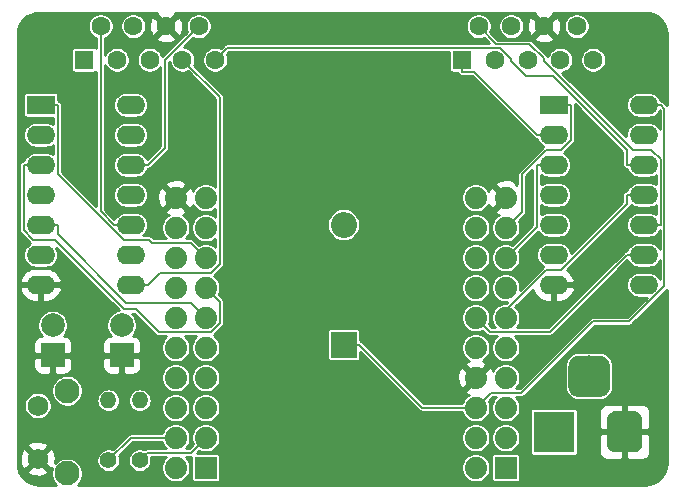
<source format=gtl>
G04 #@! TF.GenerationSoftware,KiCad,Pcbnew,(5.1.0-0)*
G04 #@! TF.CreationDate,2019-03-15T08:32:39-07:00*
G04 #@! TF.ProjectId,unijoysticle,756e696a-6f79-4737-9469-636c652e6b69,rev?*
G04 #@! TF.SameCoordinates,Original*
G04 #@! TF.FileFunction,Copper,L1,Top*
G04 #@! TF.FilePolarity,Positive*
%FSLAX46Y46*%
G04 Gerber Fmt 4.6, Leading zero omitted, Abs format (unit mm)*
G04 Created by KiCad (PCBNEW (5.1.0-0)) date 2019-03-15 08:32:39*
%MOMM*%
%LPD*%
G04 APERTURE LIST*
%ADD10C,2.000000*%
%ADD11R,2.000000X2.000000*%
%ADD12C,2.100000*%
%ADD13C,1.750000*%
%ADD14C,1.879600*%
%ADD15R,1.879600X1.879600*%
%ADD16R,1.600000X1.600000*%
%ADD17C,1.600000*%
%ADD18R,2.200000X2.200000*%
%ADD19O,2.200000X2.200000*%
%ADD20O,1.400000X1.400000*%
%ADD21C,1.400000*%
%ADD22O,2.400000X1.600000*%
%ADD23R,2.400000X1.600000*%
%ADD24C,0.100000*%
%ADD25C,3.500000*%
%ADD26C,3.000000*%
%ADD27R,3.500000X3.500000*%
%ADD28C,0.152400*%
%ADD29C,0.254000*%
G04 APERTURE END LIST*
D10*
X118110000Y-101727000D03*
D11*
X118110000Y-104267000D03*
D12*
X119330000Y-107270000D03*
D13*
X116840000Y-108530000D03*
X116840000Y-113030000D03*
D12*
X119330000Y-114280000D03*
D14*
X128524000Y-113792000D03*
X128524000Y-111252000D03*
X128524000Y-108712000D03*
X128524000Y-106172000D03*
X128524000Y-103632000D03*
X128524000Y-101092000D03*
X128524000Y-98552000D03*
X128524000Y-96012000D03*
X128524000Y-93472000D03*
X128524000Y-90932000D03*
D15*
X131064000Y-113792000D03*
D14*
X131064000Y-111252000D03*
X131064000Y-108712000D03*
X131064000Y-106172000D03*
X131064000Y-103632000D03*
X131064000Y-101092000D03*
X131064000Y-98552000D03*
X131064000Y-96012000D03*
X131064000Y-93472000D03*
X131064000Y-90932000D03*
X153924000Y-90932000D03*
X153924000Y-93472000D03*
X153924000Y-96012000D03*
X153924000Y-98552000D03*
X153924000Y-101092000D03*
X153924000Y-103632000D03*
X153924000Y-106172000D03*
X153924000Y-108712000D03*
X153924000Y-111252000D03*
X153924000Y-113792000D03*
X156464000Y-90932000D03*
X156464000Y-93472000D03*
X156464000Y-96012000D03*
X156464000Y-98552000D03*
X156464000Y-101092000D03*
X156464000Y-103632000D03*
X156464000Y-106172000D03*
X156464000Y-108712000D03*
X156464000Y-111252000D03*
D15*
X156464000Y-113792000D03*
D16*
X120777000Y-79248000D03*
D17*
X123547000Y-79248000D03*
X126317000Y-79248000D03*
X129087000Y-79248000D03*
X131857000Y-79248000D03*
X122162000Y-76408000D03*
X124932000Y-76408000D03*
X127702000Y-76408000D03*
X130472000Y-76408000D03*
D18*
X142748000Y-103378000D03*
D19*
X142748000Y-93218000D03*
D20*
X125476000Y-108077000D03*
D21*
X125476000Y-113157000D03*
X122809000Y-113157000D03*
D20*
X122809000Y-108077000D03*
D22*
X168148000Y-83058000D03*
X160528000Y-98298000D03*
X168148000Y-85598000D03*
X160528000Y-95758000D03*
X168148000Y-88138000D03*
X160528000Y-93218000D03*
X168148000Y-90678000D03*
X160528000Y-90678000D03*
X168148000Y-93218000D03*
X160528000Y-88138000D03*
X168148000Y-95758000D03*
X160528000Y-85598000D03*
X168148000Y-98298000D03*
D23*
X160528000Y-83058000D03*
X117094000Y-83058000D03*
D22*
X124714000Y-98298000D03*
X117094000Y-85598000D03*
X124714000Y-95758000D03*
X117094000Y-88138000D03*
X124714000Y-93218000D03*
X117094000Y-90678000D03*
X124714000Y-90678000D03*
X117094000Y-93218000D03*
X124714000Y-88138000D03*
X117094000Y-95758000D03*
X124714000Y-85598000D03*
X117094000Y-98298000D03*
X124714000Y-83058000D03*
D10*
X123952000Y-101727000D03*
D11*
X123952000Y-104267000D03*
D16*
X152781000Y-79248000D03*
D17*
X155551000Y-79248000D03*
X158321000Y-79248000D03*
X161091000Y-79248000D03*
X163861000Y-79248000D03*
X154166000Y-76408000D03*
X156936000Y-76408000D03*
X159706000Y-76408000D03*
X162476000Y-76408000D03*
D24*
G36*
X164488765Y-104298213D02*
G01*
X164573704Y-104310813D01*
X164656999Y-104331677D01*
X164737848Y-104360605D01*
X164815472Y-104397319D01*
X164889124Y-104441464D01*
X164958094Y-104492616D01*
X165021718Y-104550282D01*
X165079384Y-104613906D01*
X165130536Y-104682876D01*
X165174681Y-104756528D01*
X165211395Y-104834152D01*
X165240323Y-104915001D01*
X165261187Y-104998296D01*
X165273787Y-105083235D01*
X165278000Y-105169000D01*
X165278000Y-106919000D01*
X165273787Y-107004765D01*
X165261187Y-107089704D01*
X165240323Y-107172999D01*
X165211395Y-107253848D01*
X165174681Y-107331472D01*
X165130536Y-107405124D01*
X165079384Y-107474094D01*
X165021718Y-107537718D01*
X164958094Y-107595384D01*
X164889124Y-107646536D01*
X164815472Y-107690681D01*
X164737848Y-107727395D01*
X164656999Y-107756323D01*
X164573704Y-107777187D01*
X164488765Y-107789787D01*
X164403000Y-107794000D01*
X162653000Y-107794000D01*
X162567235Y-107789787D01*
X162482296Y-107777187D01*
X162399001Y-107756323D01*
X162318152Y-107727395D01*
X162240528Y-107690681D01*
X162166876Y-107646536D01*
X162097906Y-107595384D01*
X162034282Y-107537718D01*
X161976616Y-107474094D01*
X161925464Y-107405124D01*
X161881319Y-107331472D01*
X161844605Y-107253848D01*
X161815677Y-107172999D01*
X161794813Y-107089704D01*
X161782213Y-107004765D01*
X161778000Y-106919000D01*
X161778000Y-105169000D01*
X161782213Y-105083235D01*
X161794813Y-104998296D01*
X161815677Y-104915001D01*
X161844605Y-104834152D01*
X161881319Y-104756528D01*
X161925464Y-104682876D01*
X161976616Y-104613906D01*
X162034282Y-104550282D01*
X162097906Y-104492616D01*
X162166876Y-104441464D01*
X162240528Y-104397319D01*
X162318152Y-104360605D01*
X162399001Y-104331677D01*
X162482296Y-104310813D01*
X162567235Y-104298213D01*
X162653000Y-104294000D01*
X164403000Y-104294000D01*
X164488765Y-104298213D01*
X164488765Y-104298213D01*
G37*
D25*
X163528000Y-106044000D03*
D24*
G36*
X167351513Y-108997611D02*
G01*
X167424318Y-109008411D01*
X167495714Y-109026295D01*
X167565013Y-109051090D01*
X167631548Y-109082559D01*
X167694678Y-109120398D01*
X167753795Y-109164242D01*
X167808330Y-109213670D01*
X167857758Y-109268205D01*
X167901602Y-109327322D01*
X167939441Y-109390452D01*
X167970910Y-109456987D01*
X167995705Y-109526286D01*
X168013589Y-109597682D01*
X168024389Y-109670487D01*
X168028000Y-109744000D01*
X168028000Y-111744000D01*
X168024389Y-111817513D01*
X168013589Y-111890318D01*
X167995705Y-111961714D01*
X167970910Y-112031013D01*
X167939441Y-112097548D01*
X167901602Y-112160678D01*
X167857758Y-112219795D01*
X167808330Y-112274330D01*
X167753795Y-112323758D01*
X167694678Y-112367602D01*
X167631548Y-112405441D01*
X167565013Y-112436910D01*
X167495714Y-112461705D01*
X167424318Y-112479589D01*
X167351513Y-112490389D01*
X167278000Y-112494000D01*
X165778000Y-112494000D01*
X165704487Y-112490389D01*
X165631682Y-112479589D01*
X165560286Y-112461705D01*
X165490987Y-112436910D01*
X165424452Y-112405441D01*
X165361322Y-112367602D01*
X165302205Y-112323758D01*
X165247670Y-112274330D01*
X165198242Y-112219795D01*
X165154398Y-112160678D01*
X165116559Y-112097548D01*
X165085090Y-112031013D01*
X165060295Y-111961714D01*
X165042411Y-111890318D01*
X165031611Y-111817513D01*
X165028000Y-111744000D01*
X165028000Y-109744000D01*
X165031611Y-109670487D01*
X165042411Y-109597682D01*
X165060295Y-109526286D01*
X165085090Y-109456987D01*
X165116559Y-109390452D01*
X165154398Y-109327322D01*
X165198242Y-109268205D01*
X165247670Y-109213670D01*
X165302205Y-109164242D01*
X165361322Y-109120398D01*
X165424452Y-109082559D01*
X165490987Y-109051090D01*
X165560286Y-109026295D01*
X165631682Y-109008411D01*
X165704487Y-108997611D01*
X165778000Y-108994000D01*
X167278000Y-108994000D01*
X167351513Y-108997611D01*
X167351513Y-108997611D01*
G37*
D26*
X166528000Y-110744000D03*
D27*
X160528000Y-110744000D03*
D28*
X117094000Y-88138000D02*
X115665100Y-88138000D01*
X115665100Y-88138000D02*
X115665100Y-93705900D01*
X115665100Y-93705900D02*
X116447200Y-94488000D01*
X116447200Y-94488000D02*
X118271100Y-94488000D01*
X118271100Y-94488000D02*
X124146400Y-100363300D01*
X124146400Y-100363300D02*
X125129800Y-100363300D01*
X125129800Y-100363300D02*
X127073700Y-102307200D01*
X127073700Y-102307200D02*
X131506700Y-102307200D01*
X131506700Y-102307200D02*
X132261100Y-101552800D01*
X132261100Y-101552800D02*
X132261100Y-99749100D01*
X132261100Y-99749100D02*
X131064000Y-98552000D01*
X117094000Y-83058000D02*
X118522900Y-83058000D01*
X118522900Y-83058000D02*
X118522900Y-88898200D01*
X118522900Y-88898200D02*
X124112700Y-94488000D01*
X124112700Y-94488000D02*
X126295300Y-94488000D01*
X126295300Y-94488000D02*
X126549300Y-94742000D01*
X126549300Y-94742000D02*
X129794000Y-94742000D01*
X129794000Y-94742000D02*
X131064000Y-96012000D01*
X168148000Y-90678000D02*
X166719100Y-90678000D01*
X166719100Y-90678000D02*
X166719100Y-91481800D01*
X166719100Y-91481800D02*
X161172900Y-97028000D01*
X161172900Y-97028000D02*
X159897800Y-97028000D01*
X159897800Y-97028000D02*
X156464000Y-100461800D01*
X156464000Y-100461800D02*
X156464000Y-101092000D01*
X168148000Y-95758000D02*
X166719100Y-95758000D01*
X166719100Y-95758000D02*
X160194500Y-102282600D01*
X160194500Y-102282600D02*
X155114600Y-102282600D01*
X155114600Y-102282600D02*
X153924000Y-101092000D01*
X160528000Y-88138000D02*
X159099100Y-88138000D01*
X159099100Y-88138000D02*
X159099100Y-93376900D01*
X159099100Y-93376900D02*
X156464000Y-96012000D01*
X160528000Y-83058000D02*
X161956900Y-83058000D01*
X161956900Y-83058000D02*
X161956900Y-86027400D01*
X161956900Y-86027400D02*
X161116300Y-86868000D01*
X161116300Y-86868000D02*
X159882500Y-86868000D01*
X159882500Y-86868000D02*
X157835200Y-88915300D01*
X157835200Y-88915300D02*
X157835200Y-92100800D01*
X157835200Y-92100800D02*
X156464000Y-93472000D01*
X117094000Y-93218000D02*
X118522900Y-93218000D01*
X118522900Y-93218000D02*
X118522900Y-94020300D01*
X118522900Y-94020300D02*
X124324600Y-99822000D01*
X124324600Y-99822000D02*
X129794000Y-99822000D01*
X129794000Y-99822000D02*
X131064000Y-101092000D01*
X124714000Y-98298000D02*
X126142900Y-98298000D01*
X126142900Y-98298000D02*
X127158900Y-97282000D01*
X127158900Y-97282000D02*
X131526600Y-97282000D01*
X131526600Y-97282000D02*
X132257400Y-96551200D01*
X132257400Y-96551200D02*
X132257400Y-82418400D01*
X132257400Y-82418400D02*
X129087000Y-79248000D01*
X124714000Y-88138000D02*
X126142900Y-88138000D01*
X126142900Y-88138000D02*
X127594000Y-86686900D01*
X127594000Y-86686900D02*
X127594000Y-79286000D01*
X127594000Y-79286000D02*
X130472000Y-76408000D01*
X168148000Y-88138000D02*
X166719100Y-88138000D01*
X166719100Y-88138000D02*
X166719100Y-86887700D01*
X166719100Y-86887700D02*
X160471400Y-80640000D01*
X160471400Y-80640000D02*
X158215400Y-80640000D01*
X158215400Y-80640000D02*
X156936100Y-79360700D01*
X156936100Y-79360700D02*
X156936100Y-79146500D01*
X156936100Y-79146500D02*
X156008600Y-78219000D01*
X156008600Y-78219000D02*
X132886000Y-78219000D01*
X132886000Y-78219000D02*
X131857000Y-79248000D01*
X124714000Y-93218000D02*
X123285100Y-93218000D01*
X123285100Y-93218000D02*
X122162000Y-92094900D01*
X122162000Y-92094900D02*
X122162000Y-76408000D01*
X152781000Y-79248000D02*
X152781000Y-80276900D01*
X160528000Y-85598000D02*
X159099100Y-85598000D01*
X159099100Y-85598000D02*
X153778000Y-80276900D01*
X153778000Y-80276900D02*
X152781000Y-80276900D01*
X168148000Y-93218000D02*
X169576900Y-93218000D01*
X169576900Y-93218000D02*
X169576900Y-87647600D01*
X169576900Y-87647600D02*
X168797300Y-86868000D01*
X168797300Y-86868000D02*
X167255800Y-86868000D01*
X167255800Y-86868000D02*
X159706100Y-79318300D01*
X159706100Y-79318300D02*
X159706100Y-79142600D01*
X159706100Y-79142600D02*
X158477300Y-77913800D01*
X158477300Y-77913800D02*
X155671800Y-77913800D01*
X155671800Y-77913800D02*
X154166000Y-76408000D01*
X168148000Y-83058000D02*
X169576900Y-83058000D01*
X169576900Y-83058000D02*
X169904700Y-83385800D01*
X169904700Y-83385800D02*
X169904700Y-98408600D01*
X169904700Y-98408600D02*
X166916100Y-101397200D01*
X166916100Y-101397200D02*
X163844600Y-101397200D01*
X163844600Y-101397200D02*
X157799800Y-107442000D01*
X157799800Y-107442000D02*
X155194000Y-107442000D01*
X155194000Y-107442000D02*
X153924000Y-108712000D01*
X142748000Y-103378000D02*
X144076900Y-103378000D01*
X144076900Y-103378000D02*
X149410900Y-108712000D01*
X149410900Y-108712000D02*
X153924000Y-108712000D01*
X122809000Y-113157000D02*
X124714000Y-111252000D01*
X124714000Y-111252000D02*
X128524000Y-111252000D01*
X125476000Y-113157000D02*
X126111000Y-112522000D01*
X126111000Y-112522000D02*
X129794000Y-112522000D01*
X129794000Y-112522000D02*
X131064000Y-111252000D01*
D29*
G36*
X126888903Y-75415298D02*
G01*
X127702000Y-76228395D01*
X128515097Y-75415298D01*
X128474519Y-75277000D01*
X158933481Y-75277000D01*
X158892903Y-75415298D01*
X159706000Y-76228395D01*
X160519097Y-75415298D01*
X160478519Y-75277000D01*
X168258028Y-75277000D01*
X168626629Y-75313142D01*
X168964865Y-75415261D01*
X169276823Y-75581132D01*
X169550625Y-75804440D01*
X169775836Y-76076672D01*
X169943882Y-76387467D01*
X170048361Y-76724983D01*
X170087000Y-77092615D01*
X170087000Y-83040316D01*
X169853761Y-82807078D01*
X169842069Y-82792831D01*
X169785242Y-82746195D01*
X169720408Y-82711541D01*
X169650060Y-82690201D01*
X169595226Y-82684800D01*
X169595225Y-82684800D01*
X169580719Y-82683371D01*
X169566399Y-82636165D01*
X169464535Y-82445591D01*
X169327449Y-82278551D01*
X169160409Y-82141465D01*
X168969835Y-82039601D01*
X168763049Y-81976874D01*
X168601882Y-81961000D01*
X167694118Y-81961000D01*
X167532951Y-81976874D01*
X167326165Y-82039601D01*
X167135591Y-82141465D01*
X166968551Y-82278551D01*
X166831465Y-82445591D01*
X166729601Y-82636165D01*
X166666874Y-82842951D01*
X166645693Y-83058000D01*
X166666874Y-83273049D01*
X166729601Y-83479835D01*
X166831465Y-83670409D01*
X166968551Y-83837449D01*
X167135591Y-83974535D01*
X167326165Y-84076399D01*
X167532951Y-84139126D01*
X167694118Y-84155000D01*
X168601882Y-84155000D01*
X168763049Y-84139126D01*
X168969835Y-84076399D01*
X169160409Y-83974535D01*
X169327449Y-83837449D01*
X169464535Y-83670409D01*
X169531500Y-83545126D01*
X169531500Y-85110874D01*
X169464535Y-84985591D01*
X169327449Y-84818551D01*
X169160409Y-84681465D01*
X168969835Y-84579601D01*
X168763049Y-84516874D01*
X168601882Y-84501000D01*
X167694118Y-84501000D01*
X167532951Y-84516874D01*
X167326165Y-84579601D01*
X167135591Y-84681465D01*
X166968551Y-84818551D01*
X166831465Y-84985591D01*
X166729601Y-85176165D01*
X166666874Y-85382951D01*
X166645693Y-85598000D01*
X166660127Y-85744543D01*
X161250373Y-80334790D01*
X161410983Y-80302843D01*
X161610624Y-80220149D01*
X161790297Y-80100096D01*
X161943096Y-79947297D01*
X162063149Y-79767624D01*
X162145843Y-79567983D01*
X162188000Y-79356045D01*
X162188000Y-79139955D01*
X162764000Y-79139955D01*
X162764000Y-79356045D01*
X162806157Y-79567983D01*
X162888851Y-79767624D01*
X163008904Y-79947297D01*
X163161703Y-80100096D01*
X163341376Y-80220149D01*
X163541017Y-80302843D01*
X163752955Y-80345000D01*
X163969045Y-80345000D01*
X164180983Y-80302843D01*
X164380624Y-80220149D01*
X164560297Y-80100096D01*
X164713096Y-79947297D01*
X164833149Y-79767624D01*
X164915843Y-79567983D01*
X164958000Y-79356045D01*
X164958000Y-79139955D01*
X164915843Y-78928017D01*
X164833149Y-78728376D01*
X164713096Y-78548703D01*
X164560297Y-78395904D01*
X164380624Y-78275851D01*
X164180983Y-78193157D01*
X163969045Y-78151000D01*
X163752955Y-78151000D01*
X163541017Y-78193157D01*
X163341376Y-78275851D01*
X163161703Y-78395904D01*
X163008904Y-78548703D01*
X162888851Y-78728376D01*
X162806157Y-78928017D01*
X162764000Y-79139955D01*
X162188000Y-79139955D01*
X162145843Y-78928017D01*
X162063149Y-78728376D01*
X161943096Y-78548703D01*
X161790297Y-78395904D01*
X161610624Y-78275851D01*
X161410983Y-78193157D01*
X161199045Y-78151000D01*
X160982955Y-78151000D01*
X160771017Y-78193157D01*
X160571376Y-78275851D01*
X160391703Y-78395904D01*
X160238904Y-78548703D01*
X160118851Y-78728376D01*
X160036157Y-78928017D01*
X160030302Y-78957452D01*
X160022735Y-78943295D01*
X160017905Y-78934258D01*
X159971269Y-78877431D01*
X159957027Y-78865743D01*
X158754161Y-77662878D01*
X158742469Y-77648631D01*
X158685642Y-77601995D01*
X158620808Y-77567341D01*
X158550460Y-77546001D01*
X158495626Y-77540600D01*
X158495625Y-77540600D01*
X158477300Y-77538795D01*
X158458975Y-77540600D01*
X155826384Y-77540600D01*
X155160192Y-76874408D01*
X155220843Y-76727983D01*
X155263000Y-76516045D01*
X155263000Y-76299955D01*
X155839000Y-76299955D01*
X155839000Y-76516045D01*
X155881157Y-76727983D01*
X155963851Y-76927624D01*
X156083904Y-77107297D01*
X156236703Y-77260096D01*
X156416376Y-77380149D01*
X156616017Y-77462843D01*
X156827955Y-77505000D01*
X157044045Y-77505000D01*
X157255983Y-77462843D01*
X157406004Y-77400702D01*
X158892903Y-77400702D01*
X158964486Y-77644671D01*
X159219996Y-77765571D01*
X159494184Y-77834300D01*
X159776512Y-77848217D01*
X160056130Y-77806787D01*
X160322292Y-77711603D01*
X160447514Y-77644671D01*
X160519097Y-77400702D01*
X159706000Y-76587605D01*
X158892903Y-77400702D01*
X157406004Y-77400702D01*
X157455624Y-77380149D01*
X157635297Y-77260096D01*
X157788096Y-77107297D01*
X157908149Y-76927624D01*
X157990843Y-76727983D01*
X158033000Y-76516045D01*
X158033000Y-76478512D01*
X158265783Y-76478512D01*
X158307213Y-76758130D01*
X158402397Y-77024292D01*
X158469329Y-77149514D01*
X158713298Y-77221097D01*
X159526395Y-76408000D01*
X159885605Y-76408000D01*
X160698702Y-77221097D01*
X160942671Y-77149514D01*
X161063571Y-76894004D01*
X161132300Y-76619816D01*
X161146217Y-76337488D01*
X161140656Y-76299955D01*
X161379000Y-76299955D01*
X161379000Y-76516045D01*
X161421157Y-76727983D01*
X161503851Y-76927624D01*
X161623904Y-77107297D01*
X161776703Y-77260096D01*
X161956376Y-77380149D01*
X162156017Y-77462843D01*
X162367955Y-77505000D01*
X162584045Y-77505000D01*
X162795983Y-77462843D01*
X162995624Y-77380149D01*
X163175297Y-77260096D01*
X163328096Y-77107297D01*
X163448149Y-76927624D01*
X163530843Y-76727983D01*
X163573000Y-76516045D01*
X163573000Y-76299955D01*
X163530843Y-76088017D01*
X163448149Y-75888376D01*
X163328096Y-75708703D01*
X163175297Y-75555904D01*
X162995624Y-75435851D01*
X162795983Y-75353157D01*
X162584045Y-75311000D01*
X162367955Y-75311000D01*
X162156017Y-75353157D01*
X161956376Y-75435851D01*
X161776703Y-75555904D01*
X161623904Y-75708703D01*
X161503851Y-75888376D01*
X161421157Y-76088017D01*
X161379000Y-76299955D01*
X161140656Y-76299955D01*
X161104787Y-76057870D01*
X161009603Y-75791708D01*
X160942671Y-75666486D01*
X160698702Y-75594903D01*
X159885605Y-76408000D01*
X159526395Y-76408000D01*
X158713298Y-75594903D01*
X158469329Y-75666486D01*
X158348429Y-75921996D01*
X158279700Y-76196184D01*
X158265783Y-76478512D01*
X158033000Y-76478512D01*
X158033000Y-76299955D01*
X157990843Y-76088017D01*
X157908149Y-75888376D01*
X157788096Y-75708703D01*
X157635297Y-75555904D01*
X157455624Y-75435851D01*
X157255983Y-75353157D01*
X157044045Y-75311000D01*
X156827955Y-75311000D01*
X156616017Y-75353157D01*
X156416376Y-75435851D01*
X156236703Y-75555904D01*
X156083904Y-75708703D01*
X155963851Y-75888376D01*
X155881157Y-76088017D01*
X155839000Y-76299955D01*
X155263000Y-76299955D01*
X155220843Y-76088017D01*
X155138149Y-75888376D01*
X155018096Y-75708703D01*
X154865297Y-75555904D01*
X154685624Y-75435851D01*
X154485983Y-75353157D01*
X154274045Y-75311000D01*
X154057955Y-75311000D01*
X153846017Y-75353157D01*
X153646376Y-75435851D01*
X153466703Y-75555904D01*
X153313904Y-75708703D01*
X153193851Y-75888376D01*
X153111157Y-76088017D01*
X153069000Y-76299955D01*
X153069000Y-76516045D01*
X153111157Y-76727983D01*
X153193851Y-76927624D01*
X153313904Y-77107297D01*
X153466703Y-77260096D01*
X153646376Y-77380149D01*
X153846017Y-77462843D01*
X154057955Y-77505000D01*
X154274045Y-77505000D01*
X154485983Y-77462843D01*
X154632408Y-77402192D01*
X155076016Y-77845800D01*
X132904325Y-77845800D01*
X132886000Y-77843995D01*
X132867674Y-77845800D01*
X132812840Y-77851201D01*
X132742492Y-77872541D01*
X132677658Y-77907195D01*
X132620831Y-77953831D01*
X132609143Y-77968073D01*
X132323408Y-78253808D01*
X132176983Y-78193157D01*
X131965045Y-78151000D01*
X131748955Y-78151000D01*
X131537017Y-78193157D01*
X131337376Y-78275851D01*
X131157703Y-78395904D01*
X131004904Y-78548703D01*
X130884851Y-78728376D01*
X130802157Y-78928017D01*
X130760000Y-79139955D01*
X130760000Y-79356045D01*
X130802157Y-79567983D01*
X130884851Y-79767624D01*
X131004904Y-79947297D01*
X131157703Y-80100096D01*
X131337376Y-80220149D01*
X131537017Y-80302843D01*
X131748955Y-80345000D01*
X131965045Y-80345000D01*
X132176983Y-80302843D01*
X132376624Y-80220149D01*
X132556297Y-80100096D01*
X132709096Y-79947297D01*
X132829149Y-79767624D01*
X132911843Y-79567983D01*
X132954000Y-79356045D01*
X132954000Y-79139955D01*
X132911843Y-78928017D01*
X132851192Y-78781592D01*
X133040584Y-78592200D01*
X151682563Y-78592200D01*
X151682563Y-80048000D01*
X151688297Y-80106222D01*
X151705280Y-80162207D01*
X151732859Y-80213803D01*
X151769973Y-80259027D01*
X151815197Y-80296141D01*
X151866793Y-80323720D01*
X151922778Y-80340703D01*
X151981000Y-80346437D01*
X152412844Y-80346437D01*
X152413201Y-80350060D01*
X152434541Y-80420408D01*
X152469195Y-80485242D01*
X152515831Y-80542069D01*
X152572658Y-80588705D01*
X152637492Y-80623359D01*
X152707840Y-80644699D01*
X152762674Y-80650100D01*
X152762675Y-80650100D01*
X152781000Y-80651905D01*
X152799326Y-80650100D01*
X153623417Y-80650100D01*
X158822243Y-85848927D01*
X158833931Y-85863169D01*
X158890758Y-85909805D01*
X158955592Y-85944459D01*
X159025940Y-85965799D01*
X159095281Y-85972629D01*
X159109601Y-86019835D01*
X159211465Y-86210409D01*
X159348551Y-86377449D01*
X159515591Y-86514535D01*
X159642357Y-86582293D01*
X159617331Y-86602831D01*
X159605649Y-86617066D01*
X157584278Y-88638439D01*
X157570031Y-88650131D01*
X157523395Y-88706959D01*
X157488741Y-88771793D01*
X157472588Y-88825041D01*
X157467401Y-88842141D01*
X157460195Y-88915300D01*
X157462000Y-88933625D01*
X157462000Y-89754392D01*
X157376870Y-89839522D01*
X157288377Y-89581277D01*
X157009024Y-89446403D01*
X156708725Y-89368619D01*
X156399023Y-89350916D01*
X156091816Y-89393973D01*
X155798914Y-89496135D01*
X155639623Y-89581277D01*
X155551129Y-89839524D01*
X156464000Y-90752395D01*
X156478143Y-90738253D01*
X156657748Y-90917858D01*
X156643605Y-90932000D01*
X156657748Y-90946143D01*
X156478143Y-91125748D01*
X156464000Y-91111605D01*
X155551129Y-92024476D01*
X155639623Y-92282723D01*
X155859106Y-92388691D01*
X155675586Y-92511315D01*
X155503315Y-92683586D01*
X155367962Y-92886156D01*
X155274730Y-93111239D01*
X155227200Y-93350186D01*
X155227200Y-93593814D01*
X155274730Y-93832761D01*
X155367962Y-94057844D01*
X155503315Y-94260414D01*
X155675586Y-94432685D01*
X155878156Y-94568038D01*
X156103239Y-94661270D01*
X156342186Y-94708800D01*
X156585814Y-94708800D01*
X156824761Y-94661270D01*
X157049844Y-94568038D01*
X157252414Y-94432685D01*
X157424685Y-94260414D01*
X157560038Y-94057844D01*
X157653270Y-93832761D01*
X157700800Y-93593814D01*
X157700800Y-93350186D01*
X157653270Y-93111239D01*
X157565190Y-92898594D01*
X158086127Y-92377657D01*
X158100369Y-92365969D01*
X158147005Y-92309142D01*
X158181659Y-92244308D01*
X158202999Y-92173960D01*
X158208400Y-92119126D01*
X158210205Y-92100800D01*
X158208400Y-92082475D01*
X158208400Y-89069883D01*
X158725900Y-88552384D01*
X158725901Y-93222315D01*
X157037406Y-94910810D01*
X156824761Y-94822730D01*
X156585814Y-94775200D01*
X156342186Y-94775200D01*
X156103239Y-94822730D01*
X155878156Y-94915962D01*
X155675586Y-95051315D01*
X155503315Y-95223586D01*
X155367962Y-95426156D01*
X155274730Y-95651239D01*
X155227200Y-95890186D01*
X155227200Y-96133814D01*
X155274730Y-96372761D01*
X155367962Y-96597844D01*
X155503315Y-96800414D01*
X155675586Y-96972685D01*
X155878156Y-97108038D01*
X156103239Y-97201270D01*
X156342186Y-97248800D01*
X156585814Y-97248800D01*
X156824761Y-97201270D01*
X157049844Y-97108038D01*
X157252414Y-96972685D01*
X157424685Y-96800414D01*
X157560038Y-96597844D01*
X157653270Y-96372761D01*
X157700800Y-96133814D01*
X157700800Y-95890186D01*
X157653270Y-95651239D01*
X157565190Y-95438594D01*
X159198197Y-93805587D01*
X159211465Y-93830409D01*
X159348551Y-93997449D01*
X159515591Y-94134535D01*
X159706165Y-94236399D01*
X159912951Y-94299126D01*
X160074118Y-94315000D01*
X160981882Y-94315000D01*
X161143049Y-94299126D01*
X161349835Y-94236399D01*
X161540409Y-94134535D01*
X161707449Y-93997449D01*
X161844535Y-93830409D01*
X161946399Y-93639835D01*
X162009126Y-93433049D01*
X162030307Y-93218000D01*
X162009126Y-93002951D01*
X161946399Y-92796165D01*
X161844535Y-92605591D01*
X161707449Y-92438551D01*
X161540409Y-92301465D01*
X161349835Y-92199601D01*
X161143049Y-92136874D01*
X160981882Y-92121000D01*
X160074118Y-92121000D01*
X159912951Y-92136874D01*
X159706165Y-92199601D01*
X159515591Y-92301465D01*
X159472300Y-92336993D01*
X159472300Y-91559007D01*
X159515591Y-91594535D01*
X159706165Y-91696399D01*
X159912951Y-91759126D01*
X160074118Y-91775000D01*
X160981882Y-91775000D01*
X161143049Y-91759126D01*
X161349835Y-91696399D01*
X161540409Y-91594535D01*
X161707449Y-91457449D01*
X161844535Y-91290409D01*
X161946399Y-91099835D01*
X162009126Y-90893049D01*
X162030307Y-90678000D01*
X162009126Y-90462951D01*
X161946399Y-90256165D01*
X161844535Y-90065591D01*
X161707449Y-89898551D01*
X161540409Y-89761465D01*
X161349835Y-89659601D01*
X161143049Y-89596874D01*
X160981882Y-89581000D01*
X160074118Y-89581000D01*
X159912951Y-89596874D01*
X159706165Y-89659601D01*
X159515591Y-89761465D01*
X159472300Y-89796993D01*
X159472300Y-89019007D01*
X159515591Y-89054535D01*
X159706165Y-89156399D01*
X159912951Y-89219126D01*
X160074118Y-89235000D01*
X160981882Y-89235000D01*
X161143049Y-89219126D01*
X161349835Y-89156399D01*
X161540409Y-89054535D01*
X161707449Y-88917449D01*
X161844535Y-88750409D01*
X161946399Y-88559835D01*
X162009126Y-88353049D01*
X162030307Y-88138000D01*
X162009126Y-87922951D01*
X161946399Y-87716165D01*
X161844535Y-87525591D01*
X161707449Y-87358551D01*
X161540409Y-87221465D01*
X161379004Y-87135192D01*
X161381469Y-87133169D01*
X161393161Y-87118922D01*
X162207827Y-86304257D01*
X162222069Y-86292569D01*
X162268705Y-86235742D01*
X162303359Y-86170908D01*
X162324699Y-86100560D01*
X162330100Y-86045726D01*
X162331905Y-86027400D01*
X162330100Y-86009075D01*
X162330100Y-83076326D01*
X162331905Y-83058000D01*
X162328659Y-83025042D01*
X166345901Y-87042285D01*
X166345900Y-88119674D01*
X166344095Y-88138000D01*
X166351301Y-88211160D01*
X166372641Y-88281508D01*
X166407295Y-88346342D01*
X166453930Y-88403168D01*
X166453931Y-88403169D01*
X166510758Y-88449805D01*
X166575592Y-88484459D01*
X166645940Y-88505799D01*
X166715281Y-88512629D01*
X166729601Y-88559835D01*
X166831465Y-88750409D01*
X166968551Y-88917449D01*
X167135591Y-89054535D01*
X167326165Y-89156399D01*
X167532951Y-89219126D01*
X167694118Y-89235000D01*
X168601882Y-89235000D01*
X168763049Y-89219126D01*
X168969835Y-89156399D01*
X169160409Y-89054535D01*
X169203701Y-89019006D01*
X169203701Y-89796993D01*
X169160409Y-89761465D01*
X168969835Y-89659601D01*
X168763049Y-89596874D01*
X168601882Y-89581000D01*
X167694118Y-89581000D01*
X167532951Y-89596874D01*
X167326165Y-89659601D01*
X167135591Y-89761465D01*
X166968551Y-89898551D01*
X166831465Y-90065591D01*
X166729601Y-90256165D01*
X166715281Y-90303371D01*
X166700774Y-90304800D01*
X166645940Y-90310201D01*
X166575592Y-90331541D01*
X166510758Y-90366195D01*
X166453931Y-90412831D01*
X166407295Y-90469658D01*
X166372641Y-90534492D01*
X166351301Y-90604840D01*
X166344095Y-90678000D01*
X166345900Y-90696326D01*
X166345901Y-91327215D01*
X162019979Y-95653138D01*
X162009126Y-95542951D01*
X161946399Y-95336165D01*
X161844535Y-95145591D01*
X161707449Y-94978551D01*
X161540409Y-94841465D01*
X161349835Y-94739601D01*
X161143049Y-94676874D01*
X160981882Y-94661000D01*
X160074118Y-94661000D01*
X159912951Y-94676874D01*
X159706165Y-94739601D01*
X159515591Y-94841465D01*
X159348551Y-94978551D01*
X159211465Y-95145591D01*
X159109601Y-95336165D01*
X159046874Y-95542951D01*
X159025693Y-95758000D01*
X159046874Y-95973049D01*
X159109601Y-96179835D01*
X159211465Y-96370409D01*
X159348551Y-96537449D01*
X159515591Y-96674535D01*
X159651622Y-96747245D01*
X159632631Y-96762831D01*
X159620948Y-96777067D01*
X159095411Y-97302605D01*
X159023500Y-97373105D01*
X159020467Y-97377548D01*
X157694989Y-98703027D01*
X157700800Y-98673814D01*
X157700800Y-98430186D01*
X157653270Y-98191239D01*
X157560038Y-97966156D01*
X157424685Y-97763586D01*
X157252414Y-97591315D01*
X157049844Y-97455962D01*
X156824761Y-97362730D01*
X156585814Y-97315200D01*
X156342186Y-97315200D01*
X156103239Y-97362730D01*
X155878156Y-97455962D01*
X155675586Y-97591315D01*
X155503315Y-97763586D01*
X155367962Y-97966156D01*
X155274730Y-98191239D01*
X155227200Y-98430186D01*
X155227200Y-98673814D01*
X155274730Y-98912761D01*
X155367962Y-99137844D01*
X155503315Y-99340414D01*
X155675586Y-99512685D01*
X155878156Y-99648038D01*
X156103239Y-99741270D01*
X156342186Y-99788800D01*
X156585814Y-99788800D01*
X156615028Y-99782989D01*
X156542817Y-99855200D01*
X156342186Y-99855200D01*
X156103239Y-99902730D01*
X155878156Y-99995962D01*
X155675586Y-100131315D01*
X155503315Y-100303586D01*
X155367962Y-100506156D01*
X155274730Y-100731239D01*
X155227200Y-100970186D01*
X155227200Y-101213814D01*
X155274730Y-101452761D01*
X155367962Y-101677844D01*
X155503315Y-101880414D01*
X155532301Y-101909400D01*
X155269184Y-101909400D01*
X155025190Y-101665406D01*
X155113270Y-101452761D01*
X155160800Y-101213814D01*
X155160800Y-100970186D01*
X155113270Y-100731239D01*
X155020038Y-100506156D01*
X154884685Y-100303586D01*
X154712414Y-100131315D01*
X154509844Y-99995962D01*
X154284761Y-99902730D01*
X154045814Y-99855200D01*
X153802186Y-99855200D01*
X153563239Y-99902730D01*
X153338156Y-99995962D01*
X153135586Y-100131315D01*
X152963315Y-100303586D01*
X152827962Y-100506156D01*
X152734730Y-100731239D01*
X152687200Y-100970186D01*
X152687200Y-101213814D01*
X152734730Y-101452761D01*
X152827962Y-101677844D01*
X152963315Y-101880414D01*
X153135586Y-102052685D01*
X153338156Y-102188038D01*
X153563239Y-102281270D01*
X153802186Y-102328800D01*
X154045814Y-102328800D01*
X154284761Y-102281270D01*
X154497406Y-102193190D01*
X154837743Y-102533527D01*
X154849431Y-102547769D01*
X154906258Y-102594405D01*
X154971092Y-102629059D01*
X155041440Y-102650399D01*
X155074538Y-102653659D01*
X155114600Y-102657605D01*
X155132925Y-102655800D01*
X155698806Y-102655800D01*
X155675586Y-102671315D01*
X155503315Y-102843586D01*
X155367962Y-103046156D01*
X155274730Y-103271239D01*
X155227200Y-103510186D01*
X155227200Y-103753814D01*
X155274730Y-103992761D01*
X155367962Y-104217844D01*
X155503315Y-104420414D01*
X155675586Y-104592685D01*
X155878156Y-104728038D01*
X156103239Y-104821270D01*
X156342186Y-104868800D01*
X156585814Y-104868800D01*
X156824761Y-104821270D01*
X157049844Y-104728038D01*
X157252414Y-104592685D01*
X157424685Y-104420414D01*
X157560038Y-104217844D01*
X157653270Y-103992761D01*
X157700800Y-103753814D01*
X157700800Y-103510186D01*
X157653270Y-103271239D01*
X157560038Y-103046156D01*
X157424685Y-102843586D01*
X157252414Y-102671315D01*
X157229194Y-102655800D01*
X160176175Y-102655800D01*
X160194500Y-102657605D01*
X160212825Y-102655800D01*
X160212826Y-102655800D01*
X160267660Y-102650399D01*
X160338008Y-102629059D01*
X160402842Y-102594405D01*
X160459669Y-102547769D01*
X160471361Y-102533522D01*
X166762848Y-96242036D01*
X166831465Y-96370409D01*
X166968551Y-96537449D01*
X167135591Y-96674535D01*
X167326165Y-96776399D01*
X167532951Y-96839126D01*
X167694118Y-96855000D01*
X168601882Y-96855000D01*
X168763049Y-96839126D01*
X168969835Y-96776399D01*
X169160409Y-96674535D01*
X169327449Y-96537449D01*
X169464535Y-96370409D01*
X169531501Y-96245125D01*
X169531501Y-97810875D01*
X169464535Y-97685591D01*
X169327449Y-97518551D01*
X169160409Y-97381465D01*
X168969835Y-97279601D01*
X168763049Y-97216874D01*
X168601882Y-97201000D01*
X167694118Y-97201000D01*
X167532951Y-97216874D01*
X167326165Y-97279601D01*
X167135591Y-97381465D01*
X166968551Y-97518551D01*
X166831465Y-97685591D01*
X166729601Y-97876165D01*
X166666874Y-98082951D01*
X166645693Y-98298000D01*
X166666874Y-98513049D01*
X166729601Y-98719835D01*
X166831465Y-98910409D01*
X166968551Y-99077449D01*
X167135591Y-99214535D01*
X167326165Y-99316399D01*
X167532951Y-99379126D01*
X167694118Y-99395000D01*
X168390516Y-99395000D01*
X166761517Y-101024000D01*
X163862925Y-101024000D01*
X163844599Y-101022195D01*
X163826274Y-101024000D01*
X163771440Y-101029401D01*
X163701092Y-101050741D01*
X163636258Y-101085395D01*
X163579431Y-101132031D01*
X163567743Y-101146273D01*
X157645217Y-107068800D01*
X157316299Y-107068800D01*
X157424685Y-106960414D01*
X157560038Y-106757844D01*
X157653270Y-106532761D01*
X157700800Y-106293814D01*
X157700800Y-106050186D01*
X157653270Y-105811239D01*
X157560038Y-105586156D01*
X157424685Y-105383586D01*
X157252414Y-105211315D01*
X157049844Y-105075962D01*
X156824761Y-104982730D01*
X156585814Y-104935200D01*
X156342186Y-104935200D01*
X156103239Y-104982730D01*
X155878156Y-105075962D01*
X155675586Y-105211315D01*
X155503315Y-105383586D01*
X155380802Y-105566940D01*
X155359865Y-105506914D01*
X155274723Y-105347623D01*
X155016476Y-105259129D01*
X154103605Y-106172000D01*
X154117748Y-106186143D01*
X153938143Y-106365748D01*
X153924000Y-106351605D01*
X153011129Y-107264476D01*
X153099623Y-107522723D01*
X153319106Y-107628691D01*
X153135586Y-107751315D01*
X152963315Y-107923586D01*
X152827962Y-108126156D01*
X152739882Y-108338800D01*
X149565484Y-108338800D01*
X147463661Y-106236977D01*
X152342916Y-106236977D01*
X152385973Y-106544184D01*
X152488135Y-106837086D01*
X152573277Y-106996377D01*
X152831524Y-107084871D01*
X153744395Y-106172000D01*
X152831524Y-105259129D01*
X152573277Y-105347623D01*
X152438403Y-105626976D01*
X152360619Y-105927275D01*
X152342916Y-106236977D01*
X147463661Y-106236977D01*
X144736870Y-103510186D01*
X152687200Y-103510186D01*
X152687200Y-103753814D01*
X152734730Y-103992761D01*
X152827962Y-104217844D01*
X152963315Y-104420414D01*
X153135586Y-104592685D01*
X153318940Y-104715198D01*
X153258914Y-104736135D01*
X153099623Y-104821277D01*
X153011129Y-105079524D01*
X153924000Y-105992395D01*
X154836871Y-105079524D01*
X154748377Y-104821277D01*
X154528894Y-104715309D01*
X154712414Y-104592685D01*
X154884685Y-104420414D01*
X155020038Y-104217844D01*
X155113270Y-103992761D01*
X155160800Y-103753814D01*
X155160800Y-103510186D01*
X155113270Y-103271239D01*
X155020038Y-103046156D01*
X154884685Y-102843586D01*
X154712414Y-102671315D01*
X154509844Y-102535962D01*
X154284761Y-102442730D01*
X154045814Y-102395200D01*
X153802186Y-102395200D01*
X153563239Y-102442730D01*
X153338156Y-102535962D01*
X153135586Y-102671315D01*
X152963315Y-102843586D01*
X152827962Y-103046156D01*
X152734730Y-103271239D01*
X152687200Y-103510186D01*
X144736870Y-103510186D01*
X144353761Y-103127078D01*
X144342069Y-103112831D01*
X144285242Y-103066195D01*
X144220408Y-103031541D01*
X144150060Y-103010201D01*
X144146437Y-103009844D01*
X144146437Y-102278000D01*
X144140703Y-102219778D01*
X144123720Y-102163793D01*
X144096141Y-102112197D01*
X144059027Y-102066973D01*
X144013803Y-102029859D01*
X143962207Y-102002280D01*
X143906222Y-101985297D01*
X143848000Y-101979563D01*
X141648000Y-101979563D01*
X141589778Y-101985297D01*
X141533793Y-102002280D01*
X141482197Y-102029859D01*
X141436973Y-102066973D01*
X141399859Y-102112197D01*
X141372280Y-102163793D01*
X141355297Y-102219778D01*
X141349563Y-102278000D01*
X141349563Y-104478000D01*
X141355297Y-104536222D01*
X141372280Y-104592207D01*
X141399859Y-104643803D01*
X141436973Y-104689027D01*
X141482197Y-104726141D01*
X141533793Y-104753720D01*
X141589778Y-104770703D01*
X141648000Y-104776437D01*
X143848000Y-104776437D01*
X143906222Y-104770703D01*
X143962207Y-104753720D01*
X144013803Y-104726141D01*
X144059027Y-104689027D01*
X144096141Y-104643803D01*
X144123720Y-104592207D01*
X144140703Y-104536222D01*
X144146437Y-104478000D01*
X144146437Y-103975320D01*
X149134043Y-108962927D01*
X149145731Y-108977169D01*
X149202558Y-109023805D01*
X149267392Y-109058459D01*
X149337740Y-109079799D01*
X149410899Y-109087005D01*
X149429225Y-109085200D01*
X152739882Y-109085200D01*
X152827962Y-109297844D01*
X152963315Y-109500414D01*
X153135586Y-109672685D01*
X153338156Y-109808038D01*
X153563239Y-109901270D01*
X153802186Y-109948800D01*
X154045814Y-109948800D01*
X154284761Y-109901270D01*
X154509844Y-109808038D01*
X154712414Y-109672685D01*
X154884685Y-109500414D01*
X155020038Y-109297844D01*
X155113270Y-109072761D01*
X155160800Y-108833814D01*
X155160800Y-108590186D01*
X155113270Y-108351239D01*
X155025190Y-108138594D01*
X155348584Y-107815200D01*
X155611701Y-107815200D01*
X155503315Y-107923586D01*
X155367962Y-108126156D01*
X155274730Y-108351239D01*
X155227200Y-108590186D01*
X155227200Y-108833814D01*
X155274730Y-109072761D01*
X155367962Y-109297844D01*
X155503315Y-109500414D01*
X155675586Y-109672685D01*
X155878156Y-109808038D01*
X156103239Y-109901270D01*
X156342186Y-109948800D01*
X156585814Y-109948800D01*
X156824761Y-109901270D01*
X157049844Y-109808038D01*
X157252414Y-109672685D01*
X157424685Y-109500414D01*
X157560038Y-109297844D01*
X157653270Y-109072761D01*
X157668936Y-108994000D01*
X158479563Y-108994000D01*
X158479563Y-112494000D01*
X158485297Y-112552222D01*
X158502280Y-112608207D01*
X158529859Y-112659803D01*
X158566973Y-112705027D01*
X158612197Y-112742141D01*
X158663793Y-112769720D01*
X158719778Y-112786703D01*
X158778000Y-112792437D01*
X162278000Y-112792437D01*
X162336222Y-112786703D01*
X162392207Y-112769720D01*
X162443803Y-112742141D01*
X162489027Y-112705027D01*
X162526141Y-112659803D01*
X162553720Y-112608207D01*
X162570703Y-112552222D01*
X162576437Y-112494000D01*
X164389928Y-112494000D01*
X164402188Y-112618482D01*
X164438498Y-112738180D01*
X164497463Y-112848494D01*
X164576815Y-112945185D01*
X164673506Y-113024537D01*
X164783820Y-113083502D01*
X164903518Y-113119812D01*
X165028000Y-113132072D01*
X166242250Y-113129000D01*
X166401000Y-112970250D01*
X166401000Y-110871000D01*
X166655000Y-110871000D01*
X166655000Y-112970250D01*
X166813750Y-113129000D01*
X168028000Y-113132072D01*
X168152482Y-113119812D01*
X168272180Y-113083502D01*
X168382494Y-113024537D01*
X168479185Y-112945185D01*
X168558537Y-112848494D01*
X168617502Y-112738180D01*
X168653812Y-112618482D01*
X168666072Y-112494000D01*
X168663000Y-111029750D01*
X168504250Y-110871000D01*
X166655000Y-110871000D01*
X166401000Y-110871000D01*
X164551750Y-110871000D01*
X164393000Y-111029750D01*
X164389928Y-112494000D01*
X162576437Y-112494000D01*
X162576437Y-108994000D01*
X164389928Y-108994000D01*
X164393000Y-110458250D01*
X164551750Y-110617000D01*
X166401000Y-110617000D01*
X166401000Y-108517750D01*
X166655000Y-108517750D01*
X166655000Y-110617000D01*
X168504250Y-110617000D01*
X168663000Y-110458250D01*
X168666072Y-108994000D01*
X168653812Y-108869518D01*
X168617502Y-108749820D01*
X168558537Y-108639506D01*
X168479185Y-108542815D01*
X168382494Y-108463463D01*
X168272180Y-108404498D01*
X168152482Y-108368188D01*
X168028000Y-108355928D01*
X166813750Y-108359000D01*
X166655000Y-108517750D01*
X166401000Y-108517750D01*
X166242250Y-108359000D01*
X165028000Y-108355928D01*
X164903518Y-108368188D01*
X164783820Y-108404498D01*
X164673506Y-108463463D01*
X164576815Y-108542815D01*
X164497463Y-108639506D01*
X164438498Y-108749820D01*
X164402188Y-108869518D01*
X164389928Y-108994000D01*
X162576437Y-108994000D01*
X162570703Y-108935778D01*
X162553720Y-108879793D01*
X162526141Y-108828197D01*
X162489027Y-108782973D01*
X162443803Y-108745859D01*
X162392207Y-108718280D01*
X162336222Y-108701297D01*
X162278000Y-108695563D01*
X158778000Y-108695563D01*
X158719778Y-108701297D01*
X158663793Y-108718280D01*
X158612197Y-108745859D01*
X158566973Y-108782973D01*
X158529859Y-108828197D01*
X158502280Y-108879793D01*
X158485297Y-108935778D01*
X158479563Y-108994000D01*
X157668936Y-108994000D01*
X157700800Y-108833814D01*
X157700800Y-108590186D01*
X157653270Y-108351239D01*
X157560038Y-108126156D01*
X157424685Y-107923586D01*
X157316299Y-107815200D01*
X157781475Y-107815200D01*
X157799800Y-107817005D01*
X157818125Y-107815200D01*
X157818126Y-107815200D01*
X157872960Y-107809799D01*
X157943308Y-107788459D01*
X158008142Y-107753805D01*
X158064969Y-107707169D01*
X158076661Y-107692922D01*
X160600583Y-105169000D01*
X161479563Y-105169000D01*
X161479563Y-106919000D01*
X161502110Y-107147926D01*
X161568886Y-107368055D01*
X161677323Y-107570927D01*
X161823255Y-107748745D01*
X162001073Y-107894677D01*
X162203945Y-108003114D01*
X162424074Y-108069890D01*
X162653000Y-108092437D01*
X164403000Y-108092437D01*
X164631926Y-108069890D01*
X164852055Y-108003114D01*
X165054927Y-107894677D01*
X165232745Y-107748745D01*
X165378677Y-107570927D01*
X165487114Y-107368055D01*
X165553890Y-107147926D01*
X165576437Y-106919000D01*
X165576437Y-105169000D01*
X165553890Y-104940074D01*
X165487114Y-104719945D01*
X165378677Y-104517073D01*
X165232745Y-104339255D01*
X165054927Y-104193323D01*
X164852055Y-104084886D01*
X164631926Y-104018110D01*
X164403000Y-103995563D01*
X162653000Y-103995563D01*
X162424074Y-104018110D01*
X162203945Y-104084886D01*
X162001073Y-104193323D01*
X161823255Y-104339255D01*
X161677323Y-104517073D01*
X161568886Y-104719945D01*
X161502110Y-104940074D01*
X161479563Y-105169000D01*
X160600583Y-105169000D01*
X163999184Y-101770400D01*
X166897775Y-101770400D01*
X166916100Y-101772205D01*
X166934425Y-101770400D01*
X166934426Y-101770400D01*
X166989260Y-101764999D01*
X167059608Y-101743659D01*
X167124442Y-101709005D01*
X167181269Y-101662369D01*
X167192961Y-101648122D01*
X170087001Y-98754083D01*
X170087001Y-113394018D01*
X170050858Y-113762629D01*
X169948739Y-114100864D01*
X169782867Y-114412825D01*
X169559560Y-114686625D01*
X169287328Y-114911836D01*
X168976533Y-115079882D01*
X168639017Y-115184361D01*
X168271385Y-115223000D01*
X120291947Y-115223000D01*
X120376284Y-115138663D01*
X120523696Y-114918044D01*
X120625236Y-114672906D01*
X120677000Y-114412668D01*
X120677000Y-114147332D01*
X120625236Y-113887094D01*
X120523696Y-113641956D01*
X120376284Y-113421337D01*
X120188663Y-113233716D01*
X119968044Y-113086304D01*
X119901654Y-113058804D01*
X121812000Y-113058804D01*
X121812000Y-113255196D01*
X121850314Y-113447814D01*
X121925470Y-113629257D01*
X122034580Y-113792550D01*
X122173450Y-113931420D01*
X122336743Y-114040530D01*
X122518186Y-114115686D01*
X122710804Y-114154000D01*
X122907196Y-114154000D01*
X123099814Y-114115686D01*
X123281257Y-114040530D01*
X123444550Y-113931420D01*
X123583420Y-113792550D01*
X123692530Y-113629257D01*
X123767686Y-113447814D01*
X123806000Y-113255196D01*
X123806000Y-113058804D01*
X123767686Y-112866186D01*
X123726655Y-112767128D01*
X124868584Y-111625200D01*
X127339882Y-111625200D01*
X127427962Y-111837844D01*
X127563315Y-112040414D01*
X127671701Y-112148800D01*
X126129325Y-112148800D01*
X126111000Y-112146995D01*
X126092674Y-112148800D01*
X126037840Y-112154201D01*
X125967492Y-112175541D01*
X125902658Y-112210195D01*
X125866713Y-112239694D01*
X125766814Y-112198314D01*
X125574196Y-112160000D01*
X125377804Y-112160000D01*
X125185186Y-112198314D01*
X125003743Y-112273470D01*
X124840450Y-112382580D01*
X124701580Y-112521450D01*
X124592470Y-112684743D01*
X124517314Y-112866186D01*
X124479000Y-113058804D01*
X124479000Y-113255196D01*
X124517314Y-113447814D01*
X124592470Y-113629257D01*
X124701580Y-113792550D01*
X124840450Y-113931420D01*
X125003743Y-114040530D01*
X125185186Y-114115686D01*
X125377804Y-114154000D01*
X125574196Y-114154000D01*
X125766814Y-114115686D01*
X125948257Y-114040530D01*
X126111550Y-113931420D01*
X126250420Y-113792550D01*
X126359530Y-113629257D01*
X126434686Y-113447814D01*
X126473000Y-113255196D01*
X126473000Y-113058804D01*
X126440457Y-112895200D01*
X127671701Y-112895200D01*
X127563315Y-113003586D01*
X127427962Y-113206156D01*
X127334730Y-113431239D01*
X127287200Y-113670186D01*
X127287200Y-113913814D01*
X127334730Y-114152761D01*
X127427962Y-114377844D01*
X127563315Y-114580414D01*
X127735586Y-114752685D01*
X127938156Y-114888038D01*
X128163239Y-114981270D01*
X128402186Y-115028800D01*
X128645814Y-115028800D01*
X128884761Y-114981270D01*
X129109844Y-114888038D01*
X129312414Y-114752685D01*
X129484685Y-114580414D01*
X129620038Y-114377844D01*
X129713270Y-114152761D01*
X129760800Y-113913814D01*
X129760800Y-113670186D01*
X129713270Y-113431239D01*
X129620038Y-113206156D01*
X129484685Y-113003586D01*
X129376299Y-112895200D01*
X129775675Y-112895200D01*
X129794000Y-112897005D01*
X129812325Y-112895200D01*
X129812326Y-112895200D01*
X129825763Y-112893876D01*
X129825763Y-114731800D01*
X129831497Y-114790022D01*
X129848480Y-114846007D01*
X129876059Y-114897603D01*
X129913173Y-114942827D01*
X129958397Y-114979941D01*
X130009993Y-115007520D01*
X130065978Y-115024503D01*
X130124200Y-115030237D01*
X132003800Y-115030237D01*
X132062022Y-115024503D01*
X132118007Y-115007520D01*
X132169603Y-114979941D01*
X132214827Y-114942827D01*
X132251941Y-114897603D01*
X132279520Y-114846007D01*
X132296503Y-114790022D01*
X132302237Y-114731800D01*
X132302237Y-113670186D01*
X152687200Y-113670186D01*
X152687200Y-113913814D01*
X152734730Y-114152761D01*
X152827962Y-114377844D01*
X152963315Y-114580414D01*
X153135586Y-114752685D01*
X153338156Y-114888038D01*
X153563239Y-114981270D01*
X153802186Y-115028800D01*
X154045814Y-115028800D01*
X154284761Y-114981270D01*
X154509844Y-114888038D01*
X154712414Y-114752685D01*
X154884685Y-114580414D01*
X155020038Y-114377844D01*
X155113270Y-114152761D01*
X155160800Y-113913814D01*
X155160800Y-113670186D01*
X155113270Y-113431239D01*
X155020038Y-113206156D01*
X154884685Y-113003586D01*
X154733299Y-112852200D01*
X155225763Y-112852200D01*
X155225763Y-114731800D01*
X155231497Y-114790022D01*
X155248480Y-114846007D01*
X155276059Y-114897603D01*
X155313173Y-114942827D01*
X155358397Y-114979941D01*
X155409993Y-115007520D01*
X155465978Y-115024503D01*
X155524200Y-115030237D01*
X157403800Y-115030237D01*
X157462022Y-115024503D01*
X157518007Y-115007520D01*
X157569603Y-114979941D01*
X157614827Y-114942827D01*
X157651941Y-114897603D01*
X157679520Y-114846007D01*
X157696503Y-114790022D01*
X157702237Y-114731800D01*
X157702237Y-112852200D01*
X157696503Y-112793978D01*
X157679520Y-112737993D01*
X157651941Y-112686397D01*
X157614827Y-112641173D01*
X157569603Y-112604059D01*
X157518007Y-112576480D01*
X157462022Y-112559497D01*
X157403800Y-112553763D01*
X155524200Y-112553763D01*
X155465978Y-112559497D01*
X155409993Y-112576480D01*
X155358397Y-112604059D01*
X155313173Y-112641173D01*
X155276059Y-112686397D01*
X155248480Y-112737993D01*
X155231497Y-112793978D01*
X155225763Y-112852200D01*
X154733299Y-112852200D01*
X154712414Y-112831315D01*
X154509844Y-112695962D01*
X154284761Y-112602730D01*
X154045814Y-112555200D01*
X153802186Y-112555200D01*
X153563239Y-112602730D01*
X153338156Y-112695962D01*
X153135586Y-112831315D01*
X152963315Y-113003586D01*
X152827962Y-113206156D01*
X152734730Y-113431239D01*
X152687200Y-113670186D01*
X132302237Y-113670186D01*
X132302237Y-112852200D01*
X132296503Y-112793978D01*
X132279520Y-112737993D01*
X132251941Y-112686397D01*
X132214827Y-112641173D01*
X132169603Y-112604059D01*
X132118007Y-112576480D01*
X132062022Y-112559497D01*
X132003800Y-112553763D01*
X130290020Y-112553763D01*
X130490594Y-112353190D01*
X130703239Y-112441270D01*
X130942186Y-112488800D01*
X131185814Y-112488800D01*
X131424761Y-112441270D01*
X131649844Y-112348038D01*
X131852414Y-112212685D01*
X132024685Y-112040414D01*
X132160038Y-111837844D01*
X132253270Y-111612761D01*
X132300800Y-111373814D01*
X132300800Y-111130186D01*
X152687200Y-111130186D01*
X152687200Y-111373814D01*
X152734730Y-111612761D01*
X152827962Y-111837844D01*
X152963315Y-112040414D01*
X153135586Y-112212685D01*
X153338156Y-112348038D01*
X153563239Y-112441270D01*
X153802186Y-112488800D01*
X154045814Y-112488800D01*
X154284761Y-112441270D01*
X154509844Y-112348038D01*
X154712414Y-112212685D01*
X154884685Y-112040414D01*
X155020038Y-111837844D01*
X155113270Y-111612761D01*
X155160800Y-111373814D01*
X155160800Y-111130186D01*
X155227200Y-111130186D01*
X155227200Y-111373814D01*
X155274730Y-111612761D01*
X155367962Y-111837844D01*
X155503315Y-112040414D01*
X155675586Y-112212685D01*
X155878156Y-112348038D01*
X156103239Y-112441270D01*
X156342186Y-112488800D01*
X156585814Y-112488800D01*
X156824761Y-112441270D01*
X157049844Y-112348038D01*
X157252414Y-112212685D01*
X157424685Y-112040414D01*
X157560038Y-111837844D01*
X157653270Y-111612761D01*
X157700800Y-111373814D01*
X157700800Y-111130186D01*
X157653270Y-110891239D01*
X157560038Y-110666156D01*
X157424685Y-110463586D01*
X157252414Y-110291315D01*
X157049844Y-110155962D01*
X156824761Y-110062730D01*
X156585814Y-110015200D01*
X156342186Y-110015200D01*
X156103239Y-110062730D01*
X155878156Y-110155962D01*
X155675586Y-110291315D01*
X155503315Y-110463586D01*
X155367962Y-110666156D01*
X155274730Y-110891239D01*
X155227200Y-111130186D01*
X155160800Y-111130186D01*
X155113270Y-110891239D01*
X155020038Y-110666156D01*
X154884685Y-110463586D01*
X154712414Y-110291315D01*
X154509844Y-110155962D01*
X154284761Y-110062730D01*
X154045814Y-110015200D01*
X153802186Y-110015200D01*
X153563239Y-110062730D01*
X153338156Y-110155962D01*
X153135586Y-110291315D01*
X152963315Y-110463586D01*
X152827962Y-110666156D01*
X152734730Y-110891239D01*
X152687200Y-111130186D01*
X132300800Y-111130186D01*
X132253270Y-110891239D01*
X132160038Y-110666156D01*
X132024685Y-110463586D01*
X131852414Y-110291315D01*
X131649844Y-110155962D01*
X131424761Y-110062730D01*
X131185814Y-110015200D01*
X130942186Y-110015200D01*
X130703239Y-110062730D01*
X130478156Y-110155962D01*
X130275586Y-110291315D01*
X130103315Y-110463586D01*
X129967962Y-110666156D01*
X129874730Y-110891239D01*
X129827200Y-111130186D01*
X129827200Y-111373814D01*
X129874730Y-111612761D01*
X129962810Y-111825406D01*
X129639417Y-112148800D01*
X129376299Y-112148800D01*
X129484685Y-112040414D01*
X129620038Y-111837844D01*
X129713270Y-111612761D01*
X129760800Y-111373814D01*
X129760800Y-111130186D01*
X129713270Y-110891239D01*
X129620038Y-110666156D01*
X129484685Y-110463586D01*
X129312414Y-110291315D01*
X129109844Y-110155962D01*
X128884761Y-110062730D01*
X128645814Y-110015200D01*
X128402186Y-110015200D01*
X128163239Y-110062730D01*
X127938156Y-110155962D01*
X127735586Y-110291315D01*
X127563315Y-110463586D01*
X127427962Y-110666156D01*
X127339882Y-110878800D01*
X124732325Y-110878800D01*
X124714000Y-110876995D01*
X124695674Y-110878800D01*
X124640840Y-110884201D01*
X124570492Y-110905541D01*
X124505658Y-110940195D01*
X124448831Y-110986831D01*
X124437143Y-111001073D01*
X123198872Y-112239345D01*
X123099814Y-112198314D01*
X122907196Y-112160000D01*
X122710804Y-112160000D01*
X122518186Y-112198314D01*
X122336743Y-112273470D01*
X122173450Y-112382580D01*
X122034580Y-112521450D01*
X121925470Y-112684743D01*
X121850314Y-112866186D01*
X121812000Y-113058804D01*
X119901654Y-113058804D01*
X119722906Y-112984764D01*
X119462668Y-112933000D01*
X119197332Y-112933000D01*
X118937094Y-112984764D01*
X118691956Y-113086304D01*
X118471337Y-113233716D01*
X118303603Y-113401450D01*
X118339855Y-113259474D01*
X118355804Y-112962457D01*
X118313501Y-112668037D01*
X118214572Y-112387526D01*
X118137868Y-112244025D01*
X117886240Y-112163365D01*
X117019605Y-113030000D01*
X117886240Y-113896635D01*
X118052947Y-113843197D01*
X118034764Y-113887094D01*
X117983000Y-114147332D01*
X117983000Y-114412668D01*
X118034764Y-114672906D01*
X118136304Y-114918044D01*
X118283716Y-115138663D01*
X118368053Y-115223000D01*
X116983972Y-115223000D01*
X116615371Y-115186858D01*
X116277136Y-115084739D01*
X115965175Y-114918867D01*
X115691375Y-114695560D01*
X115466164Y-114423328D01*
X115298118Y-114112533D01*
X115286884Y-114076240D01*
X115973365Y-114076240D01*
X116054025Y-114327868D01*
X116322329Y-114456267D01*
X116610526Y-114529855D01*
X116907543Y-114545804D01*
X117201963Y-114503501D01*
X117482474Y-114404572D01*
X117625975Y-114327868D01*
X117706635Y-114076240D01*
X116840000Y-113209605D01*
X115973365Y-114076240D01*
X115286884Y-114076240D01*
X115193639Y-113775017D01*
X115155000Y-113407385D01*
X115155000Y-113097543D01*
X115324196Y-113097543D01*
X115366499Y-113391963D01*
X115465428Y-113672474D01*
X115542132Y-113815975D01*
X115793760Y-113896635D01*
X116660395Y-113030000D01*
X115793760Y-112163365D01*
X115542132Y-112244025D01*
X115413733Y-112512329D01*
X115340145Y-112800526D01*
X115324196Y-113097543D01*
X115155000Y-113097543D01*
X115155000Y-111983760D01*
X115973365Y-111983760D01*
X116840000Y-112850395D01*
X117706635Y-111983760D01*
X117625975Y-111732132D01*
X117357671Y-111603733D01*
X117069474Y-111530145D01*
X116772457Y-111514196D01*
X116478037Y-111556499D01*
X116197526Y-111655428D01*
X116054025Y-111732132D01*
X115973365Y-111983760D01*
X115155000Y-111983760D01*
X115155000Y-108414568D01*
X115668000Y-108414568D01*
X115668000Y-108645432D01*
X115713039Y-108871860D01*
X115801387Y-109085150D01*
X115929648Y-109277107D01*
X116092893Y-109440352D01*
X116284850Y-109568613D01*
X116498140Y-109656961D01*
X116724568Y-109702000D01*
X116955432Y-109702000D01*
X117181860Y-109656961D01*
X117395150Y-109568613D01*
X117587107Y-109440352D01*
X117750352Y-109277107D01*
X117878613Y-109085150D01*
X117966961Y-108871860D01*
X118012000Y-108645432D01*
X118012000Y-108414568D01*
X117966961Y-108188140D01*
X117878613Y-107974850D01*
X117750352Y-107782893D01*
X117587107Y-107619648D01*
X117395150Y-107491387D01*
X117181860Y-107403039D01*
X116955432Y-107358000D01*
X116724568Y-107358000D01*
X116498140Y-107403039D01*
X116284850Y-107491387D01*
X116092893Y-107619648D01*
X115929648Y-107782893D01*
X115801387Y-107974850D01*
X115713039Y-108188140D01*
X115668000Y-108414568D01*
X115155000Y-108414568D01*
X115155000Y-107137332D01*
X117983000Y-107137332D01*
X117983000Y-107402668D01*
X118034764Y-107662906D01*
X118136304Y-107908044D01*
X118283716Y-108128663D01*
X118471337Y-108316284D01*
X118691956Y-108463696D01*
X118937094Y-108565236D01*
X119197332Y-108617000D01*
X119462668Y-108617000D01*
X119722906Y-108565236D01*
X119968044Y-108463696D01*
X120188663Y-108316284D01*
X120376284Y-108128663D01*
X120410803Y-108077000D01*
X121807176Y-108077000D01*
X121826426Y-108272446D01*
X121883435Y-108460381D01*
X121976014Y-108633584D01*
X122100603Y-108785397D01*
X122252416Y-108909986D01*
X122425619Y-109002565D01*
X122613554Y-109059574D01*
X122760022Y-109074000D01*
X122857978Y-109074000D01*
X123004446Y-109059574D01*
X123192381Y-109002565D01*
X123365584Y-108909986D01*
X123517397Y-108785397D01*
X123641986Y-108633584D01*
X123734565Y-108460381D01*
X123791574Y-108272446D01*
X123810824Y-108077000D01*
X124474176Y-108077000D01*
X124493426Y-108272446D01*
X124550435Y-108460381D01*
X124643014Y-108633584D01*
X124767603Y-108785397D01*
X124919416Y-108909986D01*
X125092619Y-109002565D01*
X125280554Y-109059574D01*
X125427022Y-109074000D01*
X125524978Y-109074000D01*
X125671446Y-109059574D01*
X125859381Y-109002565D01*
X126032584Y-108909986D01*
X126184397Y-108785397D01*
X126308986Y-108633584D01*
X126332182Y-108590186D01*
X127287200Y-108590186D01*
X127287200Y-108833814D01*
X127334730Y-109072761D01*
X127427962Y-109297844D01*
X127563315Y-109500414D01*
X127735586Y-109672685D01*
X127938156Y-109808038D01*
X128163239Y-109901270D01*
X128402186Y-109948800D01*
X128645814Y-109948800D01*
X128884761Y-109901270D01*
X129109844Y-109808038D01*
X129312414Y-109672685D01*
X129484685Y-109500414D01*
X129620038Y-109297844D01*
X129713270Y-109072761D01*
X129760800Y-108833814D01*
X129760800Y-108590186D01*
X129827200Y-108590186D01*
X129827200Y-108833814D01*
X129874730Y-109072761D01*
X129967962Y-109297844D01*
X130103315Y-109500414D01*
X130275586Y-109672685D01*
X130478156Y-109808038D01*
X130703239Y-109901270D01*
X130942186Y-109948800D01*
X131185814Y-109948800D01*
X131424761Y-109901270D01*
X131649844Y-109808038D01*
X131852414Y-109672685D01*
X132024685Y-109500414D01*
X132160038Y-109297844D01*
X132253270Y-109072761D01*
X132300800Y-108833814D01*
X132300800Y-108590186D01*
X132253270Y-108351239D01*
X132160038Y-108126156D01*
X132024685Y-107923586D01*
X131852414Y-107751315D01*
X131649844Y-107615962D01*
X131424761Y-107522730D01*
X131185814Y-107475200D01*
X130942186Y-107475200D01*
X130703239Y-107522730D01*
X130478156Y-107615962D01*
X130275586Y-107751315D01*
X130103315Y-107923586D01*
X129967962Y-108126156D01*
X129874730Y-108351239D01*
X129827200Y-108590186D01*
X129760800Y-108590186D01*
X129713270Y-108351239D01*
X129620038Y-108126156D01*
X129484685Y-107923586D01*
X129312414Y-107751315D01*
X129109844Y-107615962D01*
X128884761Y-107522730D01*
X128645814Y-107475200D01*
X128402186Y-107475200D01*
X128163239Y-107522730D01*
X127938156Y-107615962D01*
X127735586Y-107751315D01*
X127563315Y-107923586D01*
X127427962Y-108126156D01*
X127334730Y-108351239D01*
X127287200Y-108590186D01*
X126332182Y-108590186D01*
X126401565Y-108460381D01*
X126458574Y-108272446D01*
X126477824Y-108077000D01*
X126458574Y-107881554D01*
X126401565Y-107693619D01*
X126308986Y-107520416D01*
X126184397Y-107368603D01*
X126032584Y-107244014D01*
X125859381Y-107151435D01*
X125671446Y-107094426D01*
X125524978Y-107080000D01*
X125427022Y-107080000D01*
X125280554Y-107094426D01*
X125092619Y-107151435D01*
X124919416Y-107244014D01*
X124767603Y-107368603D01*
X124643014Y-107520416D01*
X124550435Y-107693619D01*
X124493426Y-107881554D01*
X124474176Y-108077000D01*
X123810824Y-108077000D01*
X123791574Y-107881554D01*
X123734565Y-107693619D01*
X123641986Y-107520416D01*
X123517397Y-107368603D01*
X123365584Y-107244014D01*
X123192381Y-107151435D01*
X123004446Y-107094426D01*
X122857978Y-107080000D01*
X122760022Y-107080000D01*
X122613554Y-107094426D01*
X122425619Y-107151435D01*
X122252416Y-107244014D01*
X122100603Y-107368603D01*
X121976014Y-107520416D01*
X121883435Y-107693619D01*
X121826426Y-107881554D01*
X121807176Y-108077000D01*
X120410803Y-108077000D01*
X120523696Y-107908044D01*
X120625236Y-107662906D01*
X120677000Y-107402668D01*
X120677000Y-107137332D01*
X120625236Y-106877094D01*
X120523696Y-106631956D01*
X120376284Y-106411337D01*
X120188663Y-106223716D01*
X119968044Y-106076304D01*
X119904990Y-106050186D01*
X127287200Y-106050186D01*
X127287200Y-106293814D01*
X127334730Y-106532761D01*
X127427962Y-106757844D01*
X127563315Y-106960414D01*
X127735586Y-107132685D01*
X127938156Y-107268038D01*
X128163239Y-107361270D01*
X128402186Y-107408800D01*
X128645814Y-107408800D01*
X128884761Y-107361270D01*
X129109844Y-107268038D01*
X129312414Y-107132685D01*
X129484685Y-106960414D01*
X129620038Y-106757844D01*
X129713270Y-106532761D01*
X129760800Y-106293814D01*
X129760800Y-106050186D01*
X129827200Y-106050186D01*
X129827200Y-106293814D01*
X129874730Y-106532761D01*
X129967962Y-106757844D01*
X130103315Y-106960414D01*
X130275586Y-107132685D01*
X130478156Y-107268038D01*
X130703239Y-107361270D01*
X130942186Y-107408800D01*
X131185814Y-107408800D01*
X131424761Y-107361270D01*
X131649844Y-107268038D01*
X131852414Y-107132685D01*
X132024685Y-106960414D01*
X132160038Y-106757844D01*
X132253270Y-106532761D01*
X132300800Y-106293814D01*
X132300800Y-106050186D01*
X132253270Y-105811239D01*
X132160038Y-105586156D01*
X132024685Y-105383586D01*
X131852414Y-105211315D01*
X131649844Y-105075962D01*
X131424761Y-104982730D01*
X131185814Y-104935200D01*
X130942186Y-104935200D01*
X130703239Y-104982730D01*
X130478156Y-105075962D01*
X130275586Y-105211315D01*
X130103315Y-105383586D01*
X129967962Y-105586156D01*
X129874730Y-105811239D01*
X129827200Y-106050186D01*
X129760800Y-106050186D01*
X129713270Y-105811239D01*
X129620038Y-105586156D01*
X129484685Y-105383586D01*
X129312414Y-105211315D01*
X129109844Y-105075962D01*
X128884761Y-104982730D01*
X128645814Y-104935200D01*
X128402186Y-104935200D01*
X128163239Y-104982730D01*
X127938156Y-105075962D01*
X127735586Y-105211315D01*
X127563315Y-105383586D01*
X127427962Y-105586156D01*
X127334730Y-105811239D01*
X127287200Y-106050186D01*
X119904990Y-106050186D01*
X119722906Y-105974764D01*
X119462668Y-105923000D01*
X119197332Y-105923000D01*
X118937094Y-105974764D01*
X118691956Y-106076304D01*
X118471337Y-106223716D01*
X118283716Y-106411337D01*
X118136304Y-106631956D01*
X118034764Y-106877094D01*
X117983000Y-107137332D01*
X115155000Y-107137332D01*
X115155000Y-105267000D01*
X116471928Y-105267000D01*
X116484188Y-105391482D01*
X116520498Y-105511180D01*
X116579463Y-105621494D01*
X116658815Y-105718185D01*
X116755506Y-105797537D01*
X116865820Y-105856502D01*
X116985518Y-105892812D01*
X117110000Y-105905072D01*
X117824250Y-105902000D01*
X117983000Y-105743250D01*
X117983000Y-104394000D01*
X118237000Y-104394000D01*
X118237000Y-105743250D01*
X118395750Y-105902000D01*
X119110000Y-105905072D01*
X119234482Y-105892812D01*
X119354180Y-105856502D01*
X119464494Y-105797537D01*
X119561185Y-105718185D01*
X119640537Y-105621494D01*
X119699502Y-105511180D01*
X119735812Y-105391482D01*
X119748072Y-105267000D01*
X122313928Y-105267000D01*
X122326188Y-105391482D01*
X122362498Y-105511180D01*
X122421463Y-105621494D01*
X122500815Y-105718185D01*
X122597506Y-105797537D01*
X122707820Y-105856502D01*
X122827518Y-105892812D01*
X122952000Y-105905072D01*
X123666250Y-105902000D01*
X123825000Y-105743250D01*
X123825000Y-104394000D01*
X124079000Y-104394000D01*
X124079000Y-105743250D01*
X124237750Y-105902000D01*
X124952000Y-105905072D01*
X125076482Y-105892812D01*
X125196180Y-105856502D01*
X125306494Y-105797537D01*
X125403185Y-105718185D01*
X125482537Y-105621494D01*
X125541502Y-105511180D01*
X125577812Y-105391482D01*
X125590072Y-105267000D01*
X125587000Y-104552750D01*
X125428250Y-104394000D01*
X124079000Y-104394000D01*
X123825000Y-104394000D01*
X122475750Y-104394000D01*
X122317000Y-104552750D01*
X122313928Y-105267000D01*
X119748072Y-105267000D01*
X119745000Y-104552750D01*
X119586250Y-104394000D01*
X118237000Y-104394000D01*
X117983000Y-104394000D01*
X116633750Y-104394000D01*
X116475000Y-104552750D01*
X116471928Y-105267000D01*
X115155000Y-105267000D01*
X115155000Y-103267000D01*
X116471928Y-103267000D01*
X116475000Y-103981250D01*
X116633750Y-104140000D01*
X117983000Y-104140000D01*
X117983000Y-104120000D01*
X118237000Y-104120000D01*
X118237000Y-104140000D01*
X119586250Y-104140000D01*
X119745000Y-103981250D01*
X119748072Y-103267000D01*
X119735812Y-103142518D01*
X119699502Y-103022820D01*
X119640537Y-102912506D01*
X119561185Y-102815815D01*
X119464494Y-102736463D01*
X119354180Y-102677498D01*
X119234482Y-102641188D01*
X119110000Y-102628928D01*
X119042016Y-102629220D01*
X119117446Y-102553790D01*
X119259387Y-102341360D01*
X119357157Y-102105321D01*
X119407000Y-101854743D01*
X119407000Y-101599257D01*
X119357157Y-101348679D01*
X119259387Y-101112640D01*
X119117446Y-100900210D01*
X118936790Y-100719554D01*
X118724360Y-100577613D01*
X118488321Y-100479843D01*
X118237743Y-100430000D01*
X117982257Y-100430000D01*
X117731679Y-100479843D01*
X117495640Y-100577613D01*
X117283210Y-100719554D01*
X117102554Y-100900210D01*
X116960613Y-101112640D01*
X116862843Y-101348679D01*
X116813000Y-101599257D01*
X116813000Y-101854743D01*
X116862843Y-102105321D01*
X116960613Y-102341360D01*
X117102554Y-102553790D01*
X117177984Y-102629220D01*
X117110000Y-102628928D01*
X116985518Y-102641188D01*
X116865820Y-102677498D01*
X116755506Y-102736463D01*
X116658815Y-102815815D01*
X116579463Y-102912506D01*
X116520498Y-103022820D01*
X116484188Y-103142518D01*
X116471928Y-103267000D01*
X115155000Y-103267000D01*
X115155000Y-98647039D01*
X115302096Y-98647039D01*
X115319633Y-98729818D01*
X115430285Y-98989646D01*
X115589500Y-99222895D01*
X115791161Y-99420601D01*
X116027517Y-99575166D01*
X116289486Y-99680650D01*
X116567000Y-99733000D01*
X116967000Y-99733000D01*
X116967000Y-98425000D01*
X117221000Y-98425000D01*
X117221000Y-99733000D01*
X117621000Y-99733000D01*
X117898514Y-99680650D01*
X118160483Y-99575166D01*
X118396839Y-99420601D01*
X118598500Y-99222895D01*
X118757715Y-98989646D01*
X118868367Y-98729818D01*
X118885904Y-98647039D01*
X118763915Y-98425000D01*
X117221000Y-98425000D01*
X116967000Y-98425000D01*
X115424085Y-98425000D01*
X115302096Y-98647039D01*
X115155000Y-98647039D01*
X115155000Y-97948961D01*
X115302096Y-97948961D01*
X115424085Y-98171000D01*
X116967000Y-98171000D01*
X116967000Y-98151000D01*
X117221000Y-98151000D01*
X117221000Y-98171000D01*
X118763915Y-98171000D01*
X118885904Y-97948961D01*
X118868367Y-97866182D01*
X118757715Y-97606354D01*
X118598500Y-97373105D01*
X118396839Y-97175399D01*
X118160483Y-97020834D01*
X117898514Y-96915350D01*
X117621000Y-96863000D01*
X116567000Y-96863000D01*
X116289486Y-96915350D01*
X116027517Y-97020834D01*
X115791161Y-97175399D01*
X115589500Y-97373105D01*
X115430285Y-97606354D01*
X115319633Y-97866182D01*
X115302096Y-97948961D01*
X115155000Y-97948961D01*
X115155000Y-88138000D01*
X115290095Y-88138000D01*
X115291900Y-88156325D01*
X115291901Y-93687565D01*
X115290095Y-93705900D01*
X115297301Y-93779059D01*
X115313592Y-93832761D01*
X115318642Y-93849408D01*
X115353296Y-93914242D01*
X115399932Y-93971069D01*
X115414173Y-93982756D01*
X116170348Y-94738933D01*
X116182031Y-94753169D01*
X116207570Y-94774128D01*
X116081591Y-94841465D01*
X115914551Y-94978551D01*
X115777465Y-95145591D01*
X115675601Y-95336165D01*
X115612874Y-95542951D01*
X115591693Y-95758000D01*
X115612874Y-95973049D01*
X115675601Y-96179835D01*
X115777465Y-96370409D01*
X115914551Y-96537449D01*
X116081591Y-96674535D01*
X116272165Y-96776399D01*
X116478951Y-96839126D01*
X116640118Y-96855000D01*
X117547882Y-96855000D01*
X117709049Y-96839126D01*
X117915835Y-96776399D01*
X118106409Y-96674535D01*
X118273449Y-96537449D01*
X118410535Y-96370409D01*
X118512399Y-96179835D01*
X118575126Y-95973049D01*
X118596307Y-95758000D01*
X118575126Y-95542951D01*
X118512399Y-95336165D01*
X118421590Y-95166273D01*
X123708368Y-100453052D01*
X123573679Y-100479843D01*
X123337640Y-100577613D01*
X123125210Y-100719554D01*
X122944554Y-100900210D01*
X122802613Y-101112640D01*
X122704843Y-101348679D01*
X122655000Y-101599257D01*
X122655000Y-101854743D01*
X122704843Y-102105321D01*
X122802613Y-102341360D01*
X122944554Y-102553790D01*
X123019984Y-102629220D01*
X122952000Y-102628928D01*
X122827518Y-102641188D01*
X122707820Y-102677498D01*
X122597506Y-102736463D01*
X122500815Y-102815815D01*
X122421463Y-102912506D01*
X122362498Y-103022820D01*
X122326188Y-103142518D01*
X122313928Y-103267000D01*
X122317000Y-103981250D01*
X122475750Y-104140000D01*
X123825000Y-104140000D01*
X123825000Y-104120000D01*
X124079000Y-104120000D01*
X124079000Y-104140000D01*
X125428250Y-104140000D01*
X125587000Y-103981250D01*
X125590072Y-103267000D01*
X125577812Y-103142518D01*
X125541502Y-103022820D01*
X125482537Y-102912506D01*
X125403185Y-102815815D01*
X125306494Y-102736463D01*
X125196180Y-102677498D01*
X125076482Y-102641188D01*
X124952000Y-102628928D01*
X124884016Y-102629220D01*
X124959446Y-102553790D01*
X125101387Y-102341360D01*
X125199157Y-102105321D01*
X125249000Y-101854743D01*
X125249000Y-101599257D01*
X125199157Y-101348679D01*
X125101387Y-101112640D01*
X124959446Y-100900210D01*
X124795736Y-100736500D01*
X124975217Y-100736500D01*
X126796843Y-102558127D01*
X126808531Y-102572369D01*
X126865358Y-102619005D01*
X126930192Y-102653659D01*
X127000540Y-102674999D01*
X127073700Y-102682205D01*
X127092025Y-102680400D01*
X127726501Y-102680400D01*
X127563315Y-102843586D01*
X127427962Y-103046156D01*
X127334730Y-103271239D01*
X127287200Y-103510186D01*
X127287200Y-103753814D01*
X127334730Y-103992761D01*
X127427962Y-104217844D01*
X127563315Y-104420414D01*
X127735586Y-104592685D01*
X127938156Y-104728038D01*
X128163239Y-104821270D01*
X128402186Y-104868800D01*
X128645814Y-104868800D01*
X128884761Y-104821270D01*
X129109844Y-104728038D01*
X129312414Y-104592685D01*
X129484685Y-104420414D01*
X129620038Y-104217844D01*
X129713270Y-103992761D01*
X129760800Y-103753814D01*
X129760800Y-103510186D01*
X129713270Y-103271239D01*
X129620038Y-103046156D01*
X129484685Y-102843586D01*
X129321499Y-102680400D01*
X130266501Y-102680400D01*
X130103315Y-102843586D01*
X129967962Y-103046156D01*
X129874730Y-103271239D01*
X129827200Y-103510186D01*
X129827200Y-103753814D01*
X129874730Y-103992761D01*
X129967962Y-104217844D01*
X130103315Y-104420414D01*
X130275586Y-104592685D01*
X130478156Y-104728038D01*
X130703239Y-104821270D01*
X130942186Y-104868800D01*
X131185814Y-104868800D01*
X131424761Y-104821270D01*
X131649844Y-104728038D01*
X131852414Y-104592685D01*
X132024685Y-104420414D01*
X132160038Y-104217844D01*
X132253270Y-103992761D01*
X132300800Y-103753814D01*
X132300800Y-103510186D01*
X132253270Y-103271239D01*
X132160038Y-103046156D01*
X132024685Y-102843586D01*
X131852414Y-102671315D01*
X131741559Y-102597244D01*
X131771869Y-102572369D01*
X131783561Y-102558122D01*
X132512028Y-101829656D01*
X132526269Y-101817969D01*
X132572905Y-101761142D01*
X132607559Y-101696308D01*
X132628899Y-101625960D01*
X132634300Y-101571126D01*
X132634300Y-101571125D01*
X132636105Y-101552800D01*
X132634300Y-101534475D01*
X132634300Y-99767425D01*
X132636105Y-99749099D01*
X132628899Y-99675940D01*
X132610006Y-99613659D01*
X132607559Y-99605592D01*
X132572905Y-99540758D01*
X132526269Y-99483931D01*
X132512027Y-99472243D01*
X132165190Y-99125406D01*
X132253270Y-98912761D01*
X132300800Y-98673814D01*
X132300800Y-98430186D01*
X152687200Y-98430186D01*
X152687200Y-98673814D01*
X152734730Y-98912761D01*
X152827962Y-99137844D01*
X152963315Y-99340414D01*
X153135586Y-99512685D01*
X153338156Y-99648038D01*
X153563239Y-99741270D01*
X153802186Y-99788800D01*
X154045814Y-99788800D01*
X154284761Y-99741270D01*
X154509844Y-99648038D01*
X154712414Y-99512685D01*
X154884685Y-99340414D01*
X155020038Y-99137844D01*
X155113270Y-98912761D01*
X155160800Y-98673814D01*
X155160800Y-98430186D01*
X155113270Y-98191239D01*
X155020038Y-97966156D01*
X154884685Y-97763586D01*
X154712414Y-97591315D01*
X154509844Y-97455962D01*
X154284761Y-97362730D01*
X154045814Y-97315200D01*
X153802186Y-97315200D01*
X153563239Y-97362730D01*
X153338156Y-97455962D01*
X153135586Y-97591315D01*
X152963315Y-97763586D01*
X152827962Y-97966156D01*
X152734730Y-98191239D01*
X152687200Y-98430186D01*
X132300800Y-98430186D01*
X132253270Y-98191239D01*
X132160038Y-97966156D01*
X132024685Y-97763586D01*
X131852414Y-97591315D01*
X131789335Y-97549167D01*
X131791769Y-97547169D01*
X131803461Y-97532922D01*
X132508334Y-96828051D01*
X132522569Y-96816369D01*
X132569205Y-96759542D01*
X132603859Y-96694708D01*
X132625199Y-96624360D01*
X132630600Y-96569526D01*
X132630600Y-96569525D01*
X132632405Y-96551201D01*
X132630600Y-96532875D01*
X132630600Y-95890186D01*
X152687200Y-95890186D01*
X152687200Y-96133814D01*
X152734730Y-96372761D01*
X152827962Y-96597844D01*
X152963315Y-96800414D01*
X153135586Y-96972685D01*
X153338156Y-97108038D01*
X153563239Y-97201270D01*
X153802186Y-97248800D01*
X154045814Y-97248800D01*
X154284761Y-97201270D01*
X154509844Y-97108038D01*
X154712414Y-96972685D01*
X154884685Y-96800414D01*
X155020038Y-96597844D01*
X155113270Y-96372761D01*
X155160800Y-96133814D01*
X155160800Y-95890186D01*
X155113270Y-95651239D01*
X155020038Y-95426156D01*
X154884685Y-95223586D01*
X154712414Y-95051315D01*
X154509844Y-94915962D01*
X154284761Y-94822730D01*
X154045814Y-94775200D01*
X153802186Y-94775200D01*
X153563239Y-94822730D01*
X153338156Y-94915962D01*
X153135586Y-95051315D01*
X152963315Y-95223586D01*
X152827962Y-95426156D01*
X152734730Y-95651239D01*
X152687200Y-95890186D01*
X132630600Y-95890186D01*
X132630600Y-93218000D01*
X141344241Y-93218000D01*
X141371214Y-93491860D01*
X141451096Y-93755195D01*
X141580817Y-93997887D01*
X141755392Y-94210608D01*
X141968113Y-94385183D01*
X142210805Y-94514904D01*
X142474140Y-94594786D01*
X142679375Y-94615000D01*
X142816625Y-94615000D01*
X143021860Y-94594786D01*
X143285195Y-94514904D01*
X143527887Y-94385183D01*
X143740608Y-94210608D01*
X143915183Y-93997887D01*
X144044904Y-93755195D01*
X144124786Y-93491860D01*
X144138739Y-93350186D01*
X152687200Y-93350186D01*
X152687200Y-93593814D01*
X152734730Y-93832761D01*
X152827962Y-94057844D01*
X152963315Y-94260414D01*
X153135586Y-94432685D01*
X153338156Y-94568038D01*
X153563239Y-94661270D01*
X153802186Y-94708800D01*
X154045814Y-94708800D01*
X154284761Y-94661270D01*
X154509844Y-94568038D01*
X154712414Y-94432685D01*
X154884685Y-94260414D01*
X155020038Y-94057844D01*
X155113270Y-93832761D01*
X155160800Y-93593814D01*
X155160800Y-93350186D01*
X155113270Y-93111239D01*
X155020038Y-92886156D01*
X154884685Y-92683586D01*
X154712414Y-92511315D01*
X154509844Y-92375962D01*
X154284761Y-92282730D01*
X154045814Y-92235200D01*
X153802186Y-92235200D01*
X153563239Y-92282730D01*
X153338156Y-92375962D01*
X153135586Y-92511315D01*
X152963315Y-92683586D01*
X152827962Y-92886156D01*
X152734730Y-93111239D01*
X152687200Y-93350186D01*
X144138739Y-93350186D01*
X144151759Y-93218000D01*
X144124786Y-92944140D01*
X144044904Y-92680805D01*
X143915183Y-92438113D01*
X143740608Y-92225392D01*
X143527887Y-92050817D01*
X143285195Y-91921096D01*
X143021860Y-91841214D01*
X142816625Y-91821000D01*
X142679375Y-91821000D01*
X142474140Y-91841214D01*
X142210805Y-91921096D01*
X141968113Y-92050817D01*
X141755392Y-92225392D01*
X141580817Y-92438113D01*
X141451096Y-92680805D01*
X141371214Y-92944140D01*
X141344241Y-93218000D01*
X132630600Y-93218000D01*
X132630600Y-90810186D01*
X152687200Y-90810186D01*
X152687200Y-91053814D01*
X152734730Y-91292761D01*
X152827962Y-91517844D01*
X152963315Y-91720414D01*
X153135586Y-91892685D01*
X153338156Y-92028038D01*
X153563239Y-92121270D01*
X153802186Y-92168800D01*
X154045814Y-92168800D01*
X154284761Y-92121270D01*
X154509844Y-92028038D01*
X154712414Y-91892685D01*
X154884685Y-91720414D01*
X155007198Y-91537060D01*
X155028135Y-91597086D01*
X155113277Y-91756377D01*
X155371524Y-91844871D01*
X156284395Y-90932000D01*
X155371524Y-90019129D01*
X155113277Y-90107623D01*
X155007309Y-90327106D01*
X154884685Y-90143586D01*
X154712414Y-89971315D01*
X154509844Y-89835962D01*
X154284761Y-89742730D01*
X154045814Y-89695200D01*
X153802186Y-89695200D01*
X153563239Y-89742730D01*
X153338156Y-89835962D01*
X153135586Y-89971315D01*
X152963315Y-90143586D01*
X152827962Y-90346156D01*
X152734730Y-90571239D01*
X152687200Y-90810186D01*
X132630600Y-90810186D01*
X132630600Y-82436725D01*
X132632405Y-82418400D01*
X132625199Y-82345240D01*
X132603859Y-82274892D01*
X132569205Y-82210058D01*
X132522569Y-82153231D01*
X132508327Y-82141543D01*
X130081192Y-79714408D01*
X130141843Y-79567983D01*
X130184000Y-79356045D01*
X130184000Y-79139955D01*
X130141843Y-78928017D01*
X130059149Y-78728376D01*
X129939096Y-78548703D01*
X129786297Y-78395904D01*
X129606624Y-78275851D01*
X129406983Y-78193157D01*
X129246540Y-78161243D01*
X130005592Y-77402192D01*
X130152017Y-77462843D01*
X130363955Y-77505000D01*
X130580045Y-77505000D01*
X130791983Y-77462843D01*
X130991624Y-77380149D01*
X131171297Y-77260096D01*
X131324096Y-77107297D01*
X131444149Y-76927624D01*
X131526843Y-76727983D01*
X131569000Y-76516045D01*
X131569000Y-76299955D01*
X131526843Y-76088017D01*
X131444149Y-75888376D01*
X131324096Y-75708703D01*
X131171297Y-75555904D01*
X130991624Y-75435851D01*
X130791983Y-75353157D01*
X130580045Y-75311000D01*
X130363955Y-75311000D01*
X130152017Y-75353157D01*
X129952376Y-75435851D01*
X129772703Y-75555904D01*
X129619904Y-75708703D01*
X129499851Y-75888376D01*
X129417157Y-76088017D01*
X129375000Y-76299955D01*
X129375000Y-76516045D01*
X129417157Y-76727983D01*
X129477808Y-76874408D01*
X127380530Y-78971687D01*
X127371843Y-78928017D01*
X127289149Y-78728376D01*
X127169096Y-78548703D01*
X127016297Y-78395904D01*
X126836624Y-78275851D01*
X126636983Y-78193157D01*
X126425045Y-78151000D01*
X126208955Y-78151000D01*
X125997017Y-78193157D01*
X125797376Y-78275851D01*
X125617703Y-78395904D01*
X125464904Y-78548703D01*
X125344851Y-78728376D01*
X125262157Y-78928017D01*
X125220000Y-79139955D01*
X125220000Y-79356045D01*
X125262157Y-79567983D01*
X125344851Y-79767624D01*
X125464904Y-79947297D01*
X125617703Y-80100096D01*
X125797376Y-80220149D01*
X125997017Y-80302843D01*
X126208955Y-80345000D01*
X126425045Y-80345000D01*
X126636983Y-80302843D01*
X126836624Y-80220149D01*
X127016297Y-80100096D01*
X127169096Y-79947297D01*
X127220801Y-79869915D01*
X127220800Y-86532315D01*
X126099152Y-87653965D01*
X126030535Y-87525591D01*
X125893449Y-87358551D01*
X125726409Y-87221465D01*
X125535835Y-87119601D01*
X125329049Y-87056874D01*
X125167882Y-87041000D01*
X124260118Y-87041000D01*
X124098951Y-87056874D01*
X123892165Y-87119601D01*
X123701591Y-87221465D01*
X123534551Y-87358551D01*
X123397465Y-87525591D01*
X123295601Y-87716165D01*
X123232874Y-87922951D01*
X123211693Y-88138000D01*
X123232874Y-88353049D01*
X123295601Y-88559835D01*
X123397465Y-88750409D01*
X123534551Y-88917449D01*
X123701591Y-89054535D01*
X123892165Y-89156399D01*
X124098951Y-89219126D01*
X124260118Y-89235000D01*
X125167882Y-89235000D01*
X125329049Y-89219126D01*
X125535835Y-89156399D01*
X125726409Y-89054535D01*
X125893449Y-88917449D01*
X126030535Y-88750409D01*
X126132399Y-88559835D01*
X126146719Y-88512629D01*
X126161225Y-88511200D01*
X126161226Y-88511200D01*
X126216060Y-88505799D01*
X126286408Y-88484459D01*
X126351242Y-88449805D01*
X126408069Y-88403169D01*
X126419761Y-88388922D01*
X127844934Y-86963751D01*
X127859169Y-86952069D01*
X127905805Y-86895242D01*
X127940459Y-86830408D01*
X127961799Y-86760060D01*
X127967200Y-86705226D01*
X127967200Y-86705225D01*
X127969005Y-86686901D01*
X127967200Y-86668575D01*
X127967200Y-79440583D01*
X128000243Y-79407540D01*
X128032157Y-79567983D01*
X128114851Y-79767624D01*
X128234904Y-79947297D01*
X128387703Y-80100096D01*
X128567376Y-80220149D01*
X128767017Y-80302843D01*
X128978955Y-80345000D01*
X129195045Y-80345000D01*
X129406983Y-80302843D01*
X129553408Y-80242192D01*
X131884201Y-82572985D01*
X131884200Y-90003101D01*
X131852414Y-89971315D01*
X131649844Y-89835962D01*
X131424761Y-89742730D01*
X131185814Y-89695200D01*
X130942186Y-89695200D01*
X130703239Y-89742730D01*
X130478156Y-89835962D01*
X130275586Y-89971315D01*
X130103315Y-90143586D01*
X129980802Y-90326940D01*
X129959865Y-90266914D01*
X129874723Y-90107623D01*
X129616476Y-90019129D01*
X128703605Y-90932000D01*
X129616476Y-91844871D01*
X129874723Y-91756377D01*
X129980691Y-91536894D01*
X130103315Y-91720414D01*
X130275586Y-91892685D01*
X130478156Y-92028038D01*
X130703239Y-92121270D01*
X130942186Y-92168800D01*
X131185814Y-92168800D01*
X131424761Y-92121270D01*
X131649844Y-92028038D01*
X131852414Y-91892685D01*
X131884200Y-91860899D01*
X131884200Y-92543101D01*
X131852414Y-92511315D01*
X131649844Y-92375962D01*
X131424761Y-92282730D01*
X131185814Y-92235200D01*
X130942186Y-92235200D01*
X130703239Y-92282730D01*
X130478156Y-92375962D01*
X130275586Y-92511315D01*
X130103315Y-92683586D01*
X129967962Y-92886156D01*
X129874730Y-93111239D01*
X129827200Y-93350186D01*
X129827200Y-93593814D01*
X129874730Y-93832761D01*
X129967962Y-94057844D01*
X130103315Y-94260414D01*
X130275586Y-94432685D01*
X130478156Y-94568038D01*
X130703239Y-94661270D01*
X130942186Y-94708800D01*
X131185814Y-94708800D01*
X131424761Y-94661270D01*
X131649844Y-94568038D01*
X131852414Y-94432685D01*
X131884200Y-94400899D01*
X131884200Y-95083101D01*
X131852414Y-95051315D01*
X131649844Y-94915962D01*
X131424761Y-94822730D01*
X131185814Y-94775200D01*
X130942186Y-94775200D01*
X130703239Y-94822730D01*
X130490594Y-94910810D01*
X130070861Y-94491078D01*
X130059169Y-94476831D01*
X130002342Y-94430195D01*
X129937508Y-94395541D01*
X129867160Y-94374201D01*
X129812326Y-94368800D01*
X129812325Y-94368800D01*
X129794000Y-94366995D01*
X129775675Y-94368800D01*
X129376299Y-94368800D01*
X129484685Y-94260414D01*
X129620038Y-94057844D01*
X129713270Y-93832761D01*
X129760800Y-93593814D01*
X129760800Y-93350186D01*
X129713270Y-93111239D01*
X129620038Y-92886156D01*
X129484685Y-92683586D01*
X129312414Y-92511315D01*
X129129060Y-92388802D01*
X129189086Y-92367865D01*
X129348377Y-92282723D01*
X129436871Y-92024476D01*
X128524000Y-91111605D01*
X127611129Y-92024476D01*
X127699623Y-92282723D01*
X127919106Y-92388691D01*
X127735586Y-92511315D01*
X127563315Y-92683586D01*
X127427962Y-92886156D01*
X127334730Y-93111239D01*
X127287200Y-93350186D01*
X127287200Y-93593814D01*
X127334730Y-93832761D01*
X127427962Y-94057844D01*
X127563315Y-94260414D01*
X127671701Y-94368800D01*
X126703884Y-94368800D01*
X126572161Y-94237078D01*
X126560469Y-94222831D01*
X126503642Y-94176195D01*
X126438808Y-94141541D01*
X126368460Y-94120201D01*
X126313626Y-94114800D01*
X126313625Y-94114800D01*
X126295300Y-94112995D01*
X126276975Y-94114800D01*
X125750456Y-94114800D01*
X125893449Y-93997449D01*
X126030535Y-93830409D01*
X126132399Y-93639835D01*
X126195126Y-93433049D01*
X126216307Y-93218000D01*
X126195126Y-93002951D01*
X126132399Y-92796165D01*
X126030535Y-92605591D01*
X125893449Y-92438551D01*
X125726409Y-92301465D01*
X125535835Y-92199601D01*
X125329049Y-92136874D01*
X125167882Y-92121000D01*
X124260118Y-92121000D01*
X124098951Y-92136874D01*
X123892165Y-92199601D01*
X123701591Y-92301465D01*
X123534551Y-92438551D01*
X123397465Y-92605591D01*
X123328848Y-92733964D01*
X122535200Y-91940317D01*
X122535200Y-90678000D01*
X123211693Y-90678000D01*
X123232874Y-90893049D01*
X123295601Y-91099835D01*
X123397465Y-91290409D01*
X123534551Y-91457449D01*
X123701591Y-91594535D01*
X123892165Y-91696399D01*
X124098951Y-91759126D01*
X124260118Y-91775000D01*
X125167882Y-91775000D01*
X125329049Y-91759126D01*
X125535835Y-91696399D01*
X125726409Y-91594535D01*
X125893449Y-91457449D01*
X126030535Y-91290409D01*
X126132399Y-91099835D01*
X126163600Y-90996977D01*
X126942916Y-90996977D01*
X126985973Y-91304184D01*
X127088135Y-91597086D01*
X127173277Y-91756377D01*
X127431524Y-91844871D01*
X128344395Y-90932000D01*
X127431524Y-90019129D01*
X127173277Y-90107623D01*
X127038403Y-90386976D01*
X126960619Y-90687275D01*
X126942916Y-90996977D01*
X126163600Y-90996977D01*
X126195126Y-90893049D01*
X126216307Y-90678000D01*
X126195126Y-90462951D01*
X126132399Y-90256165D01*
X126030535Y-90065591D01*
X125893449Y-89898551D01*
X125821525Y-89839524D01*
X127611129Y-89839524D01*
X128524000Y-90752395D01*
X129436871Y-89839524D01*
X129348377Y-89581277D01*
X129069024Y-89446403D01*
X128768725Y-89368619D01*
X128459023Y-89350916D01*
X128151816Y-89393973D01*
X127858914Y-89496135D01*
X127699623Y-89581277D01*
X127611129Y-89839524D01*
X125821525Y-89839524D01*
X125726409Y-89761465D01*
X125535835Y-89659601D01*
X125329049Y-89596874D01*
X125167882Y-89581000D01*
X124260118Y-89581000D01*
X124098951Y-89596874D01*
X123892165Y-89659601D01*
X123701591Y-89761465D01*
X123534551Y-89898551D01*
X123397465Y-90065591D01*
X123295601Y-90256165D01*
X123232874Y-90462951D01*
X123211693Y-90678000D01*
X122535200Y-90678000D01*
X122535200Y-85598000D01*
X123211693Y-85598000D01*
X123232874Y-85813049D01*
X123295601Y-86019835D01*
X123397465Y-86210409D01*
X123534551Y-86377449D01*
X123701591Y-86514535D01*
X123892165Y-86616399D01*
X124098951Y-86679126D01*
X124260118Y-86695000D01*
X125167882Y-86695000D01*
X125329049Y-86679126D01*
X125535835Y-86616399D01*
X125726409Y-86514535D01*
X125893449Y-86377449D01*
X126030535Y-86210409D01*
X126132399Y-86019835D01*
X126195126Y-85813049D01*
X126216307Y-85598000D01*
X126195126Y-85382951D01*
X126132399Y-85176165D01*
X126030535Y-84985591D01*
X125893449Y-84818551D01*
X125726409Y-84681465D01*
X125535835Y-84579601D01*
X125329049Y-84516874D01*
X125167882Y-84501000D01*
X124260118Y-84501000D01*
X124098951Y-84516874D01*
X123892165Y-84579601D01*
X123701591Y-84681465D01*
X123534551Y-84818551D01*
X123397465Y-84985591D01*
X123295601Y-85176165D01*
X123232874Y-85382951D01*
X123211693Y-85598000D01*
X122535200Y-85598000D01*
X122535200Y-83058000D01*
X123211693Y-83058000D01*
X123232874Y-83273049D01*
X123295601Y-83479835D01*
X123397465Y-83670409D01*
X123534551Y-83837449D01*
X123701591Y-83974535D01*
X123892165Y-84076399D01*
X124098951Y-84139126D01*
X124260118Y-84155000D01*
X125167882Y-84155000D01*
X125329049Y-84139126D01*
X125535835Y-84076399D01*
X125726409Y-83974535D01*
X125893449Y-83837449D01*
X126030535Y-83670409D01*
X126132399Y-83479835D01*
X126195126Y-83273049D01*
X126216307Y-83058000D01*
X126195126Y-82842951D01*
X126132399Y-82636165D01*
X126030535Y-82445591D01*
X125893449Y-82278551D01*
X125726409Y-82141465D01*
X125535835Y-82039601D01*
X125329049Y-81976874D01*
X125167882Y-81961000D01*
X124260118Y-81961000D01*
X124098951Y-81976874D01*
X123892165Y-82039601D01*
X123701591Y-82141465D01*
X123534551Y-82278551D01*
X123397465Y-82445591D01*
X123295601Y-82636165D01*
X123232874Y-82842951D01*
X123211693Y-83058000D01*
X122535200Y-83058000D01*
X122535200Y-79671898D01*
X122574851Y-79767624D01*
X122694904Y-79947297D01*
X122847703Y-80100096D01*
X123027376Y-80220149D01*
X123227017Y-80302843D01*
X123438955Y-80345000D01*
X123655045Y-80345000D01*
X123866983Y-80302843D01*
X124066624Y-80220149D01*
X124246297Y-80100096D01*
X124399096Y-79947297D01*
X124519149Y-79767624D01*
X124601843Y-79567983D01*
X124644000Y-79356045D01*
X124644000Y-79139955D01*
X124601843Y-78928017D01*
X124519149Y-78728376D01*
X124399096Y-78548703D01*
X124246297Y-78395904D01*
X124066624Y-78275851D01*
X123866983Y-78193157D01*
X123655045Y-78151000D01*
X123438955Y-78151000D01*
X123227017Y-78193157D01*
X123027376Y-78275851D01*
X122847703Y-78395904D01*
X122694904Y-78548703D01*
X122574851Y-78728376D01*
X122535200Y-78824102D01*
X122535200Y-77440800D01*
X122681624Y-77380149D01*
X122861297Y-77260096D01*
X123014096Y-77107297D01*
X123134149Y-76927624D01*
X123216843Y-76727983D01*
X123259000Y-76516045D01*
X123259000Y-76299955D01*
X123835000Y-76299955D01*
X123835000Y-76516045D01*
X123877157Y-76727983D01*
X123959851Y-76927624D01*
X124079904Y-77107297D01*
X124232703Y-77260096D01*
X124412376Y-77380149D01*
X124612017Y-77462843D01*
X124823955Y-77505000D01*
X125040045Y-77505000D01*
X125251983Y-77462843D01*
X125402004Y-77400702D01*
X126888903Y-77400702D01*
X126960486Y-77644671D01*
X127215996Y-77765571D01*
X127490184Y-77834300D01*
X127772512Y-77848217D01*
X128052130Y-77806787D01*
X128318292Y-77711603D01*
X128443514Y-77644671D01*
X128515097Y-77400702D01*
X127702000Y-76587605D01*
X126888903Y-77400702D01*
X125402004Y-77400702D01*
X125451624Y-77380149D01*
X125631297Y-77260096D01*
X125784096Y-77107297D01*
X125904149Y-76927624D01*
X125986843Y-76727983D01*
X126029000Y-76516045D01*
X126029000Y-76478512D01*
X126261783Y-76478512D01*
X126303213Y-76758130D01*
X126398397Y-77024292D01*
X126465329Y-77149514D01*
X126709298Y-77221097D01*
X127522395Y-76408000D01*
X127881605Y-76408000D01*
X128694702Y-77221097D01*
X128938671Y-77149514D01*
X129059571Y-76894004D01*
X129128300Y-76619816D01*
X129142217Y-76337488D01*
X129100787Y-76057870D01*
X129005603Y-75791708D01*
X128938671Y-75666486D01*
X128694702Y-75594903D01*
X127881605Y-76408000D01*
X127522395Y-76408000D01*
X126709298Y-75594903D01*
X126465329Y-75666486D01*
X126344429Y-75921996D01*
X126275700Y-76196184D01*
X126261783Y-76478512D01*
X126029000Y-76478512D01*
X126029000Y-76299955D01*
X125986843Y-76088017D01*
X125904149Y-75888376D01*
X125784096Y-75708703D01*
X125631297Y-75555904D01*
X125451624Y-75435851D01*
X125251983Y-75353157D01*
X125040045Y-75311000D01*
X124823955Y-75311000D01*
X124612017Y-75353157D01*
X124412376Y-75435851D01*
X124232703Y-75555904D01*
X124079904Y-75708703D01*
X123959851Y-75888376D01*
X123877157Y-76088017D01*
X123835000Y-76299955D01*
X123259000Y-76299955D01*
X123216843Y-76088017D01*
X123134149Y-75888376D01*
X123014096Y-75708703D01*
X122861297Y-75555904D01*
X122681624Y-75435851D01*
X122481983Y-75353157D01*
X122270045Y-75311000D01*
X122053955Y-75311000D01*
X121842017Y-75353157D01*
X121642376Y-75435851D01*
X121462703Y-75555904D01*
X121309904Y-75708703D01*
X121189851Y-75888376D01*
X121107157Y-76088017D01*
X121065000Y-76299955D01*
X121065000Y-76516045D01*
X121107157Y-76727983D01*
X121189851Y-76927624D01*
X121309904Y-77107297D01*
X121462703Y-77260096D01*
X121642376Y-77380149D01*
X121788801Y-77440800D01*
X121788801Y-78237916D01*
X121788027Y-78236973D01*
X121742803Y-78199859D01*
X121691207Y-78172280D01*
X121635222Y-78155297D01*
X121577000Y-78149563D01*
X119977000Y-78149563D01*
X119918778Y-78155297D01*
X119862793Y-78172280D01*
X119811197Y-78199859D01*
X119765973Y-78236973D01*
X119728859Y-78282197D01*
X119701280Y-78333793D01*
X119684297Y-78389778D01*
X119678563Y-78448000D01*
X119678563Y-80048000D01*
X119684297Y-80106222D01*
X119701280Y-80162207D01*
X119728859Y-80213803D01*
X119765973Y-80259027D01*
X119811197Y-80296141D01*
X119862793Y-80323720D01*
X119918778Y-80340703D01*
X119977000Y-80346437D01*
X121577000Y-80346437D01*
X121635222Y-80340703D01*
X121691207Y-80323720D01*
X121742803Y-80296141D01*
X121788027Y-80259027D01*
X121788801Y-80258084D01*
X121788800Y-91636316D01*
X118896100Y-88743617D01*
X118896100Y-83076326D01*
X118897905Y-83058000D01*
X118890699Y-82984840D01*
X118869359Y-82914492D01*
X118834705Y-82849658D01*
X118788069Y-82792831D01*
X118731242Y-82746195D01*
X118666408Y-82711541D01*
X118596060Y-82690201D01*
X118592437Y-82689844D01*
X118592437Y-82258000D01*
X118586703Y-82199778D01*
X118569720Y-82143793D01*
X118542141Y-82092197D01*
X118505027Y-82046973D01*
X118459803Y-82009859D01*
X118408207Y-81982280D01*
X118352222Y-81965297D01*
X118294000Y-81959563D01*
X115894000Y-81959563D01*
X115835778Y-81965297D01*
X115779793Y-81982280D01*
X115728197Y-82009859D01*
X115682973Y-82046973D01*
X115645859Y-82092197D01*
X115618280Y-82143793D01*
X115601297Y-82199778D01*
X115595563Y-82258000D01*
X115595563Y-83858000D01*
X115601297Y-83916222D01*
X115618280Y-83972207D01*
X115645859Y-84023803D01*
X115682973Y-84069027D01*
X115728197Y-84106141D01*
X115779793Y-84133720D01*
X115835778Y-84150703D01*
X115894000Y-84156437D01*
X118149700Y-84156437D01*
X118149700Y-84716993D01*
X118106409Y-84681465D01*
X117915835Y-84579601D01*
X117709049Y-84516874D01*
X117547882Y-84501000D01*
X116640118Y-84501000D01*
X116478951Y-84516874D01*
X116272165Y-84579601D01*
X116081591Y-84681465D01*
X115914551Y-84818551D01*
X115777465Y-84985591D01*
X115675601Y-85176165D01*
X115612874Y-85382951D01*
X115591693Y-85598000D01*
X115612874Y-85813049D01*
X115675601Y-86019835D01*
X115777465Y-86210409D01*
X115914551Y-86377449D01*
X116081591Y-86514535D01*
X116272165Y-86616399D01*
X116478951Y-86679126D01*
X116640118Y-86695000D01*
X117547882Y-86695000D01*
X117709049Y-86679126D01*
X117915835Y-86616399D01*
X118106409Y-86514535D01*
X118149701Y-86479007D01*
X118149701Y-87256994D01*
X118106409Y-87221465D01*
X117915835Y-87119601D01*
X117709049Y-87056874D01*
X117547882Y-87041000D01*
X116640118Y-87041000D01*
X116478951Y-87056874D01*
X116272165Y-87119601D01*
X116081591Y-87221465D01*
X115914551Y-87358551D01*
X115777465Y-87525591D01*
X115675601Y-87716165D01*
X115661281Y-87763371D01*
X115646774Y-87764800D01*
X115591940Y-87770201D01*
X115521592Y-87791541D01*
X115456758Y-87826195D01*
X115399931Y-87872831D01*
X115353295Y-87929658D01*
X115318641Y-87994492D01*
X115297301Y-88064840D01*
X115290095Y-88138000D01*
X115155000Y-88138000D01*
X115155000Y-77105972D01*
X115191142Y-76737371D01*
X115293261Y-76399135D01*
X115459132Y-76087177D01*
X115682440Y-75813375D01*
X115954672Y-75588164D01*
X116265467Y-75420118D01*
X116602983Y-75315639D01*
X116970615Y-75277000D01*
X126929481Y-75277000D01*
X126888903Y-75415298D01*
X126888903Y-75415298D01*
G37*
X126888903Y-75415298D02*
X127702000Y-76228395D01*
X128515097Y-75415298D01*
X128474519Y-75277000D01*
X158933481Y-75277000D01*
X158892903Y-75415298D01*
X159706000Y-76228395D01*
X160519097Y-75415298D01*
X160478519Y-75277000D01*
X168258028Y-75277000D01*
X168626629Y-75313142D01*
X168964865Y-75415261D01*
X169276823Y-75581132D01*
X169550625Y-75804440D01*
X169775836Y-76076672D01*
X169943882Y-76387467D01*
X170048361Y-76724983D01*
X170087000Y-77092615D01*
X170087000Y-83040316D01*
X169853761Y-82807078D01*
X169842069Y-82792831D01*
X169785242Y-82746195D01*
X169720408Y-82711541D01*
X169650060Y-82690201D01*
X169595226Y-82684800D01*
X169595225Y-82684800D01*
X169580719Y-82683371D01*
X169566399Y-82636165D01*
X169464535Y-82445591D01*
X169327449Y-82278551D01*
X169160409Y-82141465D01*
X168969835Y-82039601D01*
X168763049Y-81976874D01*
X168601882Y-81961000D01*
X167694118Y-81961000D01*
X167532951Y-81976874D01*
X167326165Y-82039601D01*
X167135591Y-82141465D01*
X166968551Y-82278551D01*
X166831465Y-82445591D01*
X166729601Y-82636165D01*
X166666874Y-82842951D01*
X166645693Y-83058000D01*
X166666874Y-83273049D01*
X166729601Y-83479835D01*
X166831465Y-83670409D01*
X166968551Y-83837449D01*
X167135591Y-83974535D01*
X167326165Y-84076399D01*
X167532951Y-84139126D01*
X167694118Y-84155000D01*
X168601882Y-84155000D01*
X168763049Y-84139126D01*
X168969835Y-84076399D01*
X169160409Y-83974535D01*
X169327449Y-83837449D01*
X169464535Y-83670409D01*
X169531500Y-83545126D01*
X169531500Y-85110874D01*
X169464535Y-84985591D01*
X169327449Y-84818551D01*
X169160409Y-84681465D01*
X168969835Y-84579601D01*
X168763049Y-84516874D01*
X168601882Y-84501000D01*
X167694118Y-84501000D01*
X167532951Y-84516874D01*
X167326165Y-84579601D01*
X167135591Y-84681465D01*
X166968551Y-84818551D01*
X166831465Y-84985591D01*
X166729601Y-85176165D01*
X166666874Y-85382951D01*
X166645693Y-85598000D01*
X166660127Y-85744543D01*
X161250373Y-80334790D01*
X161410983Y-80302843D01*
X161610624Y-80220149D01*
X161790297Y-80100096D01*
X161943096Y-79947297D01*
X162063149Y-79767624D01*
X162145843Y-79567983D01*
X162188000Y-79356045D01*
X162188000Y-79139955D01*
X162764000Y-79139955D01*
X162764000Y-79356045D01*
X162806157Y-79567983D01*
X162888851Y-79767624D01*
X163008904Y-79947297D01*
X163161703Y-80100096D01*
X163341376Y-80220149D01*
X163541017Y-80302843D01*
X163752955Y-80345000D01*
X163969045Y-80345000D01*
X164180983Y-80302843D01*
X164380624Y-80220149D01*
X164560297Y-80100096D01*
X164713096Y-79947297D01*
X164833149Y-79767624D01*
X164915843Y-79567983D01*
X164958000Y-79356045D01*
X164958000Y-79139955D01*
X164915843Y-78928017D01*
X164833149Y-78728376D01*
X164713096Y-78548703D01*
X164560297Y-78395904D01*
X164380624Y-78275851D01*
X164180983Y-78193157D01*
X163969045Y-78151000D01*
X163752955Y-78151000D01*
X163541017Y-78193157D01*
X163341376Y-78275851D01*
X163161703Y-78395904D01*
X163008904Y-78548703D01*
X162888851Y-78728376D01*
X162806157Y-78928017D01*
X162764000Y-79139955D01*
X162188000Y-79139955D01*
X162145843Y-78928017D01*
X162063149Y-78728376D01*
X161943096Y-78548703D01*
X161790297Y-78395904D01*
X161610624Y-78275851D01*
X161410983Y-78193157D01*
X161199045Y-78151000D01*
X160982955Y-78151000D01*
X160771017Y-78193157D01*
X160571376Y-78275851D01*
X160391703Y-78395904D01*
X160238904Y-78548703D01*
X160118851Y-78728376D01*
X160036157Y-78928017D01*
X160030302Y-78957452D01*
X160022735Y-78943295D01*
X160017905Y-78934258D01*
X159971269Y-78877431D01*
X159957027Y-78865743D01*
X158754161Y-77662878D01*
X158742469Y-77648631D01*
X158685642Y-77601995D01*
X158620808Y-77567341D01*
X158550460Y-77546001D01*
X158495626Y-77540600D01*
X158495625Y-77540600D01*
X158477300Y-77538795D01*
X158458975Y-77540600D01*
X155826384Y-77540600D01*
X155160192Y-76874408D01*
X155220843Y-76727983D01*
X155263000Y-76516045D01*
X155263000Y-76299955D01*
X155839000Y-76299955D01*
X155839000Y-76516045D01*
X155881157Y-76727983D01*
X155963851Y-76927624D01*
X156083904Y-77107297D01*
X156236703Y-77260096D01*
X156416376Y-77380149D01*
X156616017Y-77462843D01*
X156827955Y-77505000D01*
X157044045Y-77505000D01*
X157255983Y-77462843D01*
X157406004Y-77400702D01*
X158892903Y-77400702D01*
X158964486Y-77644671D01*
X159219996Y-77765571D01*
X159494184Y-77834300D01*
X159776512Y-77848217D01*
X160056130Y-77806787D01*
X160322292Y-77711603D01*
X160447514Y-77644671D01*
X160519097Y-77400702D01*
X159706000Y-76587605D01*
X158892903Y-77400702D01*
X157406004Y-77400702D01*
X157455624Y-77380149D01*
X157635297Y-77260096D01*
X157788096Y-77107297D01*
X157908149Y-76927624D01*
X157990843Y-76727983D01*
X158033000Y-76516045D01*
X158033000Y-76478512D01*
X158265783Y-76478512D01*
X158307213Y-76758130D01*
X158402397Y-77024292D01*
X158469329Y-77149514D01*
X158713298Y-77221097D01*
X159526395Y-76408000D01*
X159885605Y-76408000D01*
X160698702Y-77221097D01*
X160942671Y-77149514D01*
X161063571Y-76894004D01*
X161132300Y-76619816D01*
X161146217Y-76337488D01*
X161140656Y-76299955D01*
X161379000Y-76299955D01*
X161379000Y-76516045D01*
X161421157Y-76727983D01*
X161503851Y-76927624D01*
X161623904Y-77107297D01*
X161776703Y-77260096D01*
X161956376Y-77380149D01*
X162156017Y-77462843D01*
X162367955Y-77505000D01*
X162584045Y-77505000D01*
X162795983Y-77462843D01*
X162995624Y-77380149D01*
X163175297Y-77260096D01*
X163328096Y-77107297D01*
X163448149Y-76927624D01*
X163530843Y-76727983D01*
X163573000Y-76516045D01*
X163573000Y-76299955D01*
X163530843Y-76088017D01*
X163448149Y-75888376D01*
X163328096Y-75708703D01*
X163175297Y-75555904D01*
X162995624Y-75435851D01*
X162795983Y-75353157D01*
X162584045Y-75311000D01*
X162367955Y-75311000D01*
X162156017Y-75353157D01*
X161956376Y-75435851D01*
X161776703Y-75555904D01*
X161623904Y-75708703D01*
X161503851Y-75888376D01*
X161421157Y-76088017D01*
X161379000Y-76299955D01*
X161140656Y-76299955D01*
X161104787Y-76057870D01*
X161009603Y-75791708D01*
X160942671Y-75666486D01*
X160698702Y-75594903D01*
X159885605Y-76408000D01*
X159526395Y-76408000D01*
X158713298Y-75594903D01*
X158469329Y-75666486D01*
X158348429Y-75921996D01*
X158279700Y-76196184D01*
X158265783Y-76478512D01*
X158033000Y-76478512D01*
X158033000Y-76299955D01*
X157990843Y-76088017D01*
X157908149Y-75888376D01*
X157788096Y-75708703D01*
X157635297Y-75555904D01*
X157455624Y-75435851D01*
X157255983Y-75353157D01*
X157044045Y-75311000D01*
X156827955Y-75311000D01*
X156616017Y-75353157D01*
X156416376Y-75435851D01*
X156236703Y-75555904D01*
X156083904Y-75708703D01*
X155963851Y-75888376D01*
X155881157Y-76088017D01*
X155839000Y-76299955D01*
X155263000Y-76299955D01*
X155220843Y-76088017D01*
X155138149Y-75888376D01*
X155018096Y-75708703D01*
X154865297Y-75555904D01*
X154685624Y-75435851D01*
X154485983Y-75353157D01*
X154274045Y-75311000D01*
X154057955Y-75311000D01*
X153846017Y-75353157D01*
X153646376Y-75435851D01*
X153466703Y-75555904D01*
X153313904Y-75708703D01*
X153193851Y-75888376D01*
X153111157Y-76088017D01*
X153069000Y-76299955D01*
X153069000Y-76516045D01*
X153111157Y-76727983D01*
X153193851Y-76927624D01*
X153313904Y-77107297D01*
X153466703Y-77260096D01*
X153646376Y-77380149D01*
X153846017Y-77462843D01*
X154057955Y-77505000D01*
X154274045Y-77505000D01*
X154485983Y-77462843D01*
X154632408Y-77402192D01*
X155076016Y-77845800D01*
X132904325Y-77845800D01*
X132886000Y-77843995D01*
X132867674Y-77845800D01*
X132812840Y-77851201D01*
X132742492Y-77872541D01*
X132677658Y-77907195D01*
X132620831Y-77953831D01*
X132609143Y-77968073D01*
X132323408Y-78253808D01*
X132176983Y-78193157D01*
X131965045Y-78151000D01*
X131748955Y-78151000D01*
X131537017Y-78193157D01*
X131337376Y-78275851D01*
X131157703Y-78395904D01*
X131004904Y-78548703D01*
X130884851Y-78728376D01*
X130802157Y-78928017D01*
X130760000Y-79139955D01*
X130760000Y-79356045D01*
X130802157Y-79567983D01*
X130884851Y-79767624D01*
X131004904Y-79947297D01*
X131157703Y-80100096D01*
X131337376Y-80220149D01*
X131537017Y-80302843D01*
X131748955Y-80345000D01*
X131965045Y-80345000D01*
X132176983Y-80302843D01*
X132376624Y-80220149D01*
X132556297Y-80100096D01*
X132709096Y-79947297D01*
X132829149Y-79767624D01*
X132911843Y-79567983D01*
X132954000Y-79356045D01*
X132954000Y-79139955D01*
X132911843Y-78928017D01*
X132851192Y-78781592D01*
X133040584Y-78592200D01*
X151682563Y-78592200D01*
X151682563Y-80048000D01*
X151688297Y-80106222D01*
X151705280Y-80162207D01*
X151732859Y-80213803D01*
X151769973Y-80259027D01*
X151815197Y-80296141D01*
X151866793Y-80323720D01*
X151922778Y-80340703D01*
X151981000Y-80346437D01*
X152412844Y-80346437D01*
X152413201Y-80350060D01*
X152434541Y-80420408D01*
X152469195Y-80485242D01*
X152515831Y-80542069D01*
X152572658Y-80588705D01*
X152637492Y-80623359D01*
X152707840Y-80644699D01*
X152762674Y-80650100D01*
X152762675Y-80650100D01*
X152781000Y-80651905D01*
X152799326Y-80650100D01*
X153623417Y-80650100D01*
X158822243Y-85848927D01*
X158833931Y-85863169D01*
X158890758Y-85909805D01*
X158955592Y-85944459D01*
X159025940Y-85965799D01*
X159095281Y-85972629D01*
X159109601Y-86019835D01*
X159211465Y-86210409D01*
X159348551Y-86377449D01*
X159515591Y-86514535D01*
X159642357Y-86582293D01*
X159617331Y-86602831D01*
X159605649Y-86617066D01*
X157584278Y-88638439D01*
X157570031Y-88650131D01*
X157523395Y-88706959D01*
X157488741Y-88771793D01*
X157472588Y-88825041D01*
X157467401Y-88842141D01*
X157460195Y-88915300D01*
X157462000Y-88933625D01*
X157462000Y-89754392D01*
X157376870Y-89839522D01*
X157288377Y-89581277D01*
X157009024Y-89446403D01*
X156708725Y-89368619D01*
X156399023Y-89350916D01*
X156091816Y-89393973D01*
X155798914Y-89496135D01*
X155639623Y-89581277D01*
X155551129Y-89839524D01*
X156464000Y-90752395D01*
X156478143Y-90738253D01*
X156657748Y-90917858D01*
X156643605Y-90932000D01*
X156657748Y-90946143D01*
X156478143Y-91125748D01*
X156464000Y-91111605D01*
X155551129Y-92024476D01*
X155639623Y-92282723D01*
X155859106Y-92388691D01*
X155675586Y-92511315D01*
X155503315Y-92683586D01*
X155367962Y-92886156D01*
X155274730Y-93111239D01*
X155227200Y-93350186D01*
X155227200Y-93593814D01*
X155274730Y-93832761D01*
X155367962Y-94057844D01*
X155503315Y-94260414D01*
X155675586Y-94432685D01*
X155878156Y-94568038D01*
X156103239Y-94661270D01*
X156342186Y-94708800D01*
X156585814Y-94708800D01*
X156824761Y-94661270D01*
X157049844Y-94568038D01*
X157252414Y-94432685D01*
X157424685Y-94260414D01*
X157560038Y-94057844D01*
X157653270Y-93832761D01*
X157700800Y-93593814D01*
X157700800Y-93350186D01*
X157653270Y-93111239D01*
X157565190Y-92898594D01*
X158086127Y-92377657D01*
X158100369Y-92365969D01*
X158147005Y-92309142D01*
X158181659Y-92244308D01*
X158202999Y-92173960D01*
X158208400Y-92119126D01*
X158210205Y-92100800D01*
X158208400Y-92082475D01*
X158208400Y-89069883D01*
X158725900Y-88552384D01*
X158725901Y-93222315D01*
X157037406Y-94910810D01*
X156824761Y-94822730D01*
X156585814Y-94775200D01*
X156342186Y-94775200D01*
X156103239Y-94822730D01*
X155878156Y-94915962D01*
X155675586Y-95051315D01*
X155503315Y-95223586D01*
X155367962Y-95426156D01*
X155274730Y-95651239D01*
X155227200Y-95890186D01*
X155227200Y-96133814D01*
X155274730Y-96372761D01*
X155367962Y-96597844D01*
X155503315Y-96800414D01*
X155675586Y-96972685D01*
X155878156Y-97108038D01*
X156103239Y-97201270D01*
X156342186Y-97248800D01*
X156585814Y-97248800D01*
X156824761Y-97201270D01*
X157049844Y-97108038D01*
X157252414Y-96972685D01*
X157424685Y-96800414D01*
X157560038Y-96597844D01*
X157653270Y-96372761D01*
X157700800Y-96133814D01*
X157700800Y-95890186D01*
X157653270Y-95651239D01*
X157565190Y-95438594D01*
X159198197Y-93805587D01*
X159211465Y-93830409D01*
X159348551Y-93997449D01*
X159515591Y-94134535D01*
X159706165Y-94236399D01*
X159912951Y-94299126D01*
X160074118Y-94315000D01*
X160981882Y-94315000D01*
X161143049Y-94299126D01*
X161349835Y-94236399D01*
X161540409Y-94134535D01*
X161707449Y-93997449D01*
X161844535Y-93830409D01*
X161946399Y-93639835D01*
X162009126Y-93433049D01*
X162030307Y-93218000D01*
X162009126Y-93002951D01*
X161946399Y-92796165D01*
X161844535Y-92605591D01*
X161707449Y-92438551D01*
X161540409Y-92301465D01*
X161349835Y-92199601D01*
X161143049Y-92136874D01*
X160981882Y-92121000D01*
X160074118Y-92121000D01*
X159912951Y-92136874D01*
X159706165Y-92199601D01*
X159515591Y-92301465D01*
X159472300Y-92336993D01*
X159472300Y-91559007D01*
X159515591Y-91594535D01*
X159706165Y-91696399D01*
X159912951Y-91759126D01*
X160074118Y-91775000D01*
X160981882Y-91775000D01*
X161143049Y-91759126D01*
X161349835Y-91696399D01*
X161540409Y-91594535D01*
X161707449Y-91457449D01*
X161844535Y-91290409D01*
X161946399Y-91099835D01*
X162009126Y-90893049D01*
X162030307Y-90678000D01*
X162009126Y-90462951D01*
X161946399Y-90256165D01*
X161844535Y-90065591D01*
X161707449Y-89898551D01*
X161540409Y-89761465D01*
X161349835Y-89659601D01*
X161143049Y-89596874D01*
X160981882Y-89581000D01*
X160074118Y-89581000D01*
X159912951Y-89596874D01*
X159706165Y-89659601D01*
X159515591Y-89761465D01*
X159472300Y-89796993D01*
X159472300Y-89019007D01*
X159515591Y-89054535D01*
X159706165Y-89156399D01*
X159912951Y-89219126D01*
X160074118Y-89235000D01*
X160981882Y-89235000D01*
X161143049Y-89219126D01*
X161349835Y-89156399D01*
X161540409Y-89054535D01*
X161707449Y-88917449D01*
X161844535Y-88750409D01*
X161946399Y-88559835D01*
X162009126Y-88353049D01*
X162030307Y-88138000D01*
X162009126Y-87922951D01*
X161946399Y-87716165D01*
X161844535Y-87525591D01*
X161707449Y-87358551D01*
X161540409Y-87221465D01*
X161379004Y-87135192D01*
X161381469Y-87133169D01*
X161393161Y-87118922D01*
X162207827Y-86304257D01*
X162222069Y-86292569D01*
X162268705Y-86235742D01*
X162303359Y-86170908D01*
X162324699Y-86100560D01*
X162330100Y-86045726D01*
X162331905Y-86027400D01*
X162330100Y-86009075D01*
X162330100Y-83076326D01*
X162331905Y-83058000D01*
X162328659Y-83025042D01*
X166345901Y-87042285D01*
X166345900Y-88119674D01*
X166344095Y-88138000D01*
X166351301Y-88211160D01*
X166372641Y-88281508D01*
X166407295Y-88346342D01*
X166453930Y-88403168D01*
X166453931Y-88403169D01*
X166510758Y-88449805D01*
X166575592Y-88484459D01*
X166645940Y-88505799D01*
X166715281Y-88512629D01*
X166729601Y-88559835D01*
X166831465Y-88750409D01*
X166968551Y-88917449D01*
X167135591Y-89054535D01*
X167326165Y-89156399D01*
X167532951Y-89219126D01*
X167694118Y-89235000D01*
X168601882Y-89235000D01*
X168763049Y-89219126D01*
X168969835Y-89156399D01*
X169160409Y-89054535D01*
X169203701Y-89019006D01*
X169203701Y-89796993D01*
X169160409Y-89761465D01*
X168969835Y-89659601D01*
X168763049Y-89596874D01*
X168601882Y-89581000D01*
X167694118Y-89581000D01*
X167532951Y-89596874D01*
X167326165Y-89659601D01*
X167135591Y-89761465D01*
X166968551Y-89898551D01*
X166831465Y-90065591D01*
X166729601Y-90256165D01*
X166715281Y-90303371D01*
X166700774Y-90304800D01*
X166645940Y-90310201D01*
X166575592Y-90331541D01*
X166510758Y-90366195D01*
X166453931Y-90412831D01*
X166407295Y-90469658D01*
X166372641Y-90534492D01*
X166351301Y-90604840D01*
X166344095Y-90678000D01*
X166345900Y-90696326D01*
X166345901Y-91327215D01*
X162019979Y-95653138D01*
X162009126Y-95542951D01*
X161946399Y-95336165D01*
X161844535Y-95145591D01*
X161707449Y-94978551D01*
X161540409Y-94841465D01*
X161349835Y-94739601D01*
X161143049Y-94676874D01*
X160981882Y-94661000D01*
X160074118Y-94661000D01*
X159912951Y-94676874D01*
X159706165Y-94739601D01*
X159515591Y-94841465D01*
X159348551Y-94978551D01*
X159211465Y-95145591D01*
X159109601Y-95336165D01*
X159046874Y-95542951D01*
X159025693Y-95758000D01*
X159046874Y-95973049D01*
X159109601Y-96179835D01*
X159211465Y-96370409D01*
X159348551Y-96537449D01*
X159515591Y-96674535D01*
X159651622Y-96747245D01*
X159632631Y-96762831D01*
X159620948Y-96777067D01*
X159095411Y-97302605D01*
X159023500Y-97373105D01*
X159020467Y-97377548D01*
X157694989Y-98703027D01*
X157700800Y-98673814D01*
X157700800Y-98430186D01*
X157653270Y-98191239D01*
X157560038Y-97966156D01*
X157424685Y-97763586D01*
X157252414Y-97591315D01*
X157049844Y-97455962D01*
X156824761Y-97362730D01*
X156585814Y-97315200D01*
X156342186Y-97315200D01*
X156103239Y-97362730D01*
X155878156Y-97455962D01*
X155675586Y-97591315D01*
X155503315Y-97763586D01*
X155367962Y-97966156D01*
X155274730Y-98191239D01*
X155227200Y-98430186D01*
X155227200Y-98673814D01*
X155274730Y-98912761D01*
X155367962Y-99137844D01*
X155503315Y-99340414D01*
X155675586Y-99512685D01*
X155878156Y-99648038D01*
X156103239Y-99741270D01*
X156342186Y-99788800D01*
X156585814Y-99788800D01*
X156615028Y-99782989D01*
X156542817Y-99855200D01*
X156342186Y-99855200D01*
X156103239Y-99902730D01*
X155878156Y-99995962D01*
X155675586Y-100131315D01*
X155503315Y-100303586D01*
X155367962Y-100506156D01*
X155274730Y-100731239D01*
X155227200Y-100970186D01*
X155227200Y-101213814D01*
X155274730Y-101452761D01*
X155367962Y-101677844D01*
X155503315Y-101880414D01*
X155532301Y-101909400D01*
X155269184Y-101909400D01*
X155025190Y-101665406D01*
X155113270Y-101452761D01*
X155160800Y-101213814D01*
X155160800Y-100970186D01*
X155113270Y-100731239D01*
X155020038Y-100506156D01*
X154884685Y-100303586D01*
X154712414Y-100131315D01*
X154509844Y-99995962D01*
X154284761Y-99902730D01*
X154045814Y-99855200D01*
X153802186Y-99855200D01*
X153563239Y-99902730D01*
X153338156Y-99995962D01*
X153135586Y-100131315D01*
X152963315Y-100303586D01*
X152827962Y-100506156D01*
X152734730Y-100731239D01*
X152687200Y-100970186D01*
X152687200Y-101213814D01*
X152734730Y-101452761D01*
X152827962Y-101677844D01*
X152963315Y-101880414D01*
X153135586Y-102052685D01*
X153338156Y-102188038D01*
X153563239Y-102281270D01*
X153802186Y-102328800D01*
X154045814Y-102328800D01*
X154284761Y-102281270D01*
X154497406Y-102193190D01*
X154837743Y-102533527D01*
X154849431Y-102547769D01*
X154906258Y-102594405D01*
X154971092Y-102629059D01*
X155041440Y-102650399D01*
X155074538Y-102653659D01*
X155114600Y-102657605D01*
X155132925Y-102655800D01*
X155698806Y-102655800D01*
X155675586Y-102671315D01*
X155503315Y-102843586D01*
X155367962Y-103046156D01*
X155274730Y-103271239D01*
X155227200Y-103510186D01*
X155227200Y-103753814D01*
X155274730Y-103992761D01*
X155367962Y-104217844D01*
X155503315Y-104420414D01*
X155675586Y-104592685D01*
X155878156Y-104728038D01*
X156103239Y-104821270D01*
X156342186Y-104868800D01*
X156585814Y-104868800D01*
X156824761Y-104821270D01*
X157049844Y-104728038D01*
X157252414Y-104592685D01*
X157424685Y-104420414D01*
X157560038Y-104217844D01*
X157653270Y-103992761D01*
X157700800Y-103753814D01*
X157700800Y-103510186D01*
X157653270Y-103271239D01*
X157560038Y-103046156D01*
X157424685Y-102843586D01*
X157252414Y-102671315D01*
X157229194Y-102655800D01*
X160176175Y-102655800D01*
X160194500Y-102657605D01*
X160212825Y-102655800D01*
X160212826Y-102655800D01*
X160267660Y-102650399D01*
X160338008Y-102629059D01*
X160402842Y-102594405D01*
X160459669Y-102547769D01*
X160471361Y-102533522D01*
X166762848Y-96242036D01*
X166831465Y-96370409D01*
X166968551Y-96537449D01*
X167135591Y-96674535D01*
X167326165Y-96776399D01*
X167532951Y-96839126D01*
X167694118Y-96855000D01*
X168601882Y-96855000D01*
X168763049Y-96839126D01*
X168969835Y-96776399D01*
X169160409Y-96674535D01*
X169327449Y-96537449D01*
X169464535Y-96370409D01*
X169531501Y-96245125D01*
X169531501Y-97810875D01*
X169464535Y-97685591D01*
X169327449Y-97518551D01*
X169160409Y-97381465D01*
X168969835Y-97279601D01*
X168763049Y-97216874D01*
X168601882Y-97201000D01*
X167694118Y-97201000D01*
X167532951Y-97216874D01*
X167326165Y-97279601D01*
X167135591Y-97381465D01*
X166968551Y-97518551D01*
X166831465Y-97685591D01*
X166729601Y-97876165D01*
X166666874Y-98082951D01*
X166645693Y-98298000D01*
X166666874Y-98513049D01*
X166729601Y-98719835D01*
X166831465Y-98910409D01*
X166968551Y-99077449D01*
X167135591Y-99214535D01*
X167326165Y-99316399D01*
X167532951Y-99379126D01*
X167694118Y-99395000D01*
X168390516Y-99395000D01*
X166761517Y-101024000D01*
X163862925Y-101024000D01*
X163844599Y-101022195D01*
X163826274Y-101024000D01*
X163771440Y-101029401D01*
X163701092Y-101050741D01*
X163636258Y-101085395D01*
X163579431Y-101132031D01*
X163567743Y-101146273D01*
X157645217Y-107068800D01*
X157316299Y-107068800D01*
X157424685Y-106960414D01*
X157560038Y-106757844D01*
X157653270Y-106532761D01*
X157700800Y-106293814D01*
X157700800Y-106050186D01*
X157653270Y-105811239D01*
X157560038Y-105586156D01*
X157424685Y-105383586D01*
X157252414Y-105211315D01*
X157049844Y-105075962D01*
X156824761Y-104982730D01*
X156585814Y-104935200D01*
X156342186Y-104935200D01*
X156103239Y-104982730D01*
X155878156Y-105075962D01*
X155675586Y-105211315D01*
X155503315Y-105383586D01*
X155380802Y-105566940D01*
X155359865Y-105506914D01*
X155274723Y-105347623D01*
X155016476Y-105259129D01*
X154103605Y-106172000D01*
X154117748Y-106186143D01*
X153938143Y-106365748D01*
X153924000Y-106351605D01*
X153011129Y-107264476D01*
X153099623Y-107522723D01*
X153319106Y-107628691D01*
X153135586Y-107751315D01*
X152963315Y-107923586D01*
X152827962Y-108126156D01*
X152739882Y-108338800D01*
X149565484Y-108338800D01*
X147463661Y-106236977D01*
X152342916Y-106236977D01*
X152385973Y-106544184D01*
X152488135Y-106837086D01*
X152573277Y-106996377D01*
X152831524Y-107084871D01*
X153744395Y-106172000D01*
X152831524Y-105259129D01*
X152573277Y-105347623D01*
X152438403Y-105626976D01*
X152360619Y-105927275D01*
X152342916Y-106236977D01*
X147463661Y-106236977D01*
X144736870Y-103510186D01*
X152687200Y-103510186D01*
X152687200Y-103753814D01*
X152734730Y-103992761D01*
X152827962Y-104217844D01*
X152963315Y-104420414D01*
X153135586Y-104592685D01*
X153318940Y-104715198D01*
X153258914Y-104736135D01*
X153099623Y-104821277D01*
X153011129Y-105079524D01*
X153924000Y-105992395D01*
X154836871Y-105079524D01*
X154748377Y-104821277D01*
X154528894Y-104715309D01*
X154712414Y-104592685D01*
X154884685Y-104420414D01*
X155020038Y-104217844D01*
X155113270Y-103992761D01*
X155160800Y-103753814D01*
X155160800Y-103510186D01*
X155113270Y-103271239D01*
X155020038Y-103046156D01*
X154884685Y-102843586D01*
X154712414Y-102671315D01*
X154509844Y-102535962D01*
X154284761Y-102442730D01*
X154045814Y-102395200D01*
X153802186Y-102395200D01*
X153563239Y-102442730D01*
X153338156Y-102535962D01*
X153135586Y-102671315D01*
X152963315Y-102843586D01*
X152827962Y-103046156D01*
X152734730Y-103271239D01*
X152687200Y-103510186D01*
X144736870Y-103510186D01*
X144353761Y-103127078D01*
X144342069Y-103112831D01*
X144285242Y-103066195D01*
X144220408Y-103031541D01*
X144150060Y-103010201D01*
X144146437Y-103009844D01*
X144146437Y-102278000D01*
X144140703Y-102219778D01*
X144123720Y-102163793D01*
X144096141Y-102112197D01*
X144059027Y-102066973D01*
X144013803Y-102029859D01*
X143962207Y-102002280D01*
X143906222Y-101985297D01*
X143848000Y-101979563D01*
X141648000Y-101979563D01*
X141589778Y-101985297D01*
X141533793Y-102002280D01*
X141482197Y-102029859D01*
X141436973Y-102066973D01*
X141399859Y-102112197D01*
X141372280Y-102163793D01*
X141355297Y-102219778D01*
X141349563Y-102278000D01*
X141349563Y-104478000D01*
X141355297Y-104536222D01*
X141372280Y-104592207D01*
X141399859Y-104643803D01*
X141436973Y-104689027D01*
X141482197Y-104726141D01*
X141533793Y-104753720D01*
X141589778Y-104770703D01*
X141648000Y-104776437D01*
X143848000Y-104776437D01*
X143906222Y-104770703D01*
X143962207Y-104753720D01*
X144013803Y-104726141D01*
X144059027Y-104689027D01*
X144096141Y-104643803D01*
X144123720Y-104592207D01*
X144140703Y-104536222D01*
X144146437Y-104478000D01*
X144146437Y-103975320D01*
X149134043Y-108962927D01*
X149145731Y-108977169D01*
X149202558Y-109023805D01*
X149267392Y-109058459D01*
X149337740Y-109079799D01*
X149410899Y-109087005D01*
X149429225Y-109085200D01*
X152739882Y-109085200D01*
X152827962Y-109297844D01*
X152963315Y-109500414D01*
X153135586Y-109672685D01*
X153338156Y-109808038D01*
X153563239Y-109901270D01*
X153802186Y-109948800D01*
X154045814Y-109948800D01*
X154284761Y-109901270D01*
X154509844Y-109808038D01*
X154712414Y-109672685D01*
X154884685Y-109500414D01*
X155020038Y-109297844D01*
X155113270Y-109072761D01*
X155160800Y-108833814D01*
X155160800Y-108590186D01*
X155113270Y-108351239D01*
X155025190Y-108138594D01*
X155348584Y-107815200D01*
X155611701Y-107815200D01*
X155503315Y-107923586D01*
X155367962Y-108126156D01*
X155274730Y-108351239D01*
X155227200Y-108590186D01*
X155227200Y-108833814D01*
X155274730Y-109072761D01*
X155367962Y-109297844D01*
X155503315Y-109500414D01*
X155675586Y-109672685D01*
X155878156Y-109808038D01*
X156103239Y-109901270D01*
X156342186Y-109948800D01*
X156585814Y-109948800D01*
X156824761Y-109901270D01*
X157049844Y-109808038D01*
X157252414Y-109672685D01*
X157424685Y-109500414D01*
X157560038Y-109297844D01*
X157653270Y-109072761D01*
X157668936Y-108994000D01*
X158479563Y-108994000D01*
X158479563Y-112494000D01*
X158485297Y-112552222D01*
X158502280Y-112608207D01*
X158529859Y-112659803D01*
X158566973Y-112705027D01*
X158612197Y-112742141D01*
X158663793Y-112769720D01*
X158719778Y-112786703D01*
X158778000Y-112792437D01*
X162278000Y-112792437D01*
X162336222Y-112786703D01*
X162392207Y-112769720D01*
X162443803Y-112742141D01*
X162489027Y-112705027D01*
X162526141Y-112659803D01*
X162553720Y-112608207D01*
X162570703Y-112552222D01*
X162576437Y-112494000D01*
X164389928Y-112494000D01*
X164402188Y-112618482D01*
X164438498Y-112738180D01*
X164497463Y-112848494D01*
X164576815Y-112945185D01*
X164673506Y-113024537D01*
X164783820Y-113083502D01*
X164903518Y-113119812D01*
X165028000Y-113132072D01*
X166242250Y-113129000D01*
X166401000Y-112970250D01*
X166401000Y-110871000D01*
X166655000Y-110871000D01*
X166655000Y-112970250D01*
X166813750Y-113129000D01*
X168028000Y-113132072D01*
X168152482Y-113119812D01*
X168272180Y-113083502D01*
X168382494Y-113024537D01*
X168479185Y-112945185D01*
X168558537Y-112848494D01*
X168617502Y-112738180D01*
X168653812Y-112618482D01*
X168666072Y-112494000D01*
X168663000Y-111029750D01*
X168504250Y-110871000D01*
X166655000Y-110871000D01*
X166401000Y-110871000D01*
X164551750Y-110871000D01*
X164393000Y-111029750D01*
X164389928Y-112494000D01*
X162576437Y-112494000D01*
X162576437Y-108994000D01*
X164389928Y-108994000D01*
X164393000Y-110458250D01*
X164551750Y-110617000D01*
X166401000Y-110617000D01*
X166401000Y-108517750D01*
X166655000Y-108517750D01*
X166655000Y-110617000D01*
X168504250Y-110617000D01*
X168663000Y-110458250D01*
X168666072Y-108994000D01*
X168653812Y-108869518D01*
X168617502Y-108749820D01*
X168558537Y-108639506D01*
X168479185Y-108542815D01*
X168382494Y-108463463D01*
X168272180Y-108404498D01*
X168152482Y-108368188D01*
X168028000Y-108355928D01*
X166813750Y-108359000D01*
X166655000Y-108517750D01*
X166401000Y-108517750D01*
X166242250Y-108359000D01*
X165028000Y-108355928D01*
X164903518Y-108368188D01*
X164783820Y-108404498D01*
X164673506Y-108463463D01*
X164576815Y-108542815D01*
X164497463Y-108639506D01*
X164438498Y-108749820D01*
X164402188Y-108869518D01*
X164389928Y-108994000D01*
X162576437Y-108994000D01*
X162570703Y-108935778D01*
X162553720Y-108879793D01*
X162526141Y-108828197D01*
X162489027Y-108782973D01*
X162443803Y-108745859D01*
X162392207Y-108718280D01*
X162336222Y-108701297D01*
X162278000Y-108695563D01*
X158778000Y-108695563D01*
X158719778Y-108701297D01*
X158663793Y-108718280D01*
X158612197Y-108745859D01*
X158566973Y-108782973D01*
X158529859Y-108828197D01*
X158502280Y-108879793D01*
X158485297Y-108935778D01*
X158479563Y-108994000D01*
X157668936Y-108994000D01*
X157700800Y-108833814D01*
X157700800Y-108590186D01*
X157653270Y-108351239D01*
X157560038Y-108126156D01*
X157424685Y-107923586D01*
X157316299Y-107815200D01*
X157781475Y-107815200D01*
X157799800Y-107817005D01*
X157818125Y-107815200D01*
X157818126Y-107815200D01*
X157872960Y-107809799D01*
X157943308Y-107788459D01*
X158008142Y-107753805D01*
X158064969Y-107707169D01*
X158076661Y-107692922D01*
X160600583Y-105169000D01*
X161479563Y-105169000D01*
X161479563Y-106919000D01*
X161502110Y-107147926D01*
X161568886Y-107368055D01*
X161677323Y-107570927D01*
X161823255Y-107748745D01*
X162001073Y-107894677D01*
X162203945Y-108003114D01*
X162424074Y-108069890D01*
X162653000Y-108092437D01*
X164403000Y-108092437D01*
X164631926Y-108069890D01*
X164852055Y-108003114D01*
X165054927Y-107894677D01*
X165232745Y-107748745D01*
X165378677Y-107570927D01*
X165487114Y-107368055D01*
X165553890Y-107147926D01*
X165576437Y-106919000D01*
X165576437Y-105169000D01*
X165553890Y-104940074D01*
X165487114Y-104719945D01*
X165378677Y-104517073D01*
X165232745Y-104339255D01*
X165054927Y-104193323D01*
X164852055Y-104084886D01*
X164631926Y-104018110D01*
X164403000Y-103995563D01*
X162653000Y-103995563D01*
X162424074Y-104018110D01*
X162203945Y-104084886D01*
X162001073Y-104193323D01*
X161823255Y-104339255D01*
X161677323Y-104517073D01*
X161568886Y-104719945D01*
X161502110Y-104940074D01*
X161479563Y-105169000D01*
X160600583Y-105169000D01*
X163999184Y-101770400D01*
X166897775Y-101770400D01*
X166916100Y-101772205D01*
X166934425Y-101770400D01*
X166934426Y-101770400D01*
X166989260Y-101764999D01*
X167059608Y-101743659D01*
X167124442Y-101709005D01*
X167181269Y-101662369D01*
X167192961Y-101648122D01*
X170087001Y-98754083D01*
X170087001Y-113394018D01*
X170050858Y-113762629D01*
X169948739Y-114100864D01*
X169782867Y-114412825D01*
X169559560Y-114686625D01*
X169287328Y-114911836D01*
X168976533Y-115079882D01*
X168639017Y-115184361D01*
X168271385Y-115223000D01*
X120291947Y-115223000D01*
X120376284Y-115138663D01*
X120523696Y-114918044D01*
X120625236Y-114672906D01*
X120677000Y-114412668D01*
X120677000Y-114147332D01*
X120625236Y-113887094D01*
X120523696Y-113641956D01*
X120376284Y-113421337D01*
X120188663Y-113233716D01*
X119968044Y-113086304D01*
X119901654Y-113058804D01*
X121812000Y-113058804D01*
X121812000Y-113255196D01*
X121850314Y-113447814D01*
X121925470Y-113629257D01*
X122034580Y-113792550D01*
X122173450Y-113931420D01*
X122336743Y-114040530D01*
X122518186Y-114115686D01*
X122710804Y-114154000D01*
X122907196Y-114154000D01*
X123099814Y-114115686D01*
X123281257Y-114040530D01*
X123444550Y-113931420D01*
X123583420Y-113792550D01*
X123692530Y-113629257D01*
X123767686Y-113447814D01*
X123806000Y-113255196D01*
X123806000Y-113058804D01*
X123767686Y-112866186D01*
X123726655Y-112767128D01*
X124868584Y-111625200D01*
X127339882Y-111625200D01*
X127427962Y-111837844D01*
X127563315Y-112040414D01*
X127671701Y-112148800D01*
X126129325Y-112148800D01*
X126111000Y-112146995D01*
X126092674Y-112148800D01*
X126037840Y-112154201D01*
X125967492Y-112175541D01*
X125902658Y-112210195D01*
X125866713Y-112239694D01*
X125766814Y-112198314D01*
X125574196Y-112160000D01*
X125377804Y-112160000D01*
X125185186Y-112198314D01*
X125003743Y-112273470D01*
X124840450Y-112382580D01*
X124701580Y-112521450D01*
X124592470Y-112684743D01*
X124517314Y-112866186D01*
X124479000Y-113058804D01*
X124479000Y-113255196D01*
X124517314Y-113447814D01*
X124592470Y-113629257D01*
X124701580Y-113792550D01*
X124840450Y-113931420D01*
X125003743Y-114040530D01*
X125185186Y-114115686D01*
X125377804Y-114154000D01*
X125574196Y-114154000D01*
X125766814Y-114115686D01*
X125948257Y-114040530D01*
X126111550Y-113931420D01*
X126250420Y-113792550D01*
X126359530Y-113629257D01*
X126434686Y-113447814D01*
X126473000Y-113255196D01*
X126473000Y-113058804D01*
X126440457Y-112895200D01*
X127671701Y-112895200D01*
X127563315Y-113003586D01*
X127427962Y-113206156D01*
X127334730Y-113431239D01*
X127287200Y-113670186D01*
X127287200Y-113913814D01*
X127334730Y-114152761D01*
X127427962Y-114377844D01*
X127563315Y-114580414D01*
X127735586Y-114752685D01*
X127938156Y-114888038D01*
X128163239Y-114981270D01*
X128402186Y-115028800D01*
X128645814Y-115028800D01*
X128884761Y-114981270D01*
X129109844Y-114888038D01*
X129312414Y-114752685D01*
X129484685Y-114580414D01*
X129620038Y-114377844D01*
X129713270Y-114152761D01*
X129760800Y-113913814D01*
X129760800Y-113670186D01*
X129713270Y-113431239D01*
X129620038Y-113206156D01*
X129484685Y-113003586D01*
X129376299Y-112895200D01*
X129775675Y-112895200D01*
X129794000Y-112897005D01*
X129812325Y-112895200D01*
X129812326Y-112895200D01*
X129825763Y-112893876D01*
X129825763Y-114731800D01*
X129831497Y-114790022D01*
X129848480Y-114846007D01*
X129876059Y-114897603D01*
X129913173Y-114942827D01*
X129958397Y-114979941D01*
X130009993Y-115007520D01*
X130065978Y-115024503D01*
X130124200Y-115030237D01*
X132003800Y-115030237D01*
X132062022Y-115024503D01*
X132118007Y-115007520D01*
X132169603Y-114979941D01*
X132214827Y-114942827D01*
X132251941Y-114897603D01*
X132279520Y-114846007D01*
X132296503Y-114790022D01*
X132302237Y-114731800D01*
X132302237Y-113670186D01*
X152687200Y-113670186D01*
X152687200Y-113913814D01*
X152734730Y-114152761D01*
X152827962Y-114377844D01*
X152963315Y-114580414D01*
X153135586Y-114752685D01*
X153338156Y-114888038D01*
X153563239Y-114981270D01*
X153802186Y-115028800D01*
X154045814Y-115028800D01*
X154284761Y-114981270D01*
X154509844Y-114888038D01*
X154712414Y-114752685D01*
X154884685Y-114580414D01*
X155020038Y-114377844D01*
X155113270Y-114152761D01*
X155160800Y-113913814D01*
X155160800Y-113670186D01*
X155113270Y-113431239D01*
X155020038Y-113206156D01*
X154884685Y-113003586D01*
X154733299Y-112852200D01*
X155225763Y-112852200D01*
X155225763Y-114731800D01*
X155231497Y-114790022D01*
X155248480Y-114846007D01*
X155276059Y-114897603D01*
X155313173Y-114942827D01*
X155358397Y-114979941D01*
X155409993Y-115007520D01*
X155465978Y-115024503D01*
X155524200Y-115030237D01*
X157403800Y-115030237D01*
X157462022Y-115024503D01*
X157518007Y-115007520D01*
X157569603Y-114979941D01*
X157614827Y-114942827D01*
X157651941Y-114897603D01*
X157679520Y-114846007D01*
X157696503Y-114790022D01*
X157702237Y-114731800D01*
X157702237Y-112852200D01*
X157696503Y-112793978D01*
X157679520Y-112737993D01*
X157651941Y-112686397D01*
X157614827Y-112641173D01*
X157569603Y-112604059D01*
X157518007Y-112576480D01*
X157462022Y-112559497D01*
X157403800Y-112553763D01*
X155524200Y-112553763D01*
X155465978Y-112559497D01*
X155409993Y-112576480D01*
X155358397Y-112604059D01*
X155313173Y-112641173D01*
X155276059Y-112686397D01*
X155248480Y-112737993D01*
X155231497Y-112793978D01*
X155225763Y-112852200D01*
X154733299Y-112852200D01*
X154712414Y-112831315D01*
X154509844Y-112695962D01*
X154284761Y-112602730D01*
X154045814Y-112555200D01*
X153802186Y-112555200D01*
X153563239Y-112602730D01*
X153338156Y-112695962D01*
X153135586Y-112831315D01*
X152963315Y-113003586D01*
X152827962Y-113206156D01*
X152734730Y-113431239D01*
X152687200Y-113670186D01*
X132302237Y-113670186D01*
X132302237Y-112852200D01*
X132296503Y-112793978D01*
X132279520Y-112737993D01*
X132251941Y-112686397D01*
X132214827Y-112641173D01*
X132169603Y-112604059D01*
X132118007Y-112576480D01*
X132062022Y-112559497D01*
X132003800Y-112553763D01*
X130290020Y-112553763D01*
X130490594Y-112353190D01*
X130703239Y-112441270D01*
X130942186Y-112488800D01*
X131185814Y-112488800D01*
X131424761Y-112441270D01*
X131649844Y-112348038D01*
X131852414Y-112212685D01*
X132024685Y-112040414D01*
X132160038Y-111837844D01*
X132253270Y-111612761D01*
X132300800Y-111373814D01*
X132300800Y-111130186D01*
X152687200Y-111130186D01*
X152687200Y-111373814D01*
X152734730Y-111612761D01*
X152827962Y-111837844D01*
X152963315Y-112040414D01*
X153135586Y-112212685D01*
X153338156Y-112348038D01*
X153563239Y-112441270D01*
X153802186Y-112488800D01*
X154045814Y-112488800D01*
X154284761Y-112441270D01*
X154509844Y-112348038D01*
X154712414Y-112212685D01*
X154884685Y-112040414D01*
X155020038Y-111837844D01*
X155113270Y-111612761D01*
X155160800Y-111373814D01*
X155160800Y-111130186D01*
X155227200Y-111130186D01*
X155227200Y-111373814D01*
X155274730Y-111612761D01*
X155367962Y-111837844D01*
X155503315Y-112040414D01*
X155675586Y-112212685D01*
X155878156Y-112348038D01*
X156103239Y-112441270D01*
X156342186Y-112488800D01*
X156585814Y-112488800D01*
X156824761Y-112441270D01*
X157049844Y-112348038D01*
X157252414Y-112212685D01*
X157424685Y-112040414D01*
X157560038Y-111837844D01*
X157653270Y-111612761D01*
X157700800Y-111373814D01*
X157700800Y-111130186D01*
X157653270Y-110891239D01*
X157560038Y-110666156D01*
X157424685Y-110463586D01*
X157252414Y-110291315D01*
X157049844Y-110155962D01*
X156824761Y-110062730D01*
X156585814Y-110015200D01*
X156342186Y-110015200D01*
X156103239Y-110062730D01*
X155878156Y-110155962D01*
X155675586Y-110291315D01*
X155503315Y-110463586D01*
X155367962Y-110666156D01*
X155274730Y-110891239D01*
X155227200Y-111130186D01*
X155160800Y-111130186D01*
X155113270Y-110891239D01*
X155020038Y-110666156D01*
X154884685Y-110463586D01*
X154712414Y-110291315D01*
X154509844Y-110155962D01*
X154284761Y-110062730D01*
X154045814Y-110015200D01*
X153802186Y-110015200D01*
X153563239Y-110062730D01*
X153338156Y-110155962D01*
X153135586Y-110291315D01*
X152963315Y-110463586D01*
X152827962Y-110666156D01*
X152734730Y-110891239D01*
X152687200Y-111130186D01*
X132300800Y-111130186D01*
X132253270Y-110891239D01*
X132160038Y-110666156D01*
X132024685Y-110463586D01*
X131852414Y-110291315D01*
X131649844Y-110155962D01*
X131424761Y-110062730D01*
X131185814Y-110015200D01*
X130942186Y-110015200D01*
X130703239Y-110062730D01*
X130478156Y-110155962D01*
X130275586Y-110291315D01*
X130103315Y-110463586D01*
X129967962Y-110666156D01*
X129874730Y-110891239D01*
X129827200Y-111130186D01*
X129827200Y-111373814D01*
X129874730Y-111612761D01*
X129962810Y-111825406D01*
X129639417Y-112148800D01*
X129376299Y-112148800D01*
X129484685Y-112040414D01*
X129620038Y-111837844D01*
X129713270Y-111612761D01*
X129760800Y-111373814D01*
X129760800Y-111130186D01*
X129713270Y-110891239D01*
X129620038Y-110666156D01*
X129484685Y-110463586D01*
X129312414Y-110291315D01*
X129109844Y-110155962D01*
X128884761Y-110062730D01*
X128645814Y-110015200D01*
X128402186Y-110015200D01*
X128163239Y-110062730D01*
X127938156Y-110155962D01*
X127735586Y-110291315D01*
X127563315Y-110463586D01*
X127427962Y-110666156D01*
X127339882Y-110878800D01*
X124732325Y-110878800D01*
X124714000Y-110876995D01*
X124695674Y-110878800D01*
X124640840Y-110884201D01*
X124570492Y-110905541D01*
X124505658Y-110940195D01*
X124448831Y-110986831D01*
X124437143Y-111001073D01*
X123198872Y-112239345D01*
X123099814Y-112198314D01*
X122907196Y-112160000D01*
X122710804Y-112160000D01*
X122518186Y-112198314D01*
X122336743Y-112273470D01*
X122173450Y-112382580D01*
X122034580Y-112521450D01*
X121925470Y-112684743D01*
X121850314Y-112866186D01*
X121812000Y-113058804D01*
X119901654Y-113058804D01*
X119722906Y-112984764D01*
X119462668Y-112933000D01*
X119197332Y-112933000D01*
X118937094Y-112984764D01*
X118691956Y-113086304D01*
X118471337Y-113233716D01*
X118303603Y-113401450D01*
X118339855Y-113259474D01*
X118355804Y-112962457D01*
X118313501Y-112668037D01*
X118214572Y-112387526D01*
X118137868Y-112244025D01*
X117886240Y-112163365D01*
X117019605Y-113030000D01*
X117886240Y-113896635D01*
X118052947Y-113843197D01*
X118034764Y-113887094D01*
X117983000Y-114147332D01*
X117983000Y-114412668D01*
X118034764Y-114672906D01*
X118136304Y-114918044D01*
X118283716Y-115138663D01*
X118368053Y-115223000D01*
X116983972Y-115223000D01*
X116615371Y-115186858D01*
X116277136Y-115084739D01*
X115965175Y-114918867D01*
X115691375Y-114695560D01*
X115466164Y-114423328D01*
X115298118Y-114112533D01*
X115286884Y-114076240D01*
X115973365Y-114076240D01*
X116054025Y-114327868D01*
X116322329Y-114456267D01*
X116610526Y-114529855D01*
X116907543Y-114545804D01*
X117201963Y-114503501D01*
X117482474Y-114404572D01*
X117625975Y-114327868D01*
X117706635Y-114076240D01*
X116840000Y-113209605D01*
X115973365Y-114076240D01*
X115286884Y-114076240D01*
X115193639Y-113775017D01*
X115155000Y-113407385D01*
X115155000Y-113097543D01*
X115324196Y-113097543D01*
X115366499Y-113391963D01*
X115465428Y-113672474D01*
X115542132Y-113815975D01*
X115793760Y-113896635D01*
X116660395Y-113030000D01*
X115793760Y-112163365D01*
X115542132Y-112244025D01*
X115413733Y-112512329D01*
X115340145Y-112800526D01*
X115324196Y-113097543D01*
X115155000Y-113097543D01*
X115155000Y-111983760D01*
X115973365Y-111983760D01*
X116840000Y-112850395D01*
X117706635Y-111983760D01*
X117625975Y-111732132D01*
X117357671Y-111603733D01*
X117069474Y-111530145D01*
X116772457Y-111514196D01*
X116478037Y-111556499D01*
X116197526Y-111655428D01*
X116054025Y-111732132D01*
X115973365Y-111983760D01*
X115155000Y-111983760D01*
X115155000Y-108414568D01*
X115668000Y-108414568D01*
X115668000Y-108645432D01*
X115713039Y-108871860D01*
X115801387Y-109085150D01*
X115929648Y-109277107D01*
X116092893Y-109440352D01*
X116284850Y-109568613D01*
X116498140Y-109656961D01*
X116724568Y-109702000D01*
X116955432Y-109702000D01*
X117181860Y-109656961D01*
X117395150Y-109568613D01*
X117587107Y-109440352D01*
X117750352Y-109277107D01*
X117878613Y-109085150D01*
X117966961Y-108871860D01*
X118012000Y-108645432D01*
X118012000Y-108414568D01*
X117966961Y-108188140D01*
X117878613Y-107974850D01*
X117750352Y-107782893D01*
X117587107Y-107619648D01*
X117395150Y-107491387D01*
X117181860Y-107403039D01*
X116955432Y-107358000D01*
X116724568Y-107358000D01*
X116498140Y-107403039D01*
X116284850Y-107491387D01*
X116092893Y-107619648D01*
X115929648Y-107782893D01*
X115801387Y-107974850D01*
X115713039Y-108188140D01*
X115668000Y-108414568D01*
X115155000Y-108414568D01*
X115155000Y-107137332D01*
X117983000Y-107137332D01*
X117983000Y-107402668D01*
X118034764Y-107662906D01*
X118136304Y-107908044D01*
X118283716Y-108128663D01*
X118471337Y-108316284D01*
X118691956Y-108463696D01*
X118937094Y-108565236D01*
X119197332Y-108617000D01*
X119462668Y-108617000D01*
X119722906Y-108565236D01*
X119968044Y-108463696D01*
X120188663Y-108316284D01*
X120376284Y-108128663D01*
X120410803Y-108077000D01*
X121807176Y-108077000D01*
X121826426Y-108272446D01*
X121883435Y-108460381D01*
X121976014Y-108633584D01*
X122100603Y-108785397D01*
X122252416Y-108909986D01*
X122425619Y-109002565D01*
X122613554Y-109059574D01*
X122760022Y-109074000D01*
X122857978Y-109074000D01*
X123004446Y-109059574D01*
X123192381Y-109002565D01*
X123365584Y-108909986D01*
X123517397Y-108785397D01*
X123641986Y-108633584D01*
X123734565Y-108460381D01*
X123791574Y-108272446D01*
X123810824Y-108077000D01*
X124474176Y-108077000D01*
X124493426Y-108272446D01*
X124550435Y-108460381D01*
X124643014Y-108633584D01*
X124767603Y-108785397D01*
X124919416Y-108909986D01*
X125092619Y-109002565D01*
X125280554Y-109059574D01*
X125427022Y-109074000D01*
X125524978Y-109074000D01*
X125671446Y-109059574D01*
X125859381Y-109002565D01*
X126032584Y-108909986D01*
X126184397Y-108785397D01*
X126308986Y-108633584D01*
X126332182Y-108590186D01*
X127287200Y-108590186D01*
X127287200Y-108833814D01*
X127334730Y-109072761D01*
X127427962Y-109297844D01*
X127563315Y-109500414D01*
X127735586Y-109672685D01*
X127938156Y-109808038D01*
X128163239Y-109901270D01*
X128402186Y-109948800D01*
X128645814Y-109948800D01*
X128884761Y-109901270D01*
X129109844Y-109808038D01*
X129312414Y-109672685D01*
X129484685Y-109500414D01*
X129620038Y-109297844D01*
X129713270Y-109072761D01*
X129760800Y-108833814D01*
X129760800Y-108590186D01*
X129827200Y-108590186D01*
X129827200Y-108833814D01*
X129874730Y-109072761D01*
X129967962Y-109297844D01*
X130103315Y-109500414D01*
X130275586Y-109672685D01*
X130478156Y-109808038D01*
X130703239Y-109901270D01*
X130942186Y-109948800D01*
X131185814Y-109948800D01*
X131424761Y-109901270D01*
X131649844Y-109808038D01*
X131852414Y-109672685D01*
X132024685Y-109500414D01*
X132160038Y-109297844D01*
X132253270Y-109072761D01*
X132300800Y-108833814D01*
X132300800Y-108590186D01*
X132253270Y-108351239D01*
X132160038Y-108126156D01*
X132024685Y-107923586D01*
X131852414Y-107751315D01*
X131649844Y-107615962D01*
X131424761Y-107522730D01*
X131185814Y-107475200D01*
X130942186Y-107475200D01*
X130703239Y-107522730D01*
X130478156Y-107615962D01*
X130275586Y-107751315D01*
X130103315Y-107923586D01*
X129967962Y-108126156D01*
X129874730Y-108351239D01*
X129827200Y-108590186D01*
X129760800Y-108590186D01*
X129713270Y-108351239D01*
X129620038Y-108126156D01*
X129484685Y-107923586D01*
X129312414Y-107751315D01*
X129109844Y-107615962D01*
X128884761Y-107522730D01*
X128645814Y-107475200D01*
X128402186Y-107475200D01*
X128163239Y-107522730D01*
X127938156Y-107615962D01*
X127735586Y-107751315D01*
X127563315Y-107923586D01*
X127427962Y-108126156D01*
X127334730Y-108351239D01*
X127287200Y-108590186D01*
X126332182Y-108590186D01*
X126401565Y-108460381D01*
X126458574Y-108272446D01*
X126477824Y-108077000D01*
X126458574Y-107881554D01*
X126401565Y-107693619D01*
X126308986Y-107520416D01*
X126184397Y-107368603D01*
X126032584Y-107244014D01*
X125859381Y-107151435D01*
X125671446Y-107094426D01*
X125524978Y-107080000D01*
X125427022Y-107080000D01*
X125280554Y-107094426D01*
X125092619Y-107151435D01*
X124919416Y-107244014D01*
X124767603Y-107368603D01*
X124643014Y-107520416D01*
X124550435Y-107693619D01*
X124493426Y-107881554D01*
X124474176Y-108077000D01*
X123810824Y-108077000D01*
X123791574Y-107881554D01*
X123734565Y-107693619D01*
X123641986Y-107520416D01*
X123517397Y-107368603D01*
X123365584Y-107244014D01*
X123192381Y-107151435D01*
X123004446Y-107094426D01*
X122857978Y-107080000D01*
X122760022Y-107080000D01*
X122613554Y-107094426D01*
X122425619Y-107151435D01*
X122252416Y-107244014D01*
X122100603Y-107368603D01*
X121976014Y-107520416D01*
X121883435Y-107693619D01*
X121826426Y-107881554D01*
X121807176Y-108077000D01*
X120410803Y-108077000D01*
X120523696Y-107908044D01*
X120625236Y-107662906D01*
X120677000Y-107402668D01*
X120677000Y-107137332D01*
X120625236Y-106877094D01*
X120523696Y-106631956D01*
X120376284Y-106411337D01*
X120188663Y-106223716D01*
X119968044Y-106076304D01*
X119904990Y-106050186D01*
X127287200Y-106050186D01*
X127287200Y-106293814D01*
X127334730Y-106532761D01*
X127427962Y-106757844D01*
X127563315Y-106960414D01*
X127735586Y-107132685D01*
X127938156Y-107268038D01*
X128163239Y-107361270D01*
X128402186Y-107408800D01*
X128645814Y-107408800D01*
X128884761Y-107361270D01*
X129109844Y-107268038D01*
X129312414Y-107132685D01*
X129484685Y-106960414D01*
X129620038Y-106757844D01*
X129713270Y-106532761D01*
X129760800Y-106293814D01*
X129760800Y-106050186D01*
X129827200Y-106050186D01*
X129827200Y-106293814D01*
X129874730Y-106532761D01*
X129967962Y-106757844D01*
X130103315Y-106960414D01*
X130275586Y-107132685D01*
X130478156Y-107268038D01*
X130703239Y-107361270D01*
X130942186Y-107408800D01*
X131185814Y-107408800D01*
X131424761Y-107361270D01*
X131649844Y-107268038D01*
X131852414Y-107132685D01*
X132024685Y-106960414D01*
X132160038Y-106757844D01*
X132253270Y-106532761D01*
X132300800Y-106293814D01*
X132300800Y-106050186D01*
X132253270Y-105811239D01*
X132160038Y-105586156D01*
X132024685Y-105383586D01*
X131852414Y-105211315D01*
X131649844Y-105075962D01*
X131424761Y-104982730D01*
X131185814Y-104935200D01*
X130942186Y-104935200D01*
X130703239Y-104982730D01*
X130478156Y-105075962D01*
X130275586Y-105211315D01*
X130103315Y-105383586D01*
X129967962Y-105586156D01*
X129874730Y-105811239D01*
X129827200Y-106050186D01*
X129760800Y-106050186D01*
X129713270Y-105811239D01*
X129620038Y-105586156D01*
X129484685Y-105383586D01*
X129312414Y-105211315D01*
X129109844Y-105075962D01*
X128884761Y-104982730D01*
X128645814Y-104935200D01*
X128402186Y-104935200D01*
X128163239Y-104982730D01*
X127938156Y-105075962D01*
X127735586Y-105211315D01*
X127563315Y-105383586D01*
X127427962Y-105586156D01*
X127334730Y-105811239D01*
X127287200Y-106050186D01*
X119904990Y-106050186D01*
X119722906Y-105974764D01*
X119462668Y-105923000D01*
X119197332Y-105923000D01*
X118937094Y-105974764D01*
X118691956Y-106076304D01*
X118471337Y-106223716D01*
X118283716Y-106411337D01*
X118136304Y-106631956D01*
X118034764Y-106877094D01*
X117983000Y-107137332D01*
X115155000Y-107137332D01*
X115155000Y-105267000D01*
X116471928Y-105267000D01*
X116484188Y-105391482D01*
X116520498Y-105511180D01*
X116579463Y-105621494D01*
X116658815Y-105718185D01*
X116755506Y-105797537D01*
X116865820Y-105856502D01*
X116985518Y-105892812D01*
X117110000Y-105905072D01*
X117824250Y-105902000D01*
X117983000Y-105743250D01*
X117983000Y-104394000D01*
X118237000Y-104394000D01*
X118237000Y-105743250D01*
X118395750Y-105902000D01*
X119110000Y-105905072D01*
X119234482Y-105892812D01*
X119354180Y-105856502D01*
X119464494Y-105797537D01*
X119561185Y-105718185D01*
X119640537Y-105621494D01*
X119699502Y-105511180D01*
X119735812Y-105391482D01*
X119748072Y-105267000D01*
X122313928Y-105267000D01*
X122326188Y-105391482D01*
X122362498Y-105511180D01*
X122421463Y-105621494D01*
X122500815Y-105718185D01*
X122597506Y-105797537D01*
X122707820Y-105856502D01*
X122827518Y-105892812D01*
X122952000Y-105905072D01*
X123666250Y-105902000D01*
X123825000Y-105743250D01*
X123825000Y-104394000D01*
X124079000Y-104394000D01*
X124079000Y-105743250D01*
X124237750Y-105902000D01*
X124952000Y-105905072D01*
X125076482Y-105892812D01*
X125196180Y-105856502D01*
X125306494Y-105797537D01*
X125403185Y-105718185D01*
X125482537Y-105621494D01*
X125541502Y-105511180D01*
X125577812Y-105391482D01*
X125590072Y-105267000D01*
X125587000Y-104552750D01*
X125428250Y-104394000D01*
X124079000Y-104394000D01*
X123825000Y-104394000D01*
X122475750Y-104394000D01*
X122317000Y-104552750D01*
X122313928Y-105267000D01*
X119748072Y-105267000D01*
X119745000Y-104552750D01*
X119586250Y-104394000D01*
X118237000Y-104394000D01*
X117983000Y-104394000D01*
X116633750Y-104394000D01*
X116475000Y-104552750D01*
X116471928Y-105267000D01*
X115155000Y-105267000D01*
X115155000Y-103267000D01*
X116471928Y-103267000D01*
X116475000Y-103981250D01*
X116633750Y-104140000D01*
X117983000Y-104140000D01*
X117983000Y-104120000D01*
X118237000Y-104120000D01*
X118237000Y-104140000D01*
X119586250Y-104140000D01*
X119745000Y-103981250D01*
X119748072Y-103267000D01*
X119735812Y-103142518D01*
X119699502Y-103022820D01*
X119640537Y-102912506D01*
X119561185Y-102815815D01*
X119464494Y-102736463D01*
X119354180Y-102677498D01*
X119234482Y-102641188D01*
X119110000Y-102628928D01*
X119042016Y-102629220D01*
X119117446Y-102553790D01*
X119259387Y-102341360D01*
X119357157Y-102105321D01*
X119407000Y-101854743D01*
X119407000Y-101599257D01*
X119357157Y-101348679D01*
X119259387Y-101112640D01*
X119117446Y-100900210D01*
X118936790Y-100719554D01*
X118724360Y-100577613D01*
X118488321Y-100479843D01*
X118237743Y-100430000D01*
X117982257Y-100430000D01*
X117731679Y-100479843D01*
X117495640Y-100577613D01*
X117283210Y-100719554D01*
X117102554Y-100900210D01*
X116960613Y-101112640D01*
X116862843Y-101348679D01*
X116813000Y-101599257D01*
X116813000Y-101854743D01*
X116862843Y-102105321D01*
X116960613Y-102341360D01*
X117102554Y-102553790D01*
X117177984Y-102629220D01*
X117110000Y-102628928D01*
X116985518Y-102641188D01*
X116865820Y-102677498D01*
X116755506Y-102736463D01*
X116658815Y-102815815D01*
X116579463Y-102912506D01*
X116520498Y-103022820D01*
X116484188Y-103142518D01*
X116471928Y-103267000D01*
X115155000Y-103267000D01*
X115155000Y-98647039D01*
X115302096Y-98647039D01*
X115319633Y-98729818D01*
X115430285Y-98989646D01*
X115589500Y-99222895D01*
X115791161Y-99420601D01*
X116027517Y-99575166D01*
X116289486Y-99680650D01*
X116567000Y-99733000D01*
X116967000Y-99733000D01*
X116967000Y-98425000D01*
X117221000Y-98425000D01*
X117221000Y-99733000D01*
X117621000Y-99733000D01*
X117898514Y-99680650D01*
X118160483Y-99575166D01*
X118396839Y-99420601D01*
X118598500Y-99222895D01*
X118757715Y-98989646D01*
X118868367Y-98729818D01*
X118885904Y-98647039D01*
X118763915Y-98425000D01*
X117221000Y-98425000D01*
X116967000Y-98425000D01*
X115424085Y-98425000D01*
X115302096Y-98647039D01*
X115155000Y-98647039D01*
X115155000Y-97948961D01*
X115302096Y-97948961D01*
X115424085Y-98171000D01*
X116967000Y-98171000D01*
X116967000Y-98151000D01*
X117221000Y-98151000D01*
X117221000Y-98171000D01*
X118763915Y-98171000D01*
X118885904Y-97948961D01*
X118868367Y-97866182D01*
X118757715Y-97606354D01*
X118598500Y-97373105D01*
X118396839Y-97175399D01*
X118160483Y-97020834D01*
X117898514Y-96915350D01*
X117621000Y-96863000D01*
X116567000Y-96863000D01*
X116289486Y-96915350D01*
X116027517Y-97020834D01*
X115791161Y-97175399D01*
X115589500Y-97373105D01*
X115430285Y-97606354D01*
X115319633Y-97866182D01*
X115302096Y-97948961D01*
X115155000Y-97948961D01*
X115155000Y-88138000D01*
X115290095Y-88138000D01*
X115291900Y-88156325D01*
X115291901Y-93687565D01*
X115290095Y-93705900D01*
X115297301Y-93779059D01*
X115313592Y-93832761D01*
X115318642Y-93849408D01*
X115353296Y-93914242D01*
X115399932Y-93971069D01*
X115414173Y-93982756D01*
X116170348Y-94738933D01*
X116182031Y-94753169D01*
X116207570Y-94774128D01*
X116081591Y-94841465D01*
X115914551Y-94978551D01*
X115777465Y-95145591D01*
X115675601Y-95336165D01*
X115612874Y-95542951D01*
X115591693Y-95758000D01*
X115612874Y-95973049D01*
X115675601Y-96179835D01*
X115777465Y-96370409D01*
X115914551Y-96537449D01*
X116081591Y-96674535D01*
X116272165Y-96776399D01*
X116478951Y-96839126D01*
X116640118Y-96855000D01*
X117547882Y-96855000D01*
X117709049Y-96839126D01*
X117915835Y-96776399D01*
X118106409Y-96674535D01*
X118273449Y-96537449D01*
X118410535Y-96370409D01*
X118512399Y-96179835D01*
X118575126Y-95973049D01*
X118596307Y-95758000D01*
X118575126Y-95542951D01*
X118512399Y-95336165D01*
X118421590Y-95166273D01*
X123708368Y-100453052D01*
X123573679Y-100479843D01*
X123337640Y-100577613D01*
X123125210Y-100719554D01*
X122944554Y-100900210D01*
X122802613Y-101112640D01*
X122704843Y-101348679D01*
X122655000Y-101599257D01*
X122655000Y-101854743D01*
X122704843Y-102105321D01*
X122802613Y-102341360D01*
X122944554Y-102553790D01*
X123019984Y-102629220D01*
X122952000Y-102628928D01*
X122827518Y-102641188D01*
X122707820Y-102677498D01*
X122597506Y-102736463D01*
X122500815Y-102815815D01*
X122421463Y-102912506D01*
X122362498Y-103022820D01*
X122326188Y-103142518D01*
X122313928Y-103267000D01*
X122317000Y-103981250D01*
X122475750Y-104140000D01*
X123825000Y-104140000D01*
X123825000Y-104120000D01*
X124079000Y-104120000D01*
X124079000Y-104140000D01*
X125428250Y-104140000D01*
X125587000Y-103981250D01*
X125590072Y-103267000D01*
X125577812Y-103142518D01*
X125541502Y-103022820D01*
X125482537Y-102912506D01*
X125403185Y-102815815D01*
X125306494Y-102736463D01*
X125196180Y-102677498D01*
X125076482Y-102641188D01*
X124952000Y-102628928D01*
X124884016Y-102629220D01*
X124959446Y-102553790D01*
X125101387Y-102341360D01*
X125199157Y-102105321D01*
X125249000Y-101854743D01*
X125249000Y-101599257D01*
X125199157Y-101348679D01*
X125101387Y-101112640D01*
X124959446Y-100900210D01*
X124795736Y-100736500D01*
X124975217Y-100736500D01*
X126796843Y-102558127D01*
X126808531Y-102572369D01*
X126865358Y-102619005D01*
X126930192Y-102653659D01*
X127000540Y-102674999D01*
X127073700Y-102682205D01*
X127092025Y-102680400D01*
X127726501Y-102680400D01*
X127563315Y-102843586D01*
X127427962Y-103046156D01*
X127334730Y-103271239D01*
X127287200Y-103510186D01*
X127287200Y-103753814D01*
X127334730Y-103992761D01*
X127427962Y-104217844D01*
X127563315Y-104420414D01*
X127735586Y-104592685D01*
X127938156Y-104728038D01*
X128163239Y-104821270D01*
X128402186Y-104868800D01*
X128645814Y-104868800D01*
X128884761Y-104821270D01*
X129109844Y-104728038D01*
X129312414Y-104592685D01*
X129484685Y-104420414D01*
X129620038Y-104217844D01*
X129713270Y-103992761D01*
X129760800Y-103753814D01*
X129760800Y-103510186D01*
X129713270Y-103271239D01*
X129620038Y-103046156D01*
X129484685Y-102843586D01*
X129321499Y-102680400D01*
X130266501Y-102680400D01*
X130103315Y-102843586D01*
X129967962Y-103046156D01*
X129874730Y-103271239D01*
X129827200Y-103510186D01*
X129827200Y-103753814D01*
X129874730Y-103992761D01*
X129967962Y-104217844D01*
X130103315Y-104420414D01*
X130275586Y-104592685D01*
X130478156Y-104728038D01*
X130703239Y-104821270D01*
X130942186Y-104868800D01*
X131185814Y-104868800D01*
X131424761Y-104821270D01*
X131649844Y-104728038D01*
X131852414Y-104592685D01*
X132024685Y-104420414D01*
X132160038Y-104217844D01*
X132253270Y-103992761D01*
X132300800Y-103753814D01*
X132300800Y-103510186D01*
X132253270Y-103271239D01*
X132160038Y-103046156D01*
X132024685Y-102843586D01*
X131852414Y-102671315D01*
X131741559Y-102597244D01*
X131771869Y-102572369D01*
X131783561Y-102558122D01*
X132512028Y-101829656D01*
X132526269Y-101817969D01*
X132572905Y-101761142D01*
X132607559Y-101696308D01*
X132628899Y-101625960D01*
X132634300Y-101571126D01*
X132634300Y-101571125D01*
X132636105Y-101552800D01*
X132634300Y-101534475D01*
X132634300Y-99767425D01*
X132636105Y-99749099D01*
X132628899Y-99675940D01*
X132610006Y-99613659D01*
X132607559Y-99605592D01*
X132572905Y-99540758D01*
X132526269Y-99483931D01*
X132512027Y-99472243D01*
X132165190Y-99125406D01*
X132253270Y-98912761D01*
X132300800Y-98673814D01*
X132300800Y-98430186D01*
X152687200Y-98430186D01*
X152687200Y-98673814D01*
X152734730Y-98912761D01*
X152827962Y-99137844D01*
X152963315Y-99340414D01*
X153135586Y-99512685D01*
X153338156Y-99648038D01*
X153563239Y-99741270D01*
X153802186Y-99788800D01*
X154045814Y-99788800D01*
X154284761Y-99741270D01*
X154509844Y-99648038D01*
X154712414Y-99512685D01*
X154884685Y-99340414D01*
X155020038Y-99137844D01*
X155113270Y-98912761D01*
X155160800Y-98673814D01*
X155160800Y-98430186D01*
X155113270Y-98191239D01*
X155020038Y-97966156D01*
X154884685Y-97763586D01*
X154712414Y-97591315D01*
X154509844Y-97455962D01*
X154284761Y-97362730D01*
X154045814Y-97315200D01*
X153802186Y-97315200D01*
X153563239Y-97362730D01*
X153338156Y-97455962D01*
X153135586Y-97591315D01*
X152963315Y-97763586D01*
X152827962Y-97966156D01*
X152734730Y-98191239D01*
X152687200Y-98430186D01*
X132300800Y-98430186D01*
X132253270Y-98191239D01*
X132160038Y-97966156D01*
X132024685Y-97763586D01*
X131852414Y-97591315D01*
X131789335Y-97549167D01*
X131791769Y-97547169D01*
X131803461Y-97532922D01*
X132508334Y-96828051D01*
X132522569Y-96816369D01*
X132569205Y-96759542D01*
X132603859Y-96694708D01*
X132625199Y-96624360D01*
X132630600Y-96569526D01*
X132630600Y-96569525D01*
X132632405Y-96551201D01*
X132630600Y-96532875D01*
X132630600Y-95890186D01*
X152687200Y-95890186D01*
X152687200Y-96133814D01*
X152734730Y-96372761D01*
X152827962Y-96597844D01*
X152963315Y-96800414D01*
X153135586Y-96972685D01*
X153338156Y-97108038D01*
X153563239Y-97201270D01*
X153802186Y-97248800D01*
X154045814Y-97248800D01*
X154284761Y-97201270D01*
X154509844Y-97108038D01*
X154712414Y-96972685D01*
X154884685Y-96800414D01*
X155020038Y-96597844D01*
X155113270Y-96372761D01*
X155160800Y-96133814D01*
X155160800Y-95890186D01*
X155113270Y-95651239D01*
X155020038Y-95426156D01*
X154884685Y-95223586D01*
X154712414Y-95051315D01*
X154509844Y-94915962D01*
X154284761Y-94822730D01*
X154045814Y-94775200D01*
X153802186Y-94775200D01*
X153563239Y-94822730D01*
X153338156Y-94915962D01*
X153135586Y-95051315D01*
X152963315Y-95223586D01*
X152827962Y-95426156D01*
X152734730Y-95651239D01*
X152687200Y-95890186D01*
X132630600Y-95890186D01*
X132630600Y-93218000D01*
X141344241Y-93218000D01*
X141371214Y-93491860D01*
X141451096Y-93755195D01*
X141580817Y-93997887D01*
X141755392Y-94210608D01*
X141968113Y-94385183D01*
X142210805Y-94514904D01*
X142474140Y-94594786D01*
X142679375Y-94615000D01*
X142816625Y-94615000D01*
X143021860Y-94594786D01*
X143285195Y-94514904D01*
X143527887Y-94385183D01*
X143740608Y-94210608D01*
X143915183Y-93997887D01*
X144044904Y-93755195D01*
X144124786Y-93491860D01*
X144138739Y-93350186D01*
X152687200Y-93350186D01*
X152687200Y-93593814D01*
X152734730Y-93832761D01*
X152827962Y-94057844D01*
X152963315Y-94260414D01*
X153135586Y-94432685D01*
X153338156Y-94568038D01*
X153563239Y-94661270D01*
X153802186Y-94708800D01*
X154045814Y-94708800D01*
X154284761Y-94661270D01*
X154509844Y-94568038D01*
X154712414Y-94432685D01*
X154884685Y-94260414D01*
X155020038Y-94057844D01*
X155113270Y-93832761D01*
X155160800Y-93593814D01*
X155160800Y-93350186D01*
X155113270Y-93111239D01*
X155020038Y-92886156D01*
X154884685Y-92683586D01*
X154712414Y-92511315D01*
X154509844Y-92375962D01*
X154284761Y-92282730D01*
X154045814Y-92235200D01*
X153802186Y-92235200D01*
X153563239Y-92282730D01*
X153338156Y-92375962D01*
X153135586Y-92511315D01*
X152963315Y-92683586D01*
X152827962Y-92886156D01*
X152734730Y-93111239D01*
X152687200Y-93350186D01*
X144138739Y-93350186D01*
X144151759Y-93218000D01*
X144124786Y-92944140D01*
X144044904Y-92680805D01*
X143915183Y-92438113D01*
X143740608Y-92225392D01*
X143527887Y-92050817D01*
X143285195Y-91921096D01*
X143021860Y-91841214D01*
X142816625Y-91821000D01*
X142679375Y-91821000D01*
X142474140Y-91841214D01*
X142210805Y-91921096D01*
X141968113Y-92050817D01*
X141755392Y-92225392D01*
X141580817Y-92438113D01*
X141451096Y-92680805D01*
X141371214Y-92944140D01*
X141344241Y-93218000D01*
X132630600Y-93218000D01*
X132630600Y-90810186D01*
X152687200Y-90810186D01*
X152687200Y-91053814D01*
X152734730Y-91292761D01*
X152827962Y-91517844D01*
X152963315Y-91720414D01*
X153135586Y-91892685D01*
X153338156Y-92028038D01*
X153563239Y-92121270D01*
X153802186Y-92168800D01*
X154045814Y-92168800D01*
X154284761Y-92121270D01*
X154509844Y-92028038D01*
X154712414Y-91892685D01*
X154884685Y-91720414D01*
X155007198Y-91537060D01*
X155028135Y-91597086D01*
X155113277Y-91756377D01*
X155371524Y-91844871D01*
X156284395Y-90932000D01*
X155371524Y-90019129D01*
X155113277Y-90107623D01*
X155007309Y-90327106D01*
X154884685Y-90143586D01*
X154712414Y-89971315D01*
X154509844Y-89835962D01*
X154284761Y-89742730D01*
X154045814Y-89695200D01*
X153802186Y-89695200D01*
X153563239Y-89742730D01*
X153338156Y-89835962D01*
X153135586Y-89971315D01*
X152963315Y-90143586D01*
X152827962Y-90346156D01*
X152734730Y-90571239D01*
X152687200Y-90810186D01*
X132630600Y-90810186D01*
X132630600Y-82436725D01*
X132632405Y-82418400D01*
X132625199Y-82345240D01*
X132603859Y-82274892D01*
X132569205Y-82210058D01*
X132522569Y-82153231D01*
X132508327Y-82141543D01*
X130081192Y-79714408D01*
X130141843Y-79567983D01*
X130184000Y-79356045D01*
X130184000Y-79139955D01*
X130141843Y-78928017D01*
X130059149Y-78728376D01*
X129939096Y-78548703D01*
X129786297Y-78395904D01*
X129606624Y-78275851D01*
X129406983Y-78193157D01*
X129246540Y-78161243D01*
X130005592Y-77402192D01*
X130152017Y-77462843D01*
X130363955Y-77505000D01*
X130580045Y-77505000D01*
X130791983Y-77462843D01*
X130991624Y-77380149D01*
X131171297Y-77260096D01*
X131324096Y-77107297D01*
X131444149Y-76927624D01*
X131526843Y-76727983D01*
X131569000Y-76516045D01*
X131569000Y-76299955D01*
X131526843Y-76088017D01*
X131444149Y-75888376D01*
X131324096Y-75708703D01*
X131171297Y-75555904D01*
X130991624Y-75435851D01*
X130791983Y-75353157D01*
X130580045Y-75311000D01*
X130363955Y-75311000D01*
X130152017Y-75353157D01*
X129952376Y-75435851D01*
X129772703Y-75555904D01*
X129619904Y-75708703D01*
X129499851Y-75888376D01*
X129417157Y-76088017D01*
X129375000Y-76299955D01*
X129375000Y-76516045D01*
X129417157Y-76727983D01*
X129477808Y-76874408D01*
X127380530Y-78971687D01*
X127371843Y-78928017D01*
X127289149Y-78728376D01*
X127169096Y-78548703D01*
X127016297Y-78395904D01*
X126836624Y-78275851D01*
X126636983Y-78193157D01*
X126425045Y-78151000D01*
X126208955Y-78151000D01*
X125997017Y-78193157D01*
X125797376Y-78275851D01*
X125617703Y-78395904D01*
X125464904Y-78548703D01*
X125344851Y-78728376D01*
X125262157Y-78928017D01*
X125220000Y-79139955D01*
X125220000Y-79356045D01*
X125262157Y-79567983D01*
X125344851Y-79767624D01*
X125464904Y-79947297D01*
X125617703Y-80100096D01*
X125797376Y-80220149D01*
X125997017Y-80302843D01*
X126208955Y-80345000D01*
X126425045Y-80345000D01*
X126636983Y-80302843D01*
X126836624Y-80220149D01*
X127016297Y-80100096D01*
X127169096Y-79947297D01*
X127220801Y-79869915D01*
X127220800Y-86532315D01*
X126099152Y-87653965D01*
X126030535Y-87525591D01*
X125893449Y-87358551D01*
X125726409Y-87221465D01*
X125535835Y-87119601D01*
X125329049Y-87056874D01*
X125167882Y-87041000D01*
X124260118Y-87041000D01*
X124098951Y-87056874D01*
X123892165Y-87119601D01*
X123701591Y-87221465D01*
X123534551Y-87358551D01*
X123397465Y-87525591D01*
X123295601Y-87716165D01*
X123232874Y-87922951D01*
X123211693Y-88138000D01*
X123232874Y-88353049D01*
X123295601Y-88559835D01*
X123397465Y-88750409D01*
X123534551Y-88917449D01*
X123701591Y-89054535D01*
X123892165Y-89156399D01*
X124098951Y-89219126D01*
X124260118Y-89235000D01*
X125167882Y-89235000D01*
X125329049Y-89219126D01*
X125535835Y-89156399D01*
X125726409Y-89054535D01*
X125893449Y-88917449D01*
X126030535Y-88750409D01*
X126132399Y-88559835D01*
X126146719Y-88512629D01*
X126161225Y-88511200D01*
X126161226Y-88511200D01*
X126216060Y-88505799D01*
X126286408Y-88484459D01*
X126351242Y-88449805D01*
X126408069Y-88403169D01*
X126419761Y-88388922D01*
X127844934Y-86963751D01*
X127859169Y-86952069D01*
X127905805Y-86895242D01*
X127940459Y-86830408D01*
X127961799Y-86760060D01*
X127967200Y-86705226D01*
X127967200Y-86705225D01*
X127969005Y-86686901D01*
X127967200Y-86668575D01*
X127967200Y-79440583D01*
X128000243Y-79407540D01*
X128032157Y-79567983D01*
X128114851Y-79767624D01*
X128234904Y-79947297D01*
X128387703Y-80100096D01*
X128567376Y-80220149D01*
X128767017Y-80302843D01*
X128978955Y-80345000D01*
X129195045Y-80345000D01*
X129406983Y-80302843D01*
X129553408Y-80242192D01*
X131884201Y-82572985D01*
X131884200Y-90003101D01*
X131852414Y-89971315D01*
X131649844Y-89835962D01*
X131424761Y-89742730D01*
X131185814Y-89695200D01*
X130942186Y-89695200D01*
X130703239Y-89742730D01*
X130478156Y-89835962D01*
X130275586Y-89971315D01*
X130103315Y-90143586D01*
X129980802Y-90326940D01*
X129959865Y-90266914D01*
X129874723Y-90107623D01*
X129616476Y-90019129D01*
X128703605Y-90932000D01*
X129616476Y-91844871D01*
X129874723Y-91756377D01*
X129980691Y-91536894D01*
X130103315Y-91720414D01*
X130275586Y-91892685D01*
X130478156Y-92028038D01*
X130703239Y-92121270D01*
X130942186Y-92168800D01*
X131185814Y-92168800D01*
X131424761Y-92121270D01*
X131649844Y-92028038D01*
X131852414Y-91892685D01*
X131884200Y-91860899D01*
X131884200Y-92543101D01*
X131852414Y-92511315D01*
X131649844Y-92375962D01*
X131424761Y-92282730D01*
X131185814Y-92235200D01*
X130942186Y-92235200D01*
X130703239Y-92282730D01*
X130478156Y-92375962D01*
X130275586Y-92511315D01*
X130103315Y-92683586D01*
X129967962Y-92886156D01*
X129874730Y-93111239D01*
X129827200Y-93350186D01*
X129827200Y-93593814D01*
X129874730Y-93832761D01*
X129967962Y-94057844D01*
X130103315Y-94260414D01*
X130275586Y-94432685D01*
X130478156Y-94568038D01*
X130703239Y-94661270D01*
X130942186Y-94708800D01*
X131185814Y-94708800D01*
X131424761Y-94661270D01*
X131649844Y-94568038D01*
X131852414Y-94432685D01*
X131884200Y-94400899D01*
X131884200Y-95083101D01*
X131852414Y-95051315D01*
X131649844Y-94915962D01*
X131424761Y-94822730D01*
X131185814Y-94775200D01*
X130942186Y-94775200D01*
X130703239Y-94822730D01*
X130490594Y-94910810D01*
X130070861Y-94491078D01*
X130059169Y-94476831D01*
X130002342Y-94430195D01*
X129937508Y-94395541D01*
X129867160Y-94374201D01*
X129812326Y-94368800D01*
X129812325Y-94368800D01*
X129794000Y-94366995D01*
X129775675Y-94368800D01*
X129376299Y-94368800D01*
X129484685Y-94260414D01*
X129620038Y-94057844D01*
X129713270Y-93832761D01*
X129760800Y-93593814D01*
X129760800Y-93350186D01*
X129713270Y-93111239D01*
X129620038Y-92886156D01*
X129484685Y-92683586D01*
X129312414Y-92511315D01*
X129129060Y-92388802D01*
X129189086Y-92367865D01*
X129348377Y-92282723D01*
X129436871Y-92024476D01*
X128524000Y-91111605D01*
X127611129Y-92024476D01*
X127699623Y-92282723D01*
X127919106Y-92388691D01*
X127735586Y-92511315D01*
X127563315Y-92683586D01*
X127427962Y-92886156D01*
X127334730Y-93111239D01*
X127287200Y-93350186D01*
X127287200Y-93593814D01*
X127334730Y-93832761D01*
X127427962Y-94057844D01*
X127563315Y-94260414D01*
X127671701Y-94368800D01*
X126703884Y-94368800D01*
X126572161Y-94237078D01*
X126560469Y-94222831D01*
X126503642Y-94176195D01*
X126438808Y-94141541D01*
X126368460Y-94120201D01*
X126313626Y-94114800D01*
X126313625Y-94114800D01*
X126295300Y-94112995D01*
X126276975Y-94114800D01*
X125750456Y-94114800D01*
X125893449Y-93997449D01*
X126030535Y-93830409D01*
X126132399Y-93639835D01*
X126195126Y-93433049D01*
X126216307Y-93218000D01*
X126195126Y-93002951D01*
X126132399Y-92796165D01*
X126030535Y-92605591D01*
X125893449Y-92438551D01*
X125726409Y-92301465D01*
X125535835Y-92199601D01*
X125329049Y-92136874D01*
X125167882Y-92121000D01*
X124260118Y-92121000D01*
X124098951Y-92136874D01*
X123892165Y-92199601D01*
X123701591Y-92301465D01*
X123534551Y-92438551D01*
X123397465Y-92605591D01*
X123328848Y-92733964D01*
X122535200Y-91940317D01*
X122535200Y-90678000D01*
X123211693Y-90678000D01*
X123232874Y-90893049D01*
X123295601Y-91099835D01*
X123397465Y-91290409D01*
X123534551Y-91457449D01*
X123701591Y-91594535D01*
X123892165Y-91696399D01*
X124098951Y-91759126D01*
X124260118Y-91775000D01*
X125167882Y-91775000D01*
X125329049Y-91759126D01*
X125535835Y-91696399D01*
X125726409Y-91594535D01*
X125893449Y-91457449D01*
X126030535Y-91290409D01*
X126132399Y-91099835D01*
X126163600Y-90996977D01*
X126942916Y-90996977D01*
X126985973Y-91304184D01*
X127088135Y-91597086D01*
X127173277Y-91756377D01*
X127431524Y-91844871D01*
X128344395Y-90932000D01*
X127431524Y-90019129D01*
X127173277Y-90107623D01*
X127038403Y-90386976D01*
X126960619Y-90687275D01*
X126942916Y-90996977D01*
X126163600Y-90996977D01*
X126195126Y-90893049D01*
X126216307Y-90678000D01*
X126195126Y-90462951D01*
X126132399Y-90256165D01*
X126030535Y-90065591D01*
X125893449Y-89898551D01*
X125821525Y-89839524D01*
X127611129Y-89839524D01*
X128524000Y-90752395D01*
X129436871Y-89839524D01*
X129348377Y-89581277D01*
X129069024Y-89446403D01*
X128768725Y-89368619D01*
X128459023Y-89350916D01*
X128151816Y-89393973D01*
X127858914Y-89496135D01*
X127699623Y-89581277D01*
X127611129Y-89839524D01*
X125821525Y-89839524D01*
X125726409Y-89761465D01*
X125535835Y-89659601D01*
X125329049Y-89596874D01*
X125167882Y-89581000D01*
X124260118Y-89581000D01*
X124098951Y-89596874D01*
X123892165Y-89659601D01*
X123701591Y-89761465D01*
X123534551Y-89898551D01*
X123397465Y-90065591D01*
X123295601Y-90256165D01*
X123232874Y-90462951D01*
X123211693Y-90678000D01*
X122535200Y-90678000D01*
X122535200Y-85598000D01*
X123211693Y-85598000D01*
X123232874Y-85813049D01*
X123295601Y-86019835D01*
X123397465Y-86210409D01*
X123534551Y-86377449D01*
X123701591Y-86514535D01*
X123892165Y-86616399D01*
X124098951Y-86679126D01*
X124260118Y-86695000D01*
X125167882Y-86695000D01*
X125329049Y-86679126D01*
X125535835Y-86616399D01*
X125726409Y-86514535D01*
X125893449Y-86377449D01*
X126030535Y-86210409D01*
X126132399Y-86019835D01*
X126195126Y-85813049D01*
X126216307Y-85598000D01*
X126195126Y-85382951D01*
X126132399Y-85176165D01*
X126030535Y-84985591D01*
X125893449Y-84818551D01*
X125726409Y-84681465D01*
X125535835Y-84579601D01*
X125329049Y-84516874D01*
X125167882Y-84501000D01*
X124260118Y-84501000D01*
X124098951Y-84516874D01*
X123892165Y-84579601D01*
X123701591Y-84681465D01*
X123534551Y-84818551D01*
X123397465Y-84985591D01*
X123295601Y-85176165D01*
X123232874Y-85382951D01*
X123211693Y-85598000D01*
X122535200Y-85598000D01*
X122535200Y-83058000D01*
X123211693Y-83058000D01*
X123232874Y-83273049D01*
X123295601Y-83479835D01*
X123397465Y-83670409D01*
X123534551Y-83837449D01*
X123701591Y-83974535D01*
X123892165Y-84076399D01*
X124098951Y-84139126D01*
X124260118Y-84155000D01*
X125167882Y-84155000D01*
X125329049Y-84139126D01*
X125535835Y-84076399D01*
X125726409Y-83974535D01*
X125893449Y-83837449D01*
X126030535Y-83670409D01*
X126132399Y-83479835D01*
X126195126Y-83273049D01*
X126216307Y-83058000D01*
X126195126Y-82842951D01*
X126132399Y-82636165D01*
X126030535Y-82445591D01*
X125893449Y-82278551D01*
X125726409Y-82141465D01*
X125535835Y-82039601D01*
X125329049Y-81976874D01*
X125167882Y-81961000D01*
X124260118Y-81961000D01*
X124098951Y-81976874D01*
X123892165Y-82039601D01*
X123701591Y-82141465D01*
X123534551Y-82278551D01*
X123397465Y-82445591D01*
X123295601Y-82636165D01*
X123232874Y-82842951D01*
X123211693Y-83058000D01*
X122535200Y-83058000D01*
X122535200Y-79671898D01*
X122574851Y-79767624D01*
X122694904Y-79947297D01*
X122847703Y-80100096D01*
X123027376Y-80220149D01*
X123227017Y-80302843D01*
X123438955Y-80345000D01*
X123655045Y-80345000D01*
X123866983Y-80302843D01*
X124066624Y-80220149D01*
X124246297Y-80100096D01*
X124399096Y-79947297D01*
X124519149Y-79767624D01*
X124601843Y-79567983D01*
X124644000Y-79356045D01*
X124644000Y-79139955D01*
X124601843Y-78928017D01*
X124519149Y-78728376D01*
X124399096Y-78548703D01*
X124246297Y-78395904D01*
X124066624Y-78275851D01*
X123866983Y-78193157D01*
X123655045Y-78151000D01*
X123438955Y-78151000D01*
X123227017Y-78193157D01*
X123027376Y-78275851D01*
X122847703Y-78395904D01*
X122694904Y-78548703D01*
X122574851Y-78728376D01*
X122535200Y-78824102D01*
X122535200Y-77440800D01*
X122681624Y-77380149D01*
X122861297Y-77260096D01*
X123014096Y-77107297D01*
X123134149Y-76927624D01*
X123216843Y-76727983D01*
X123259000Y-76516045D01*
X123259000Y-76299955D01*
X123835000Y-76299955D01*
X123835000Y-76516045D01*
X123877157Y-76727983D01*
X123959851Y-76927624D01*
X124079904Y-77107297D01*
X124232703Y-77260096D01*
X124412376Y-77380149D01*
X124612017Y-77462843D01*
X124823955Y-77505000D01*
X125040045Y-77505000D01*
X125251983Y-77462843D01*
X125402004Y-77400702D01*
X126888903Y-77400702D01*
X126960486Y-77644671D01*
X127215996Y-77765571D01*
X127490184Y-77834300D01*
X127772512Y-77848217D01*
X128052130Y-77806787D01*
X128318292Y-77711603D01*
X128443514Y-77644671D01*
X128515097Y-77400702D01*
X127702000Y-76587605D01*
X126888903Y-77400702D01*
X125402004Y-77400702D01*
X125451624Y-77380149D01*
X125631297Y-77260096D01*
X125784096Y-77107297D01*
X125904149Y-76927624D01*
X125986843Y-76727983D01*
X126029000Y-76516045D01*
X126029000Y-76478512D01*
X126261783Y-76478512D01*
X126303213Y-76758130D01*
X126398397Y-77024292D01*
X126465329Y-77149514D01*
X126709298Y-77221097D01*
X127522395Y-76408000D01*
X127881605Y-76408000D01*
X128694702Y-77221097D01*
X128938671Y-77149514D01*
X129059571Y-76894004D01*
X129128300Y-76619816D01*
X129142217Y-76337488D01*
X129100787Y-76057870D01*
X129005603Y-75791708D01*
X128938671Y-75666486D01*
X128694702Y-75594903D01*
X127881605Y-76408000D01*
X127522395Y-76408000D01*
X126709298Y-75594903D01*
X126465329Y-75666486D01*
X126344429Y-75921996D01*
X126275700Y-76196184D01*
X126261783Y-76478512D01*
X126029000Y-76478512D01*
X126029000Y-76299955D01*
X125986843Y-76088017D01*
X125904149Y-75888376D01*
X125784096Y-75708703D01*
X125631297Y-75555904D01*
X125451624Y-75435851D01*
X125251983Y-75353157D01*
X125040045Y-75311000D01*
X124823955Y-75311000D01*
X124612017Y-75353157D01*
X124412376Y-75435851D01*
X124232703Y-75555904D01*
X124079904Y-75708703D01*
X123959851Y-75888376D01*
X123877157Y-76088017D01*
X123835000Y-76299955D01*
X123259000Y-76299955D01*
X123216843Y-76088017D01*
X123134149Y-75888376D01*
X123014096Y-75708703D01*
X122861297Y-75555904D01*
X122681624Y-75435851D01*
X122481983Y-75353157D01*
X122270045Y-75311000D01*
X122053955Y-75311000D01*
X121842017Y-75353157D01*
X121642376Y-75435851D01*
X121462703Y-75555904D01*
X121309904Y-75708703D01*
X121189851Y-75888376D01*
X121107157Y-76088017D01*
X121065000Y-76299955D01*
X121065000Y-76516045D01*
X121107157Y-76727983D01*
X121189851Y-76927624D01*
X121309904Y-77107297D01*
X121462703Y-77260096D01*
X121642376Y-77380149D01*
X121788801Y-77440800D01*
X121788801Y-78237916D01*
X121788027Y-78236973D01*
X121742803Y-78199859D01*
X121691207Y-78172280D01*
X121635222Y-78155297D01*
X121577000Y-78149563D01*
X119977000Y-78149563D01*
X119918778Y-78155297D01*
X119862793Y-78172280D01*
X119811197Y-78199859D01*
X119765973Y-78236973D01*
X119728859Y-78282197D01*
X119701280Y-78333793D01*
X119684297Y-78389778D01*
X119678563Y-78448000D01*
X119678563Y-80048000D01*
X119684297Y-80106222D01*
X119701280Y-80162207D01*
X119728859Y-80213803D01*
X119765973Y-80259027D01*
X119811197Y-80296141D01*
X119862793Y-80323720D01*
X119918778Y-80340703D01*
X119977000Y-80346437D01*
X121577000Y-80346437D01*
X121635222Y-80340703D01*
X121691207Y-80323720D01*
X121742803Y-80296141D01*
X121788027Y-80259027D01*
X121788801Y-80258084D01*
X121788800Y-91636316D01*
X118896100Y-88743617D01*
X118896100Y-83076326D01*
X118897905Y-83058000D01*
X118890699Y-82984840D01*
X118869359Y-82914492D01*
X118834705Y-82849658D01*
X118788069Y-82792831D01*
X118731242Y-82746195D01*
X118666408Y-82711541D01*
X118596060Y-82690201D01*
X118592437Y-82689844D01*
X118592437Y-82258000D01*
X118586703Y-82199778D01*
X118569720Y-82143793D01*
X118542141Y-82092197D01*
X118505027Y-82046973D01*
X118459803Y-82009859D01*
X118408207Y-81982280D01*
X118352222Y-81965297D01*
X118294000Y-81959563D01*
X115894000Y-81959563D01*
X115835778Y-81965297D01*
X115779793Y-81982280D01*
X115728197Y-82009859D01*
X115682973Y-82046973D01*
X115645859Y-82092197D01*
X115618280Y-82143793D01*
X115601297Y-82199778D01*
X115595563Y-82258000D01*
X115595563Y-83858000D01*
X115601297Y-83916222D01*
X115618280Y-83972207D01*
X115645859Y-84023803D01*
X115682973Y-84069027D01*
X115728197Y-84106141D01*
X115779793Y-84133720D01*
X115835778Y-84150703D01*
X115894000Y-84156437D01*
X118149700Y-84156437D01*
X118149700Y-84716993D01*
X118106409Y-84681465D01*
X117915835Y-84579601D01*
X117709049Y-84516874D01*
X117547882Y-84501000D01*
X116640118Y-84501000D01*
X116478951Y-84516874D01*
X116272165Y-84579601D01*
X116081591Y-84681465D01*
X115914551Y-84818551D01*
X115777465Y-84985591D01*
X115675601Y-85176165D01*
X115612874Y-85382951D01*
X115591693Y-85598000D01*
X115612874Y-85813049D01*
X115675601Y-86019835D01*
X115777465Y-86210409D01*
X115914551Y-86377449D01*
X116081591Y-86514535D01*
X116272165Y-86616399D01*
X116478951Y-86679126D01*
X116640118Y-86695000D01*
X117547882Y-86695000D01*
X117709049Y-86679126D01*
X117915835Y-86616399D01*
X118106409Y-86514535D01*
X118149701Y-86479007D01*
X118149701Y-87256994D01*
X118106409Y-87221465D01*
X117915835Y-87119601D01*
X117709049Y-87056874D01*
X117547882Y-87041000D01*
X116640118Y-87041000D01*
X116478951Y-87056874D01*
X116272165Y-87119601D01*
X116081591Y-87221465D01*
X115914551Y-87358551D01*
X115777465Y-87525591D01*
X115675601Y-87716165D01*
X115661281Y-87763371D01*
X115646774Y-87764800D01*
X115591940Y-87770201D01*
X115521592Y-87791541D01*
X115456758Y-87826195D01*
X115399931Y-87872831D01*
X115353295Y-87929658D01*
X115318641Y-87994492D01*
X115297301Y-88064840D01*
X115290095Y-88138000D01*
X115155000Y-88138000D01*
X115155000Y-77105972D01*
X115191142Y-76737371D01*
X115293261Y-76399135D01*
X115459132Y-76087177D01*
X115682440Y-75813375D01*
X115954672Y-75588164D01*
X116265467Y-75420118D01*
X116602983Y-75315639D01*
X116970615Y-75277000D01*
X126929481Y-75277000D01*
X126888903Y-75415298D01*
G36*
X167135591Y-91594535D02*
G01*
X167326165Y-91696399D01*
X167532951Y-91759126D01*
X167694118Y-91775000D01*
X168601882Y-91775000D01*
X168763049Y-91759126D01*
X168969835Y-91696399D01*
X169160409Y-91594535D01*
X169203700Y-91559007D01*
X169203700Y-92336993D01*
X169160409Y-92301465D01*
X168969835Y-92199601D01*
X168763049Y-92136874D01*
X168601882Y-92121000D01*
X167694118Y-92121000D01*
X167532951Y-92136874D01*
X167326165Y-92199601D01*
X167135591Y-92301465D01*
X166968551Y-92438551D01*
X166831465Y-92605591D01*
X166729601Y-92796165D01*
X166666874Y-93002951D01*
X166645693Y-93218000D01*
X166666874Y-93433049D01*
X166729601Y-93639835D01*
X166831465Y-93830409D01*
X166968551Y-93997449D01*
X167135591Y-94134535D01*
X167326165Y-94236399D01*
X167532951Y-94299126D01*
X167694118Y-94315000D01*
X168601882Y-94315000D01*
X168763049Y-94299126D01*
X168969835Y-94236399D01*
X169160409Y-94134535D01*
X169327449Y-93997449D01*
X169464535Y-93830409D01*
X169531501Y-93705125D01*
X169531501Y-95270875D01*
X169464535Y-95145591D01*
X169327449Y-94978551D01*
X169160409Y-94841465D01*
X168969835Y-94739601D01*
X168763049Y-94676874D01*
X168601882Y-94661000D01*
X167694118Y-94661000D01*
X167532951Y-94676874D01*
X167326165Y-94739601D01*
X167135591Y-94841465D01*
X166968551Y-94978551D01*
X166831465Y-95145591D01*
X166729601Y-95336165D01*
X166715281Y-95383371D01*
X166700774Y-95384800D01*
X166645940Y-95390201D01*
X166575592Y-95411541D01*
X166510758Y-95446195D01*
X166453931Y-95492831D01*
X166442243Y-95507073D01*
X160039917Y-101909400D01*
X157395699Y-101909400D01*
X157424685Y-101880414D01*
X157560038Y-101677844D01*
X157653270Y-101452761D01*
X157700800Y-101213814D01*
X157700800Y-100970186D01*
X157653270Y-100731239D01*
X157560038Y-100506156D01*
X157424685Y-100303586D01*
X157287341Y-100166242D01*
X158748412Y-98705172D01*
X158753633Y-98729818D01*
X158864285Y-98989646D01*
X159023500Y-99222895D01*
X159225161Y-99420601D01*
X159461517Y-99575166D01*
X159723486Y-99680650D01*
X160001000Y-99733000D01*
X160401000Y-99733000D01*
X160401000Y-98425000D01*
X160655000Y-98425000D01*
X160655000Y-99733000D01*
X161055000Y-99733000D01*
X161332514Y-99680650D01*
X161594483Y-99575166D01*
X161830839Y-99420601D01*
X162032500Y-99222895D01*
X162191715Y-98989646D01*
X162302367Y-98729818D01*
X162319904Y-98647039D01*
X162197915Y-98425000D01*
X160655000Y-98425000D01*
X160401000Y-98425000D01*
X160381000Y-98425000D01*
X160381000Y-98171000D01*
X160401000Y-98171000D01*
X160401000Y-98151000D01*
X160655000Y-98151000D01*
X160655000Y-98171000D01*
X162197915Y-98171000D01*
X162319904Y-97948961D01*
X162302367Y-97866182D01*
X162191715Y-97606354D01*
X162032500Y-97373105D01*
X161830839Y-97175399D01*
X161663026Y-97065657D01*
X166970027Y-91758657D01*
X166984269Y-91746969D01*
X167030905Y-91690142D01*
X167065559Y-91625308D01*
X167086899Y-91554960D01*
X167086934Y-91554603D01*
X167135591Y-91594535D01*
X167135591Y-91594535D01*
G37*
X167135591Y-91594535D02*
X167326165Y-91696399D01*
X167532951Y-91759126D01*
X167694118Y-91775000D01*
X168601882Y-91775000D01*
X168763049Y-91759126D01*
X168969835Y-91696399D01*
X169160409Y-91594535D01*
X169203700Y-91559007D01*
X169203700Y-92336993D01*
X169160409Y-92301465D01*
X168969835Y-92199601D01*
X168763049Y-92136874D01*
X168601882Y-92121000D01*
X167694118Y-92121000D01*
X167532951Y-92136874D01*
X167326165Y-92199601D01*
X167135591Y-92301465D01*
X166968551Y-92438551D01*
X166831465Y-92605591D01*
X166729601Y-92796165D01*
X166666874Y-93002951D01*
X166645693Y-93218000D01*
X166666874Y-93433049D01*
X166729601Y-93639835D01*
X166831465Y-93830409D01*
X166968551Y-93997449D01*
X167135591Y-94134535D01*
X167326165Y-94236399D01*
X167532951Y-94299126D01*
X167694118Y-94315000D01*
X168601882Y-94315000D01*
X168763049Y-94299126D01*
X168969835Y-94236399D01*
X169160409Y-94134535D01*
X169327449Y-93997449D01*
X169464535Y-93830409D01*
X169531501Y-93705125D01*
X169531501Y-95270875D01*
X169464535Y-95145591D01*
X169327449Y-94978551D01*
X169160409Y-94841465D01*
X168969835Y-94739601D01*
X168763049Y-94676874D01*
X168601882Y-94661000D01*
X167694118Y-94661000D01*
X167532951Y-94676874D01*
X167326165Y-94739601D01*
X167135591Y-94841465D01*
X166968551Y-94978551D01*
X166831465Y-95145591D01*
X166729601Y-95336165D01*
X166715281Y-95383371D01*
X166700774Y-95384800D01*
X166645940Y-95390201D01*
X166575592Y-95411541D01*
X166510758Y-95446195D01*
X166453931Y-95492831D01*
X166442243Y-95507073D01*
X160039917Y-101909400D01*
X157395699Y-101909400D01*
X157424685Y-101880414D01*
X157560038Y-101677844D01*
X157653270Y-101452761D01*
X157700800Y-101213814D01*
X157700800Y-100970186D01*
X157653270Y-100731239D01*
X157560038Y-100506156D01*
X157424685Y-100303586D01*
X157287341Y-100166242D01*
X158748412Y-98705172D01*
X158753633Y-98729818D01*
X158864285Y-98989646D01*
X159023500Y-99222895D01*
X159225161Y-99420601D01*
X159461517Y-99575166D01*
X159723486Y-99680650D01*
X160001000Y-99733000D01*
X160401000Y-99733000D01*
X160401000Y-98425000D01*
X160655000Y-98425000D01*
X160655000Y-99733000D01*
X161055000Y-99733000D01*
X161332514Y-99680650D01*
X161594483Y-99575166D01*
X161830839Y-99420601D01*
X162032500Y-99222895D01*
X162191715Y-98989646D01*
X162302367Y-98729818D01*
X162319904Y-98647039D01*
X162197915Y-98425000D01*
X160655000Y-98425000D01*
X160401000Y-98425000D01*
X160381000Y-98425000D01*
X160381000Y-98171000D01*
X160401000Y-98171000D01*
X160401000Y-98151000D01*
X160655000Y-98151000D01*
X160655000Y-98171000D01*
X162197915Y-98171000D01*
X162319904Y-97948961D01*
X162302367Y-97866182D01*
X162191715Y-97606354D01*
X162032500Y-97373105D01*
X161830839Y-97175399D01*
X161663026Y-97065657D01*
X166970027Y-91758657D01*
X166984269Y-91746969D01*
X167030905Y-91690142D01*
X167065559Y-91625308D01*
X167086899Y-91554960D01*
X167086934Y-91554603D01*
X167135591Y-91594535D01*
M02*

</source>
